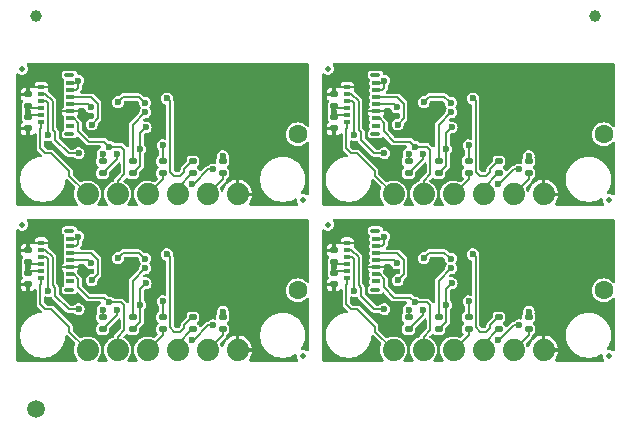
<source format=gtl>
%TF.GenerationSoftware,KiCad,Pcbnew,8.0.4*%
%TF.CreationDate,2024-08-23T09:14:10-06:00*%
%TF.ProjectId,SparkFun_BMV080_panelized_v01b,53706172-6b46-4756-9e5f-424d56303830,v01*%
%TF.SameCoordinates,Original*%
%TF.FileFunction,Copper,L1,Top*%
%TF.FilePolarity,Positive*%
%FSLAX46Y46*%
G04 Gerber Fmt 4.6, Leading zero omitted, Abs format (unit mm)*
G04 Created by KiCad (PCBNEW 8.0.4) date 2024-08-23 09:14:10*
%MOMM*%
%LPD*%
G01*
G04 APERTURE LIST*
G04 Aperture macros list*
%AMRoundRect*
0 Rectangle with rounded corners*
0 $1 Rounding radius*
0 $2 $3 $4 $5 $6 $7 $8 $9 X,Y pos of 4 corners*
0 Add a 4 corners polygon primitive as box body*
4,1,4,$2,$3,$4,$5,$6,$7,$8,$9,$2,$3,0*
0 Add four circle primitives for the rounded corners*
1,1,$1+$1,$2,$3*
1,1,$1+$1,$4,$5*
1,1,$1+$1,$6,$7*
1,1,$1+$1,$8,$9*
0 Add four rect primitives between the rounded corners*
20,1,$1+$1,$2,$3,$4,$5,0*
20,1,$1+$1,$4,$5,$6,$7,0*
20,1,$1+$1,$6,$7,$8,$9,0*
20,1,$1+$1,$8,$9,$2,$3,0*%
G04 Aperture macros list end*
%TA.AperFunction,SMDPad,CuDef*%
%ADD10RoundRect,0.135000X0.185000X-0.135000X0.185000X0.135000X-0.185000X0.135000X-0.185000X-0.135000X0*%
%TD*%
%TA.AperFunction,SMDPad,CuDef*%
%ADD11C,0.500000*%
%TD*%
%TA.AperFunction,SMDPad,CuDef*%
%ADD12RoundRect,0.037500X0.322500X-0.087500X0.322500X0.087500X-0.322500X0.087500X-0.322500X-0.087500X0*%
%TD*%
%TA.AperFunction,SMDPad,CuDef*%
%ADD13RoundRect,0.037500X0.222500X-0.087500X0.222500X0.087500X-0.222500X0.087500X-0.222500X-0.087500X0*%
%TD*%
%TA.AperFunction,SMDPad,CuDef*%
%ADD14RoundRect,0.045000X0.380000X-0.105000X0.380000X0.105000X-0.380000X0.105000X-0.380000X-0.105000X0*%
%TD*%
%TA.AperFunction,SMDPad,CuDef*%
%ADD15C,1.000000*%
%TD*%
%TA.AperFunction,SMDPad,CuDef*%
%ADD16RoundRect,0.140000X-0.170000X0.140000X-0.170000X-0.140000X0.170000X-0.140000X0.170000X0.140000X0*%
%TD*%
%TA.AperFunction,ComponentPad*%
%ADD17C,1.600000*%
%TD*%
%TA.AperFunction,SMDPad,CuDef*%
%ADD18RoundRect,0.140000X0.170000X-0.140000X0.170000X0.140000X-0.170000X0.140000X-0.170000X-0.140000X0*%
%TD*%
%TA.AperFunction,SMDPad,CuDef*%
%ADD19C,1.500000*%
%TD*%
%TA.AperFunction,ComponentPad*%
%ADD20C,1.879600*%
%TD*%
%TA.AperFunction,ViaPad*%
%ADD21C,0.600000*%
%TD*%
%TA.AperFunction,Conductor*%
%ADD22C,0.203200*%
%TD*%
%TA.AperFunction,Conductor*%
%ADD23C,0.200000*%
%TD*%
G04 APERTURE END LIST*
D10*
%TO.P,R3,1*%
%TO.N,SCL*%
X45450000Y23100000D03*
%TO.P,R3,2*%
%TO.N,Net-(JP4-B)*%
X45450000Y24120000D03*
%TD*%
%TO.P,R4,1*%
%TO.N,3.3V*%
X24630000Y23100000D03*
%TO.P,R4,2*%
%TO.N,Net-(JP3-A)*%
X24630000Y24120000D03*
%TD*%
D11*
%TO.P,FID2,*%
%TO.N,*%
X31430000Y20860000D03*
%TD*%
D10*
%TO.P,R5,1*%
%TO.N,SDA*%
X48020000Y23100000D03*
%TO.P,R5,2*%
%TO.N,Net-(JP4-A)*%
X48020000Y24120000D03*
%TD*%
D12*
%TO.P,U1,1,VDDL*%
%TO.N,3.3V*%
X11725000Y30740000D03*
D13*
%TO.P,U1,2,VSSA*%
%TO.N,GND*%
X9295000Y30440000D03*
D12*
%TO.P,U1,3,VDDA*%
%TO.N,3.3V*%
X11725000Y30140000D03*
D13*
%TO.P,U1,4,~{CSB}/AB1*%
%TO.N,AB1*%
X9295000Y29840000D03*
D12*
%TO.P,U1,5,PICO/SDA*%
%TO.N,SDA*%
X11725000Y29540000D03*
D13*
%TO.P,U1,6,SCK/SCL*%
%TO.N,SCL*%
X9295000Y29240000D03*
D12*
%TO.P,U1,7,PS*%
%TO.N,Net-(JP1-C)*%
X11725000Y28940000D03*
D13*
%TO.P,U1,8,VDDIO*%
%TO.N,3.3V*%
X9295000Y28640000D03*
D12*
%TO.P,U1,9,VSSD*%
%TO.N,GND*%
X11725000Y28340000D03*
D13*
%TO.P,U1,10,VDDD*%
%TO.N,3.3V*%
X9295000Y28040000D03*
D12*
%TO.P,U1,11,POCI/AB0*%
%TO.N,AB0*%
X11725000Y27740000D03*
D13*
%TO.P,U1,12,IRQ*%
%TO.N,IRQ*%
X9295000Y27440000D03*
D12*
%TO.P,U1,13,NC*%
%TO.N,unconnected-(U1-NC-Pad13)*%
X11725000Y27140000D03*
D14*
%TO.P,U1,M1*%
%TO.N,N/C*%
X11660000Y26430000D03*
X11660000Y31450000D03*
%TD*%
D15*
%TO.P,,*%
%TO.N,*%
X56175000Y36450000D03*
%TD*%
D10*
%TO.P,R4,1*%
%TO.N,3.3V*%
X50530000Y23100000D03*
%TO.P,R4,2*%
%TO.N,Net-(JP3-A)*%
X50530000Y24120000D03*
%TD*%
%TO.P,R2,1*%
%TO.N,3.3V*%
X40370000Y23100000D03*
%TO.P,R2,2*%
%TO.N,Net-(JP2-A)*%
X40370000Y24120000D03*
%TD*%
D16*
%TO.P,C2,1*%
%TO.N,3.3V*%
X34050000Y14660000D03*
%TO.P,C2,2*%
%TO.N,GND*%
X34050000Y13700000D03*
%TD*%
D11*
%TO.P,FID2,*%
%TO.N,*%
X57330000Y20860000D03*
%TD*%
D10*
%TO.P,R2,1*%
%TO.N,3.3V*%
X14470000Y23100000D03*
%TO.P,R2,2*%
%TO.N,Net-(JP2-A)*%
X14470000Y24120000D03*
%TD*%
D16*
%TO.P,C2,1*%
%TO.N,3.3V*%
X34050000Y27860000D03*
%TO.P,C2,2*%
%TO.N,GND*%
X34050000Y26900000D03*
%TD*%
D10*
%TO.P,R1,1*%
%TO.N,3.3V*%
X17010000Y9900000D03*
%TO.P,R1,2*%
%TO.N,Net-(JP1-A)*%
X17010000Y10920000D03*
%TD*%
%TO.P,R2,1*%
%TO.N,3.3V*%
X14470000Y9900000D03*
%TO.P,R2,2*%
%TO.N,Net-(JP2-A)*%
X14470000Y10920000D03*
%TD*%
D17*
%TO.P,J4,1,Pin_1*%
%TO.N,AB1*%
X30980000Y13200000D03*
%TD*%
D18*
%TO.P,C1,1*%
%TO.N,3.3V*%
X8150000Y28820000D03*
%TO.P,C1,2*%
%TO.N,GND*%
X8150000Y29780000D03*
%TD*%
D10*
%TO.P,R4,1*%
%TO.N,3.3V*%
X24630000Y9900000D03*
%TO.P,R4,2*%
%TO.N,Net-(JP3-A)*%
X24630000Y10920000D03*
%TD*%
D17*
%TO.P,J4,1,Pin_1*%
%TO.N,AB1*%
X30980000Y26400000D03*
%TD*%
D12*
%TO.P,U1,1,VDDL*%
%TO.N,3.3V*%
X37625000Y17540000D03*
D13*
%TO.P,U1,2,VSSA*%
%TO.N,GND*%
X35195000Y17240000D03*
D12*
%TO.P,U1,3,VDDA*%
%TO.N,3.3V*%
X37625000Y16940000D03*
D13*
%TO.P,U1,4,~{CSB}/AB1*%
%TO.N,AB1*%
X35195000Y16640000D03*
D12*
%TO.P,U1,5,PICO/SDA*%
%TO.N,SDA*%
X37625000Y16340000D03*
D13*
%TO.P,U1,6,SCK/SCL*%
%TO.N,SCL*%
X35195000Y16040000D03*
D12*
%TO.P,U1,7,PS*%
%TO.N,Net-(JP1-C)*%
X37625000Y15740000D03*
D13*
%TO.P,U1,8,VDDIO*%
%TO.N,3.3V*%
X35195000Y15440000D03*
D12*
%TO.P,U1,9,VSSD*%
%TO.N,GND*%
X37625000Y15140000D03*
D13*
%TO.P,U1,10,VDDD*%
%TO.N,3.3V*%
X35195000Y14840000D03*
D12*
%TO.P,U1,11,POCI/AB0*%
%TO.N,AB0*%
X37625000Y14540000D03*
D13*
%TO.P,U1,12,IRQ*%
%TO.N,IRQ*%
X35195000Y14240000D03*
D12*
%TO.P,U1,13,NC*%
%TO.N,unconnected-(U1-NC-Pad13)*%
X37625000Y13940000D03*
D14*
%TO.P,U1,M1*%
%TO.N,N/C*%
X37560000Y13230000D03*
X37560000Y18250000D03*
%TD*%
D12*
%TO.P,U1,1,VDDL*%
%TO.N,3.3V*%
X37625000Y30740000D03*
D13*
%TO.P,U1,2,VSSA*%
%TO.N,GND*%
X35195000Y30440000D03*
D12*
%TO.P,U1,3,VDDA*%
%TO.N,3.3V*%
X37625000Y30140000D03*
D13*
%TO.P,U1,4,~{CSB}/AB1*%
%TO.N,AB1*%
X35195000Y29840000D03*
D12*
%TO.P,U1,5,PICO/SDA*%
%TO.N,SDA*%
X37625000Y29540000D03*
D13*
%TO.P,U1,6,SCK/SCL*%
%TO.N,SCL*%
X35195000Y29240000D03*
D12*
%TO.P,U1,7,PS*%
%TO.N,Net-(JP1-C)*%
X37625000Y28940000D03*
D13*
%TO.P,U1,8,VDDIO*%
%TO.N,3.3V*%
X35195000Y28640000D03*
D12*
%TO.P,U1,9,VSSD*%
%TO.N,GND*%
X37625000Y28340000D03*
D13*
%TO.P,U1,10,VDDD*%
%TO.N,3.3V*%
X35195000Y28040000D03*
D12*
%TO.P,U1,11,POCI/AB0*%
%TO.N,AB0*%
X37625000Y27740000D03*
D13*
%TO.P,U1,12,IRQ*%
%TO.N,IRQ*%
X35195000Y27440000D03*
D12*
%TO.P,U1,13,NC*%
%TO.N,unconnected-(U1-NC-Pad13)*%
X37625000Y27140000D03*
D14*
%TO.P,U1,M1*%
%TO.N,N/C*%
X37560000Y26430000D03*
X37560000Y31450000D03*
%TD*%
D10*
%TO.P,R1,1*%
%TO.N,3.3V*%
X42910000Y23100000D03*
%TO.P,R1,2*%
%TO.N,Net-(JP1-A)*%
X42910000Y24120000D03*
%TD*%
D11*
%TO.P,FID4,*%
%TO.N,*%
X7650000Y31950000D03*
%TD*%
D10*
%TO.P,R1,1*%
%TO.N,3.3V*%
X17010000Y23100000D03*
%TO.P,R1,2*%
%TO.N,Net-(JP1-A)*%
X17010000Y24120000D03*
%TD*%
%TO.P,R2,1*%
%TO.N,3.3V*%
X40370000Y9900000D03*
%TO.P,R2,2*%
%TO.N,Net-(JP2-A)*%
X40370000Y10920000D03*
%TD*%
%TO.P,R1,1*%
%TO.N,3.3V*%
X42910000Y9900000D03*
%TO.P,R1,2*%
%TO.N,Net-(JP1-A)*%
X42910000Y10920000D03*
%TD*%
D11*
%TO.P,FID2,*%
%TO.N,*%
X57330000Y7660000D03*
%TD*%
D18*
%TO.P,C1,1*%
%TO.N,3.3V*%
X8150000Y15620000D03*
%TO.P,C1,2*%
%TO.N,GND*%
X8150000Y16580000D03*
%TD*%
D10*
%TO.P,R5,1*%
%TO.N,SDA*%
X22120000Y9900000D03*
%TO.P,R5,2*%
%TO.N,Net-(JP4-A)*%
X22120000Y10920000D03*
%TD*%
D11*
%TO.P,FID2,*%
%TO.N,*%
X31430000Y7660000D03*
%TD*%
D19*
%TO.P,,*%
%TO.N,*%
X8825000Y3150000D03*
%TD*%
D10*
%TO.P,R5,1*%
%TO.N,SDA*%
X48020000Y9900000D03*
%TO.P,R5,2*%
%TO.N,Net-(JP4-A)*%
X48020000Y10920000D03*
%TD*%
D11*
%TO.P,FID4,*%
%TO.N,*%
X33550000Y18750000D03*
%TD*%
D10*
%TO.P,R3,1*%
%TO.N,SCL*%
X45450000Y9900000D03*
%TO.P,R3,2*%
%TO.N,Net-(JP4-B)*%
X45450000Y10920000D03*
%TD*%
D15*
%TO.P,,*%
%TO.N,*%
X8825000Y36450000D03*
%TD*%
D10*
%TO.P,R3,1*%
%TO.N,SCL*%
X19550000Y23100000D03*
%TO.P,R3,2*%
%TO.N,Net-(JP4-B)*%
X19550000Y24120000D03*
%TD*%
D12*
%TO.P,U1,1,VDDL*%
%TO.N,3.3V*%
X11725000Y17540000D03*
D13*
%TO.P,U1,2,VSSA*%
%TO.N,GND*%
X9295000Y17240000D03*
D12*
%TO.P,U1,3,VDDA*%
%TO.N,3.3V*%
X11725000Y16940000D03*
D13*
%TO.P,U1,4,~{CSB}/AB1*%
%TO.N,AB1*%
X9295000Y16640000D03*
D12*
%TO.P,U1,5,PICO/SDA*%
%TO.N,SDA*%
X11725000Y16340000D03*
D13*
%TO.P,U1,6,SCK/SCL*%
%TO.N,SCL*%
X9295000Y16040000D03*
D12*
%TO.P,U1,7,PS*%
%TO.N,Net-(JP1-C)*%
X11725000Y15740000D03*
D13*
%TO.P,U1,8,VDDIO*%
%TO.N,3.3V*%
X9295000Y15440000D03*
D12*
%TO.P,U1,9,VSSD*%
%TO.N,GND*%
X11725000Y15140000D03*
D13*
%TO.P,U1,10,VDDD*%
%TO.N,3.3V*%
X9295000Y14840000D03*
D12*
%TO.P,U1,11,POCI/AB0*%
%TO.N,AB0*%
X11725000Y14540000D03*
D13*
%TO.P,U1,12,IRQ*%
%TO.N,IRQ*%
X9295000Y14240000D03*
D12*
%TO.P,U1,13,NC*%
%TO.N,unconnected-(U1-NC-Pad13)*%
X11725000Y13940000D03*
D14*
%TO.P,U1,M1*%
%TO.N,N/C*%
X11660000Y13230000D03*
X11660000Y18250000D03*
%TD*%
D11*
%TO.P,FID4,*%
%TO.N,*%
X7650000Y18750000D03*
%TD*%
D10*
%TO.P,R3,1*%
%TO.N,SCL*%
X19550000Y9900000D03*
%TO.P,R3,2*%
%TO.N,Net-(JP4-B)*%
X19550000Y10920000D03*
%TD*%
%TO.P,R4,1*%
%TO.N,3.3V*%
X50530000Y9900000D03*
%TO.P,R4,2*%
%TO.N,Net-(JP3-A)*%
X50530000Y10920000D03*
%TD*%
D18*
%TO.P,C1,1*%
%TO.N,3.3V*%
X34050000Y15620000D03*
%TO.P,C1,2*%
%TO.N,GND*%
X34050000Y16580000D03*
%TD*%
D11*
%TO.P,FID4,*%
%TO.N,*%
X33550000Y31950000D03*
%TD*%
D18*
%TO.P,C1,1*%
%TO.N,3.3V*%
X34050000Y28820000D03*
%TO.P,C1,2*%
%TO.N,GND*%
X34050000Y29780000D03*
%TD*%
D10*
%TO.P,R5,1*%
%TO.N,SDA*%
X22120000Y23100000D03*
%TO.P,R5,2*%
%TO.N,Net-(JP4-A)*%
X22120000Y24120000D03*
%TD*%
D17*
%TO.P,J4,1,Pin_1*%
%TO.N,AB1*%
X56880000Y13200000D03*
%TD*%
%TO.P,J4,1,Pin_1*%
%TO.N,AB1*%
X56880000Y26400000D03*
%TD*%
D16*
%TO.P,C2,1*%
%TO.N,3.3V*%
X8150000Y14660000D03*
%TO.P,C2,2*%
%TO.N,GND*%
X8150000Y13700000D03*
%TD*%
%TO.P,C2,1*%
%TO.N,3.3V*%
X8150000Y27860000D03*
%TO.P,C2,2*%
%TO.N,GND*%
X8150000Y26900000D03*
%TD*%
D20*
%TO.P,J3,1,Pin_1*%
%TO.N,IRQ*%
X39100000Y8120000D03*
%TO.P,J3,2,Pin_2*%
%TO.N,AB0*%
X41640000Y8120000D03*
%TO.P,J3,3,Pin_3*%
%TO.N,SCL*%
X44180000Y8120000D03*
%TO.P,J3,4,Pin_4*%
%TO.N,SDA*%
X46720000Y8120000D03*
%TO.P,J3,5,Pin_5*%
%TO.N,3.3V*%
X49260000Y8120000D03*
%TO.P,J3,6,Pin_6*%
%TO.N,GND*%
X51800000Y8120000D03*
%TD*%
%TO.P,J3,1,Pin_1*%
%TO.N,IRQ*%
X39100000Y21320000D03*
%TO.P,J3,2,Pin_2*%
%TO.N,AB0*%
X41640000Y21320000D03*
%TO.P,J3,3,Pin_3*%
%TO.N,SCL*%
X44180000Y21320000D03*
%TO.P,J3,4,Pin_4*%
%TO.N,SDA*%
X46720000Y21320000D03*
%TO.P,J3,5,Pin_5*%
%TO.N,3.3V*%
X49260000Y21320000D03*
%TO.P,J3,6,Pin_6*%
%TO.N,GND*%
X51800000Y21320000D03*
%TD*%
%TO.P,J3,1,Pin_1*%
%TO.N,IRQ*%
X13200000Y21320000D03*
%TO.P,J3,2,Pin_2*%
%TO.N,AB0*%
X15740000Y21320000D03*
%TO.P,J3,3,Pin_3*%
%TO.N,SCL*%
X18280000Y21320000D03*
%TO.P,J3,4,Pin_4*%
%TO.N,SDA*%
X20820000Y21320000D03*
%TO.P,J3,5,Pin_5*%
%TO.N,3.3V*%
X23360000Y21320000D03*
%TO.P,J3,6,Pin_6*%
%TO.N,GND*%
X25900000Y21320000D03*
%TD*%
%TO.P,J3,1,Pin_1*%
%TO.N,IRQ*%
X13200000Y8120000D03*
%TO.P,J3,2,Pin_2*%
%TO.N,AB0*%
X15740000Y8120000D03*
%TO.P,J3,3,Pin_3*%
%TO.N,SCL*%
X18280000Y8120000D03*
%TO.P,J3,4,Pin_4*%
%TO.N,SDA*%
X20820000Y8120000D03*
%TO.P,J3,5,Pin_5*%
%TO.N,3.3V*%
X23360000Y8120000D03*
%TO.P,J3,6,Pin_6*%
%TO.N,GND*%
X25900000Y8120000D03*
%TD*%
D21*
%TO.N,AB0*%
X15029680Y25361300D03*
X15029680Y12161300D03*
X40929680Y25361300D03*
X40929680Y12161300D03*
%TO.N,GND*%
X33400000Y17340000D03*
X24630000Y12946000D03*
X8790000Y11520000D03*
X10440000Y18200000D03*
X37470000Y8820000D03*
X23360000Y17010000D03*
X54340000Y17010000D03*
X18540000Y26110000D03*
X24630000Y15740000D03*
X38390000Y25690000D03*
X7500000Y17340000D03*
X46673200Y10350484D03*
X12490000Y25690000D03*
X27170000Y15740000D03*
X47990000Y14470000D03*
X11570000Y8820000D03*
X47990000Y27670000D03*
X23360000Y31734000D03*
X51800000Y18534000D03*
X49260000Y31734000D03*
X47990000Y26146000D03*
X39419596Y13181196D03*
X51800000Y27670000D03*
X43160000Y28950000D03*
X23360000Y15740000D03*
X39419596Y26381196D03*
X47990000Y31734000D03*
X22090000Y15740000D03*
X47990000Y30210000D03*
X53070000Y18534000D03*
X53070000Y14470000D03*
X43160000Y15750000D03*
X9840000Y12340000D03*
X50530000Y12946000D03*
X12783065Y14890690D03*
X49260000Y12946000D03*
X47990000Y15740000D03*
X20773200Y23550484D03*
X28440000Y28940000D03*
X51800000Y15740000D03*
X27170000Y18534000D03*
X44440000Y12910000D03*
X54340000Y31734000D03*
X47990000Y18534000D03*
X23360000Y12946000D03*
X35740000Y12340000D03*
X8790000Y24720000D03*
X50530000Y27670000D03*
X41670149Y15113429D03*
X21860000Y11880000D03*
X28440000Y30210000D03*
X35740000Y25540000D03*
X22090000Y30210000D03*
X28440000Y12946000D03*
X25900000Y15740000D03*
X22090000Y17010000D03*
X53070000Y26146000D03*
X28440000Y17010000D03*
X50530000Y30210000D03*
X12190000Y18890000D03*
X22090000Y27670000D03*
X51800000Y28940000D03*
X51800000Y12946000D03*
X28440000Y18534000D03*
X23360000Y18534000D03*
X34690000Y11520000D03*
X22090000Y14470000D03*
X24630000Y14470000D03*
X27170000Y17010000D03*
X17260000Y28950000D03*
X22090000Y28940000D03*
X25900000Y18534000D03*
X50530000Y26146000D03*
X38683065Y14890690D03*
X24630000Y31734000D03*
X44440000Y26110000D03*
X12490000Y12490000D03*
X51800000Y17010000D03*
X50530000Y18534000D03*
X9840000Y25540000D03*
X11570000Y22020000D03*
X28440000Y26146000D03*
X47760000Y11880000D03*
X49260000Y15740000D03*
X12190000Y32090000D03*
X27170000Y30210000D03*
X16310000Y18850000D03*
X12783065Y28090690D03*
X23360000Y14470000D03*
X51800000Y26146000D03*
X25900000Y26146000D03*
X24630000Y28940000D03*
X38390000Y12490000D03*
X20773200Y10350484D03*
X34690000Y24720000D03*
X38090000Y32090000D03*
X42210000Y32050000D03*
X24630000Y27670000D03*
X41670149Y28313429D03*
X25900000Y31734000D03*
X54340000Y14470000D03*
X25900000Y30210000D03*
X36340000Y18200000D03*
X27170000Y27670000D03*
X38683065Y28090690D03*
X49260000Y14470000D03*
X53070000Y12946000D03*
X49260000Y30210000D03*
X54340000Y30210000D03*
X24630000Y18534000D03*
X51800000Y31734000D03*
X47990000Y17010000D03*
X50530000Y17010000D03*
X27170000Y26146000D03*
X22090000Y26146000D03*
X23360000Y27670000D03*
X25900000Y28940000D03*
X27170000Y31734000D03*
X27170000Y28940000D03*
X49260000Y18534000D03*
X22090000Y31734000D03*
X10440000Y31400000D03*
X49260000Y26146000D03*
X54340000Y18534000D03*
X33400000Y30540000D03*
X28440000Y14470000D03*
X47990000Y28940000D03*
X51800000Y14470000D03*
X28440000Y15740000D03*
X24630000Y26146000D03*
X54340000Y15740000D03*
X13519596Y26381196D03*
X25900000Y27670000D03*
X53070000Y31734000D03*
X23360000Y28940000D03*
X50530000Y28940000D03*
X53070000Y30210000D03*
X47760000Y25080000D03*
X24630000Y30210000D03*
X28440000Y27670000D03*
X53070000Y28940000D03*
X22090000Y18534000D03*
X49260000Y17010000D03*
X46673200Y23550484D03*
X53070000Y17010000D03*
X49260000Y28940000D03*
X54340000Y26146000D03*
X15770149Y15113429D03*
X50530000Y15740000D03*
X50530000Y14470000D03*
X53070000Y27670000D03*
X42210000Y18850000D03*
X50530000Y31734000D03*
X18540000Y12910000D03*
X49260000Y27670000D03*
X16310000Y32050000D03*
X22090000Y12946000D03*
X51800000Y30210000D03*
X15770149Y28313429D03*
X27170000Y14470000D03*
X28440000Y31734000D03*
X27170000Y12946000D03*
X53070000Y15740000D03*
X54340000Y28940000D03*
X54340000Y12946000D03*
X25900000Y14470000D03*
X21860000Y25080000D03*
X36340000Y31400000D03*
X17260000Y15750000D03*
X47990000Y12946000D03*
X54340000Y27670000D03*
X38090000Y18890000D03*
X23360000Y26146000D03*
X23360000Y30210000D03*
X24630000Y17010000D03*
X25900000Y17010000D03*
X25900000Y12946000D03*
X7500000Y30540000D03*
X37470000Y22020000D03*
X13519596Y13181196D03*
%TO.N,Net-(JP1-C)*%
X15752000Y15913225D03*
X41652000Y29113225D03*
X15752000Y29113225D03*
X41652000Y15913225D03*
X43952462Y29069121D03*
X18052462Y15869121D03*
X18052462Y29069121D03*
X39368400Y28686000D03*
X13468400Y15486000D03*
X13468400Y28686000D03*
X39368400Y15486000D03*
X43952462Y15869121D03*
%TO.N,AB1*%
X22020000Y22210000D03*
X23832851Y10225699D03*
X47920000Y22210000D03*
X38330000Y11600000D03*
X12430000Y24800000D03*
X49732851Y10225699D03*
X47920000Y9010000D03*
X12430000Y11600000D03*
X38330000Y24800000D03*
X49732851Y23425699D03*
X23832851Y23425699D03*
X22020000Y9010000D03*
%TO.N,Net-(JP1-A)*%
X43990000Y15070000D03*
X43990000Y28270000D03*
X18090000Y28270000D03*
X18090000Y15070000D03*
%TO.N,Net-(JP2-A)*%
X40392592Y24768392D03*
X40392592Y11568392D03*
X14492592Y11568392D03*
X14492592Y24768392D03*
%TO.N,SDA*%
X39448398Y14030000D03*
X39448398Y27230000D03*
X13548398Y27230000D03*
X13548398Y14030000D03*
%TO.N,SCL*%
X9870000Y13140000D03*
X35770000Y26340000D03*
X9870000Y26340000D03*
X35770000Y13140000D03*
%TO.N,3.3V*%
X12409266Y30943029D03*
X41610000Y11540000D03*
X44010000Y13780000D03*
X18110000Y26980000D03*
X34050000Y28330000D03*
X17660000Y25150000D03*
X18110000Y13780000D03*
X38309266Y17743029D03*
X41610000Y24740000D03*
X15710000Y11540000D03*
X8150000Y15130000D03*
X34050000Y15130000D03*
X43560000Y11950000D03*
X44010000Y26980000D03*
X17660000Y11950000D03*
X15710000Y24740000D03*
X38309266Y30943029D03*
X8150000Y28330000D03*
X12409266Y17743029D03*
X43560000Y25150000D03*
%TO.N,Net-(JP3-A)*%
X24640000Y11360000D03*
X24640000Y24560000D03*
X50540000Y11360000D03*
X50540000Y24560000D03*
%TO.N,Net-(JP4-A)*%
X19916666Y16234998D03*
X19916666Y29434998D03*
X45816666Y16234998D03*
X45816666Y29434998D03*
%TO.N,Net-(JP4-B)*%
X45460000Y12260000D03*
X19560000Y25460000D03*
X45460000Y25460000D03*
X19560000Y12260000D03*
%TD*%
D22*
%TO.N,AB0*%
X15740000Y22450000D02*
X15740000Y21320000D01*
X11725000Y14540000D02*
X12015600Y14540000D01*
X14620980Y25770000D02*
X15029680Y25361300D01*
X16311600Y23021600D02*
X15740000Y22450000D01*
X38286600Y27369000D02*
X38286600Y26663400D01*
X12015600Y14540000D02*
X12386600Y14169000D01*
X16058700Y12161300D02*
X16311600Y11908400D01*
X11725000Y27740000D02*
X12015600Y27740000D01*
X40929680Y12161300D02*
X41958700Y12161300D01*
X12386600Y14169000D02*
X12386600Y13463400D01*
X39180000Y12570000D02*
X40520980Y12570000D01*
X16311600Y9821600D02*
X15740000Y9250000D01*
X40929680Y25361300D02*
X41958700Y25361300D01*
X12015600Y27740000D02*
X12386600Y27369000D01*
X14620980Y12570000D02*
X15029680Y12161300D01*
X12386600Y26663400D02*
X13280000Y25770000D01*
X16311600Y11908400D02*
X16311600Y9821600D01*
X41640000Y22450000D02*
X41640000Y21320000D01*
X12386600Y13463400D02*
X13280000Y12570000D01*
X37915600Y14540000D02*
X38286600Y14169000D01*
X40520980Y12570000D02*
X40929680Y12161300D01*
X12386600Y27369000D02*
X12386600Y26663400D01*
X39180000Y25770000D02*
X40520980Y25770000D01*
X42211600Y11908400D02*
X42211600Y9821600D01*
X13280000Y12570000D02*
X14620980Y12570000D01*
X15029680Y12161300D02*
X16058700Y12161300D01*
X41958700Y25361300D02*
X42211600Y25108400D01*
X15740000Y9250000D02*
X15740000Y8120000D01*
X37625000Y14540000D02*
X37915600Y14540000D01*
X16311600Y25108400D02*
X16311600Y23021600D01*
X38286600Y26663400D02*
X39180000Y25770000D01*
X38286600Y14169000D02*
X38286600Y13463400D01*
X37915600Y27740000D02*
X38286600Y27369000D01*
X15029680Y25361300D02*
X16058700Y25361300D01*
X41958700Y12161300D02*
X42211600Y11908400D01*
X42211600Y25108400D02*
X42211600Y23021600D01*
X37625000Y27740000D02*
X37915600Y27740000D01*
X13280000Y25770000D02*
X14620980Y25770000D01*
X40520980Y25770000D02*
X40929680Y25361300D01*
X42211600Y23021600D02*
X41640000Y22450000D01*
X16058700Y25361300D02*
X16311600Y25108400D01*
X38286600Y13463400D02*
X39180000Y12570000D01*
X42211600Y9821600D02*
X41640000Y9250000D01*
X41640000Y9250000D02*
X41640000Y8120000D01*
%TO.N,GND*%
X38433755Y15140000D02*
X37625000Y15140000D01*
X12783065Y14890690D02*
X12533755Y15140000D01*
X35195000Y30440000D02*
X33500000Y30440000D01*
X7600000Y30440000D02*
X7500000Y30540000D01*
X9295000Y30440000D02*
X7600000Y30440000D01*
X11725000Y15140000D02*
X10900000Y15140000D01*
X9295000Y17240000D02*
X7600000Y17240000D01*
X38433755Y28340000D02*
X37625000Y28340000D01*
X35195000Y17240000D02*
X33500000Y17240000D01*
X35195000Y17240000D02*
X35907955Y17240000D01*
X12533755Y15140000D02*
X11725000Y15140000D01*
X37625000Y15140000D02*
X36800000Y15140000D01*
X11725000Y28340000D02*
X10900000Y28340000D01*
X35195000Y30440000D02*
X35907955Y30440000D01*
X33500000Y17240000D02*
X33400000Y17340000D01*
X9295000Y17240000D02*
X10007955Y17240000D01*
X37625000Y28340000D02*
X36800000Y28340000D01*
X7600000Y17240000D02*
X7500000Y17340000D01*
X12783065Y28090690D02*
X12533755Y28340000D01*
X12533755Y28340000D02*
X11725000Y28340000D01*
X33500000Y30440000D02*
X33400000Y30540000D01*
X9295000Y30440000D02*
X10007955Y30440000D01*
X38683065Y14890690D02*
X38433755Y15140000D01*
X38683065Y28090690D02*
X38433755Y28340000D01*
%TO.N,Net-(JP1-C)*%
X43761600Y29069121D02*
X43952462Y29069121D01*
X17861600Y15999191D02*
X17861600Y15869121D01*
X42090375Y29551600D02*
X43409191Y29551600D01*
X43761600Y29199191D02*
X43761600Y29069121D01*
X16190375Y16351600D02*
X17509191Y16351600D01*
X17861600Y15869121D02*
X18052462Y15869121D01*
X17861600Y29199191D02*
X17861600Y29069121D01*
X13214400Y28940000D02*
X11725000Y28940000D01*
X42090375Y16351600D02*
X43409191Y16351600D01*
X17509191Y16351600D02*
X17861600Y15999191D01*
X43409191Y16351600D02*
X43761600Y15999191D01*
X16190375Y29551600D02*
X17509191Y29551600D01*
X13214400Y15740000D02*
X11725000Y15740000D01*
X41652000Y29113225D02*
X42090375Y29551600D01*
X17861600Y29069121D02*
X18052462Y29069121D01*
X39368400Y15486000D02*
X39114400Y15740000D01*
X39114400Y15740000D02*
X37625000Y15740000D01*
X39114400Y28940000D02*
X37625000Y28940000D01*
X43761600Y15869121D02*
X43952462Y15869121D01*
X39368400Y28686000D02*
X39114400Y28940000D01*
X43761600Y15999191D02*
X43761600Y15869121D01*
X15752000Y29113225D02*
X16190375Y29551600D01*
X13468400Y28686000D02*
X13214400Y28940000D01*
X43409191Y29551600D02*
X43761600Y29199191D01*
X13468400Y15486000D02*
X13214400Y15740000D01*
X15752000Y15913225D02*
X16190375Y16351600D01*
X17509191Y29551600D02*
X17861600Y29199191D01*
X41652000Y15913225D02*
X42090375Y16351600D01*
%TO.N,AB1*%
X9630210Y29840000D02*
X10259800Y29210410D01*
X48071188Y9010000D02*
X47920000Y9010000D01*
X23386887Y23425699D02*
X22171188Y22210000D01*
X9295000Y16640000D02*
X9630210Y16640000D01*
X11590000Y11600000D02*
X12430000Y11600000D01*
X48071188Y22210000D02*
X47920000Y22210000D01*
X10259800Y13600991D02*
X10471600Y13389191D01*
X36159800Y13600991D02*
X36371600Y13389191D01*
X36159800Y16010410D02*
X36159800Y13600991D01*
X22171188Y22210000D02*
X22020000Y22210000D01*
X10471600Y26589191D02*
X10471600Y25918400D01*
X35530210Y29840000D02*
X36159800Y29210410D01*
X36371600Y13389191D02*
X36371600Y12718400D01*
X35530210Y16640000D02*
X36159800Y16010410D01*
X49286887Y10225699D02*
X48071188Y9010000D01*
X35195000Y29840000D02*
X35530210Y29840000D01*
X10471600Y13389191D02*
X10471600Y12718400D01*
X49732851Y23425699D02*
X49286887Y23425699D01*
X49732851Y10225699D02*
X49286887Y10225699D01*
X37490000Y11600000D02*
X38330000Y11600000D01*
X9630210Y16640000D02*
X10259800Y16010410D01*
X37490000Y24800000D02*
X38330000Y24800000D01*
X9295000Y29840000D02*
X9630210Y29840000D01*
X11590000Y24800000D02*
X12430000Y24800000D01*
X23832851Y23425699D02*
X23386887Y23425699D01*
X36159800Y29210410D02*
X36159800Y26800991D01*
X10259800Y16010410D02*
X10259800Y13600991D01*
X10259800Y29210410D02*
X10259800Y26800991D01*
X36159800Y26800991D02*
X36371600Y26589191D01*
X36371600Y26589191D02*
X36371600Y25918400D01*
X10471600Y25918400D02*
X11590000Y24800000D01*
X36371600Y12718400D02*
X37490000Y11600000D01*
X36371600Y25918400D02*
X37490000Y24800000D01*
X10259800Y26800991D02*
X10471600Y26589191D01*
X49286887Y23425699D02*
X48071188Y22210000D01*
X23832851Y10225699D02*
X23386887Y10225699D01*
X22171188Y9010000D02*
X22020000Y9010000D01*
X35195000Y16640000D02*
X35530210Y16640000D01*
X23386887Y10225699D02*
X22171188Y9010000D01*
X10471600Y12718400D02*
X11590000Y11600000D01*
%TO.N,Net-(JP1-A)*%
X43970000Y15070000D02*
X42910000Y14010000D01*
X18090000Y28270000D02*
X18070000Y28270000D01*
X42910000Y14010000D02*
X42910000Y10920000D01*
X18070000Y28270000D02*
X17010000Y27210000D01*
X42910000Y27210000D02*
X42910000Y24120000D01*
X18070000Y15070000D02*
X17010000Y14010000D01*
X17010000Y27210000D02*
X17010000Y24120000D01*
X17010000Y14010000D02*
X17010000Y10920000D01*
X43990000Y28270000D02*
X43970000Y28270000D01*
X43990000Y15070000D02*
X43970000Y15070000D01*
X43970000Y28270000D02*
X42910000Y27210000D01*
X18090000Y15070000D02*
X18070000Y15070000D01*
D23*
%TO.N,Net-(JP2-A)*%
X14470000Y10920000D02*
X14470000Y11545800D01*
X40370000Y24120000D02*
X40370000Y24745800D01*
X40370000Y11545800D02*
X40392592Y11568392D01*
X14470000Y24745800D02*
X14492592Y24768392D01*
X40370000Y10920000D02*
X40370000Y11545800D01*
X40370000Y24745800D02*
X40392592Y24768392D01*
X14470000Y11545800D02*
X14492592Y11568392D01*
X14470000Y24120000D02*
X14470000Y24745800D01*
D22*
%TO.N,SDA*%
X14070000Y28994103D02*
X13524103Y29540000D01*
X39424103Y29540000D02*
X37625000Y29540000D01*
X22050000Y9900000D02*
X22120000Y9900000D01*
X39424103Y16340000D02*
X37625000Y16340000D01*
X22050000Y23100000D02*
X22120000Y23100000D01*
X20820000Y8670000D02*
X22050000Y9900000D01*
X39448398Y14030000D02*
X39970000Y14551602D01*
X13548398Y27230000D02*
X14070000Y27751602D01*
X47950000Y23100000D02*
X48020000Y23100000D01*
X14070000Y15794103D02*
X13524103Y16340000D01*
X46720000Y8670000D02*
X47950000Y9900000D01*
X14070000Y14551602D02*
X14070000Y15794103D01*
X14070000Y27751602D02*
X14070000Y28994103D01*
X39970000Y28994103D02*
X39424103Y29540000D01*
X13524103Y16340000D02*
X11725000Y16340000D01*
X13524103Y29540000D02*
X11725000Y29540000D01*
X46720000Y8120000D02*
X46720000Y8670000D01*
X46720000Y21320000D02*
X46720000Y21870000D01*
X20820000Y21320000D02*
X20820000Y21870000D01*
X20820000Y8120000D02*
X20820000Y8670000D01*
X13548398Y14030000D02*
X14070000Y14551602D01*
X39970000Y27751602D02*
X39970000Y28994103D01*
X39970000Y15794103D02*
X39424103Y16340000D01*
X20820000Y21870000D02*
X22050000Y23100000D01*
X39970000Y14551602D02*
X39970000Y15794103D01*
X47950000Y9900000D02*
X48020000Y9900000D01*
X46720000Y21870000D02*
X47950000Y23100000D01*
X39448398Y27230000D02*
X39970000Y27751602D01*
%TO.N,SCL*%
X9660000Y16040000D02*
X9820000Y15880000D01*
X9856600Y13153400D02*
X9870000Y13140000D01*
X9820000Y29080000D02*
X9856600Y29043400D01*
X35560000Y29240000D02*
X35720000Y29080000D01*
X9856600Y26353400D02*
X9870000Y26340000D01*
X35195000Y16040000D02*
X35560000Y16040000D01*
X44180000Y8120000D02*
X45450000Y9390000D01*
X35756600Y29043400D02*
X35756600Y26353400D01*
X35756600Y26353400D02*
X35770000Y26340000D01*
X9295000Y29240000D02*
X9660000Y29240000D01*
X35756600Y15843400D02*
X35756600Y13153400D01*
X45450000Y22590000D02*
X45450000Y23100000D01*
X18280000Y21320000D02*
X19550000Y22590000D01*
X35560000Y16040000D02*
X35720000Y15880000D01*
X35720000Y29080000D02*
X35756600Y29043400D01*
X18280000Y8120000D02*
X19550000Y9390000D01*
X35720000Y15880000D02*
X35756600Y15843400D01*
X9820000Y15880000D02*
X9856600Y15843400D01*
X9295000Y16040000D02*
X9660000Y16040000D01*
X19550000Y9390000D02*
X19550000Y9900000D01*
X9856600Y15843400D02*
X9856600Y13153400D01*
X19550000Y22590000D02*
X19550000Y23100000D01*
X9660000Y29240000D02*
X9820000Y29080000D01*
X35756600Y13153400D02*
X35770000Y13140000D01*
X35195000Y29240000D02*
X35560000Y29240000D01*
X9856600Y29043400D02*
X9856600Y26353400D01*
X45450000Y9390000D02*
X45450000Y9900000D01*
X44180000Y21320000D02*
X45450000Y22590000D01*
%TO.N,3.3V*%
X43560000Y13330000D02*
X44010000Y13780000D01*
D23*
X17010000Y9900000D02*
X17660000Y10550000D01*
X42910000Y23100000D02*
X43560000Y23750000D01*
D22*
X12409266Y30319266D02*
X12230000Y30140000D01*
D23*
X35195000Y28640000D02*
X34230000Y28640000D01*
X9295000Y28640000D02*
X8330000Y28640000D01*
D22*
X43560000Y25150000D02*
X43560000Y26530000D01*
X43560000Y26530000D02*
X44010000Y26980000D01*
D23*
X35195000Y14840000D02*
X34230000Y14840000D01*
D22*
X38309266Y17743029D02*
X38309266Y17119266D01*
D23*
X8150000Y15130000D02*
X8150000Y15620000D01*
X34230000Y28640000D02*
X34050000Y28820000D01*
X8150000Y28330000D02*
X8150000Y28820000D01*
X17660000Y23750000D02*
X17660000Y25150000D01*
D22*
X38309266Y17743029D02*
X38309266Y17637542D01*
D23*
X41610000Y24340000D02*
X41610000Y24740000D01*
D22*
X38309266Y17119266D02*
X38130000Y16940000D01*
X12409266Y17743029D02*
X12409266Y17637542D01*
D23*
X40370000Y9900000D02*
X41610000Y11140000D01*
D22*
X12409266Y17743029D02*
X12409266Y17119266D01*
D23*
X8330000Y15440000D02*
X8150000Y15620000D01*
D22*
X12230000Y16940000D02*
X11725000Y16940000D01*
X43560000Y11950000D02*
X43560000Y13330000D01*
X38130000Y16940000D02*
X37625000Y16940000D01*
X12409266Y30837542D02*
X12311724Y30740000D01*
D23*
X8330000Y28040000D02*
X8150000Y27860000D01*
D22*
X17660000Y25150000D02*
X17660000Y26530000D01*
D23*
X35195000Y28040000D02*
X34230000Y28040000D01*
D22*
X12409266Y17637542D02*
X12311724Y17540000D01*
X24630000Y9390000D02*
X24630000Y9900000D01*
D23*
X15710000Y11140000D02*
X15710000Y11540000D01*
X40370000Y23100000D02*
X41610000Y24340000D01*
D22*
X12311724Y17540000D02*
X11725000Y17540000D01*
X17660000Y26530000D02*
X18110000Y26980000D01*
D23*
X9295000Y14840000D02*
X8330000Y14840000D01*
X35195000Y15440000D02*
X34230000Y15440000D01*
X8150000Y28820000D02*
X8150000Y27860000D01*
X34050000Y15620000D02*
X34050000Y14660000D01*
D22*
X38309266Y30943029D02*
X38309266Y30837542D01*
X38309266Y30943029D02*
X38309266Y30319266D01*
D23*
X8330000Y28640000D02*
X8150000Y28820000D01*
X43560000Y23750000D02*
X43560000Y25150000D01*
D22*
X50530000Y22590000D02*
X50530000Y23100000D01*
D23*
X34050000Y28820000D02*
X34050000Y27860000D01*
X34230000Y15440000D02*
X34050000Y15620000D01*
D22*
X38211724Y30740000D02*
X37625000Y30740000D01*
D23*
X17010000Y23100000D02*
X17660000Y23750000D01*
D22*
X23360000Y21320000D02*
X24630000Y22590000D01*
D23*
X34230000Y14840000D02*
X34050000Y14660000D01*
D22*
X12230000Y30140000D02*
X11725000Y30140000D01*
X49260000Y8120000D02*
X50530000Y9390000D01*
X38130000Y30140000D02*
X37625000Y30140000D01*
D23*
X42910000Y9900000D02*
X43560000Y10550000D01*
X9295000Y28040000D02*
X8330000Y28040000D01*
D22*
X12311724Y30740000D02*
X11725000Y30740000D01*
X12409266Y17119266D02*
X12230000Y16940000D01*
D23*
X43560000Y10550000D02*
X43560000Y11950000D01*
D22*
X17660000Y13330000D02*
X18110000Y13780000D01*
X49260000Y21320000D02*
X50530000Y22590000D01*
X24630000Y22590000D02*
X24630000Y23100000D01*
D23*
X9295000Y15440000D02*
X8330000Y15440000D01*
D22*
X12409266Y30943029D02*
X12409266Y30319266D01*
D23*
X8330000Y14840000D02*
X8150000Y14660000D01*
X34230000Y28040000D02*
X34050000Y27860000D01*
X17660000Y10550000D02*
X17660000Y11950000D01*
D22*
X12409266Y30943029D02*
X12409266Y30837542D01*
D23*
X14470000Y9900000D02*
X15710000Y11140000D01*
X15710000Y24340000D02*
X15710000Y24740000D01*
X34050000Y28330000D02*
X34050000Y28820000D01*
D22*
X38309266Y30319266D02*
X38130000Y30140000D01*
D23*
X41610000Y11140000D02*
X41610000Y11540000D01*
D22*
X17660000Y11950000D02*
X17660000Y13330000D01*
D23*
X34050000Y15130000D02*
X34050000Y15620000D01*
D22*
X50530000Y9390000D02*
X50530000Y9900000D01*
X38309266Y17637542D02*
X38211724Y17540000D01*
D23*
X8150000Y15620000D02*
X8150000Y14660000D01*
X14470000Y23100000D02*
X15710000Y24340000D01*
D22*
X23360000Y8120000D02*
X24630000Y9390000D01*
X38309266Y30837542D02*
X38211724Y30740000D01*
X38211724Y17540000D02*
X37625000Y17540000D01*
%TO.N,IRQ*%
X9295000Y27440000D02*
X9295000Y26945000D01*
X9295000Y14240000D02*
X9295000Y13745000D01*
X37520000Y10100000D02*
X37520000Y9700000D01*
X10140000Y24780000D02*
X11620000Y23300000D01*
X11620000Y9700000D02*
X13200000Y8120000D01*
X36040000Y24780000D02*
X37520000Y23300000D01*
X35195000Y14240000D02*
X35195000Y13745000D01*
X35195000Y13745000D02*
X35090000Y13640000D01*
X37520000Y23300000D02*
X37520000Y22900000D01*
X9190000Y26840000D02*
X9190000Y25220000D01*
X11620000Y23300000D02*
X11620000Y22900000D01*
X9190000Y13640000D02*
X9190000Y12020000D01*
X35530000Y24780000D02*
X36040000Y24780000D01*
X11620000Y10100000D02*
X11620000Y9700000D01*
X35090000Y26840000D02*
X35090000Y25220000D01*
X9630000Y11580000D02*
X10140000Y11580000D01*
X37520000Y9700000D02*
X39100000Y8120000D01*
X9190000Y25220000D02*
X9630000Y24780000D01*
X11620000Y22900000D02*
X13200000Y21320000D01*
X10140000Y11580000D02*
X11620000Y10100000D01*
X35195000Y26945000D02*
X35090000Y26840000D01*
X37520000Y22900000D02*
X39100000Y21320000D01*
X9630000Y24780000D02*
X10140000Y24780000D01*
X9190000Y12020000D02*
X9630000Y11580000D01*
X35090000Y25220000D02*
X35530000Y24780000D01*
X36040000Y11580000D02*
X37520000Y10100000D01*
X35530000Y11580000D02*
X36040000Y11580000D01*
X35090000Y13640000D02*
X35090000Y12020000D01*
X35195000Y27440000D02*
X35195000Y26945000D01*
X9295000Y26945000D02*
X9190000Y26840000D01*
X35090000Y12020000D02*
X35530000Y11580000D01*
X9295000Y13745000D02*
X9190000Y13640000D01*
D23*
%TO.N,Net-(JP3-A)*%
X50530000Y24550000D02*
X50540000Y24560000D01*
X50530000Y24120000D02*
X50530000Y24550000D01*
X24630000Y10920000D02*
X24630000Y11350000D01*
X24630000Y24550000D02*
X24640000Y24560000D01*
X24630000Y24120000D02*
X24630000Y24550000D01*
X50530000Y10920000D02*
X50530000Y11350000D01*
X50530000Y11350000D02*
X50540000Y11360000D01*
X24630000Y11350000D02*
X24640000Y11360000D01*
D22*
%TO.N,Net-(JP4-A)*%
X21374800Y23444800D02*
X22050000Y24120000D01*
X46910000Y9670000D02*
X47274800Y10034800D01*
X45816666Y29434998D02*
X46071600Y29180064D01*
X20171600Y10048400D02*
X20550000Y9670000D01*
X20550000Y22870000D02*
X21010000Y22870000D01*
X21010000Y22870000D02*
X21374800Y23234800D01*
X22050000Y24120000D02*
X22120000Y24120000D01*
X47274800Y10244800D02*
X47950000Y10920000D01*
X46071600Y15980064D02*
X46071600Y10048400D01*
X47274800Y10034800D02*
X47274800Y10244800D01*
X20171600Y15980064D02*
X20171600Y10048400D01*
X47950000Y10920000D02*
X48020000Y10920000D01*
X21374800Y10244800D02*
X22050000Y10920000D01*
X19916666Y16234998D02*
X20171600Y15980064D01*
X46071600Y10048400D02*
X46450000Y9670000D01*
X47950000Y24120000D02*
X48020000Y24120000D01*
X46910000Y22870000D02*
X47274800Y23234800D01*
X21374800Y23234800D02*
X21374800Y23444800D01*
X22050000Y10920000D02*
X22120000Y10920000D01*
X45816666Y16234998D02*
X46071600Y15980064D01*
X46071600Y29180064D02*
X46071600Y23248400D01*
X19916666Y29434998D02*
X20171600Y29180064D01*
X46450000Y9670000D02*
X46910000Y9670000D01*
X47274800Y23444800D02*
X47950000Y24120000D01*
X46450000Y22870000D02*
X46910000Y22870000D01*
X47274800Y23234800D02*
X47274800Y23444800D01*
X21374800Y10034800D02*
X21374800Y10244800D01*
X21010000Y9670000D02*
X21374800Y10034800D01*
X20550000Y9670000D02*
X21010000Y9670000D01*
X20171600Y29180064D02*
X20171600Y23248400D01*
X20171600Y23248400D02*
X20550000Y22870000D01*
X46071600Y23248400D02*
X46450000Y22870000D01*
D23*
%TO.N,Net-(JP4-B)*%
X19550000Y12250000D02*
X19560000Y12260000D01*
X45450000Y10920000D02*
X45450000Y12250000D01*
X19550000Y10920000D02*
X19550000Y12250000D01*
X45450000Y25450000D02*
X45460000Y25460000D01*
X19550000Y24120000D02*
X19550000Y25450000D01*
X45450000Y12250000D02*
X45460000Y12260000D01*
X19550000Y25450000D02*
X19560000Y25460000D01*
X45450000Y24120000D02*
X45450000Y25450000D01*
%TD*%
%TA.AperFunction,Conductor*%
%TO.N,GND*%
G36*
X31886821Y32424698D02*
G01*
X31933314Y32371042D01*
X31944700Y32318700D01*
X31944700Y27158798D01*
X31924698Y27090677D01*
X31871042Y27044184D01*
X31800768Y27034080D01*
X31736188Y27063574D01*
X31721301Y27078864D01*
X31693157Y27113157D01*
X31540324Y27238584D01*
X31365957Y27331785D01*
X31365953Y27331787D01*
X31176763Y27389177D01*
X31176752Y27389179D01*
X30980003Y27408556D01*
X30979997Y27408556D01*
X30783247Y27389179D01*
X30783236Y27389177D01*
X30594046Y27331787D01*
X30594042Y27331785D01*
X30419675Y27238584D01*
X30266843Y27113157D01*
X30141416Y26960325D01*
X30048215Y26785958D01*
X30048213Y26785954D01*
X29990823Y26596764D01*
X29990821Y26596753D01*
X29971444Y26400004D01*
X29971444Y26399997D01*
X29990821Y26203248D01*
X29990823Y26203237D01*
X30048213Y26014047D01*
X30048215Y26014043D01*
X30121409Y25877106D01*
X30141416Y25839676D01*
X30266843Y25686843D01*
X30419676Y25561416D01*
X30572121Y25479933D01*
X30594042Y25468216D01*
X30594046Y25468214D01*
X30783236Y25410824D01*
X30783237Y25410824D01*
X30783240Y25410823D01*
X30783243Y25410823D01*
X30783247Y25410822D01*
X30979997Y25391444D01*
X30980000Y25391444D01*
X30980003Y25391444D01*
X31176752Y25410822D01*
X31176754Y25410823D01*
X31176760Y25410823D01*
X31235781Y25428727D01*
X31365953Y25468214D01*
X31365955Y25468216D01*
X31365958Y25468216D01*
X31540324Y25561416D01*
X31693157Y25686843D01*
X31721301Y25721137D01*
X31779977Y25761105D01*
X31850948Y25763006D01*
X31911681Y25726236D01*
X31942893Y25662468D01*
X31944700Y25641203D01*
X31944700Y21354921D01*
X31924698Y21286800D01*
X31871042Y21240307D01*
X31800768Y21230203D01*
X31750580Y21248922D01*
X31685268Y21290895D01*
X31640053Y21319953D01*
X31638527Y21320401D01*
X31501961Y21360500D01*
X31414050Y21360500D01*
X31345929Y21380502D01*
X31299436Y21434158D01*
X31289332Y21504432D01*
X31304931Y21549500D01*
X31419056Y21747172D01*
X31419055Y21747172D01*
X31419063Y21747184D01*
X31514451Y21977471D01*
X31578965Y22218240D01*
X31611500Y22465369D01*
X31611500Y22714631D01*
X31587350Y22898063D01*
X31578966Y22961754D01*
X31578965Y22961756D01*
X31578965Y22961760D01*
X31514451Y23202529D01*
X31419063Y23432816D01*
X31419057Y23432825D01*
X31419056Y23432829D01*
X31294434Y23648681D01*
X31294429Y23648688D01*
X31142698Y23846428D01*
X31142679Y23846449D01*
X30966448Y24022680D01*
X30966427Y24022699D01*
X30768687Y24174430D01*
X30768680Y24174435D01*
X30552828Y24299057D01*
X30552820Y24299061D01*
X30552816Y24299063D01*
X30322529Y24394451D01*
X30110691Y24451213D01*
X30081753Y24458967D01*
X29834633Y24491500D01*
X29834631Y24491500D01*
X29585369Y24491500D01*
X29585366Y24491500D01*
X29338246Y24458967D01*
X29223942Y24428339D01*
X29097471Y24394451D01*
X28941680Y24329920D01*
X28867182Y24299062D01*
X28867171Y24299057D01*
X28651319Y24174435D01*
X28651312Y24174430D01*
X28453572Y24022699D01*
X28453551Y24022680D01*
X28277320Y23846449D01*
X28277301Y23846428D01*
X28125570Y23648688D01*
X28125565Y23648681D01*
X28000943Y23432829D01*
X28000938Y23432818D01*
X28000937Y23432816D01*
X27971297Y23361259D01*
X27905549Y23202529D01*
X27905548Y23202525D01*
X27841033Y22961754D01*
X27808500Y22714634D01*
X27808500Y22465367D01*
X27841033Y22218247D01*
X27841035Y22218240D01*
X27905549Y21977471D01*
X28000937Y21747184D01*
X28000938Y21747183D01*
X28000943Y21747172D01*
X28125565Y21531320D01*
X28125570Y21531313D01*
X28277301Y21333573D01*
X28277320Y21333552D01*
X28453551Y21157321D01*
X28453572Y21157302D01*
X28651312Y21005571D01*
X28651319Y21005566D01*
X28867171Y20880944D01*
X28867175Y20880943D01*
X28867184Y20880937D01*
X29097471Y20785549D01*
X29338240Y20721035D01*
X29338244Y20721035D01*
X29338246Y20721034D01*
X29401937Y20712650D01*
X29585369Y20688500D01*
X29585376Y20688500D01*
X29834624Y20688500D01*
X29834631Y20688500D01*
X30057973Y20717904D01*
X30081753Y20721034D01*
X30081753Y20721035D01*
X30081760Y20721035D01*
X30322529Y20785549D01*
X30552816Y20880937D01*
X30736637Y20987067D01*
X30805632Y21003804D01*
X30872724Y20980584D01*
X30916611Y20924777D01*
X30923281Y20869012D01*
X30924353Y20869012D01*
X30924353Y20860050D01*
X30924356Y20860024D01*
X30924353Y20860004D01*
X30924353Y20860003D01*
X30924353Y20860000D01*
X30944835Y20717543D01*
X30958099Y20688500D01*
X31004623Y20586627D01*
X31024392Y20563812D01*
X31053885Y20499231D01*
X31043780Y20428957D01*
X30997287Y20375302D01*
X30929167Y20355300D01*
X26985930Y20355300D01*
X26917809Y20375302D01*
X26871316Y20428958D01*
X26861212Y20499232D01*
X26882717Y20553570D01*
X26981970Y20695320D01*
X27074007Y20892694D01*
X27074009Y20892698D01*
X27130373Y21103055D01*
X27136020Y21167600D01*
X26385085Y21167600D01*
X26408000Y21253120D01*
X26408000Y21386880D01*
X26385085Y21472400D01*
X27136020Y21472400D01*
X27130373Y21536946D01*
X27074009Y21747303D01*
X27074007Y21747307D01*
X26981970Y21944681D01*
X26857067Y22123061D01*
X26857058Y22123072D01*
X26703071Y22277059D01*
X26703060Y22277068D01*
X26524680Y22401971D01*
X26524681Y22401971D01*
X26327306Y22494008D01*
X26327301Y22494010D01*
X26116944Y22550375D01*
X26116939Y22550376D01*
X26052400Y22556023D01*
X26052400Y21805086D01*
X25966880Y21828000D01*
X25833120Y21828000D01*
X25747600Y21805086D01*
X25747600Y22556023D01*
X25683060Y22550376D01*
X25683055Y22550375D01*
X25472698Y22494010D01*
X25472693Y22494008D01*
X25275319Y22401971D01*
X25096939Y22277068D01*
X25096933Y22277064D01*
X25075517Y22255647D01*
X25013204Y22221623D01*
X24942388Y22226689D01*
X24935116Y22232133D01*
X24952409Y22185771D01*
X24937318Y22116397D01*
X24929944Y22104512D01*
X24818027Y21944677D01*
X24725992Y21747307D01*
X24725990Y21747302D01*
X24699192Y21647289D01*
X24662240Y21586666D01*
X24598379Y21555645D01*
X24527885Y21564073D01*
X24473138Y21609276D01*
X24456295Y21645419D01*
X24430850Y21734850D01*
X24430849Y21734852D01*
X24396718Y21803396D01*
X24384258Y21873291D01*
X24411565Y21938827D01*
X24420413Y21948655D01*
X24595254Y22123496D01*
X24737636Y22265878D01*
X24799947Y22299903D01*
X24870762Y22294838D01*
X24878035Y22289393D01*
X24860744Y22335758D01*
X24875837Y22405132D01*
X24877283Y22407709D01*
X24914494Y22472158D01*
X24919327Y22490193D01*
X24920480Y22494496D01*
X24927832Y22521937D01*
X24935300Y22549807D01*
X24935300Y22567113D01*
X24955302Y22635234D01*
X25008054Y22681309D01*
X25012267Y22683273D01*
X25096727Y22767733D01*
X25147206Y22875986D01*
X25153700Y22925312D01*
X25153700Y23274688D01*
X25147206Y23324014D01*
X25096727Y23432267D01*
X25096725Y23432269D01*
X25096725Y23432270D01*
X25008090Y23520905D01*
X24974064Y23583217D01*
X24979129Y23654032D01*
X25008090Y23699095D01*
X25096725Y23787731D01*
X25096727Y23787733D01*
X25147206Y23895986D01*
X25153700Y23945312D01*
X25153700Y24294688D01*
X25147206Y24344014D01*
X25140614Y24358149D01*
X25129954Y24428339D01*
X25130071Y24429181D01*
X25148880Y24560000D01*
X25128267Y24703368D01*
X25068097Y24835121D01*
X24973246Y24944586D01*
X24973245Y24944587D01*
X24973244Y24944588D01*
X24851400Y25022892D01*
X24851397Y25022894D01*
X24851396Y25022894D01*
X24846597Y25024303D01*
X24712421Y25063700D01*
X24567579Y25063700D01*
X24428606Y25022895D01*
X24428599Y25022892D01*
X24306755Y24944588D01*
X24211903Y24835122D01*
X24151733Y24703369D01*
X24136387Y24596632D01*
X24131120Y24560000D01*
X24140968Y24491500D01*
X24145194Y24462111D01*
X24135089Y24391837D01*
X24134671Y24390932D01*
X24112795Y24344019D01*
X24112792Y24344010D01*
X24106300Y24294693D01*
X24106300Y24038689D01*
X24086298Y23970568D01*
X24032642Y23924075D01*
X23962368Y23913971D01*
X23944804Y23917792D01*
X23921279Y23924699D01*
X23905272Y23929399D01*
X23760430Y23929399D01*
X23621457Y23888594D01*
X23621450Y23888591D01*
X23499606Y23810287D01*
X23468585Y23774486D01*
X23408859Y23736103D01*
X23373361Y23730999D01*
X23346694Y23730999D01*
X23294928Y23717129D01*
X23269045Y23710193D01*
X23199431Y23670002D01*
X23199425Y23669997D01*
X22833213Y23303785D01*
X22770901Y23269760D01*
X22700085Y23274825D01*
X22643250Y23317372D01*
X22629923Y23339632D01*
X22629661Y23340193D01*
X22593454Y23417841D01*
X22586727Y23432268D01*
X22498090Y23520905D01*
X22464064Y23583217D01*
X22469129Y23654032D01*
X22498090Y23699095D01*
X22586725Y23787731D01*
X22586727Y23787733D01*
X22637206Y23895986D01*
X22643700Y23945312D01*
X22643700Y24294688D01*
X22637206Y24344014D01*
X22586727Y24452267D01*
X22586725Y24452269D01*
X22586725Y24452270D01*
X22502269Y24536726D01*
X22502267Y24536727D01*
X22394012Y24587207D01*
X22344692Y24593700D01*
X22344688Y24593700D01*
X21895312Y24593700D01*
X21895307Y24593700D01*
X21845987Y24587207D01*
X21737733Y24536727D01*
X21737730Y24536726D01*
X21653274Y24452270D01*
X21653274Y24452269D01*
X21602793Y24344013D01*
X21596300Y24294693D01*
X21596300Y24150250D01*
X21576298Y24082129D01*
X21559395Y24061155D01*
X21130505Y23632266D01*
X21130497Y23632256D01*
X21102923Y23584495D01*
X21090308Y23562647D01*
X21090305Y23562640D01*
X21079123Y23520905D01*
X21070162Y23487461D01*
X21069500Y23484992D01*
X21069500Y23413449D01*
X21049498Y23345328D01*
X21032595Y23324354D01*
X20920446Y23212205D01*
X20858134Y23178179D01*
X20831351Y23175300D01*
X20728649Y23175300D01*
X20660528Y23195302D01*
X20639554Y23212205D01*
X20513805Y23337954D01*
X20479779Y23400266D01*
X20476900Y23427049D01*
X20476900Y29220257D01*
X20476899Y29220259D01*
X20475764Y29224494D01*
X20460490Y29281497D01*
X20456094Y29297906D01*
X20452749Y29303700D01*
X20437660Y29329835D01*
X20420922Y29398830D01*
X20422062Y29410769D01*
X20423621Y29421611D01*
X20425546Y29434998D01*
X20404933Y29578366D01*
X20344763Y29710119D01*
X20249912Y29819584D01*
X20249911Y29819585D01*
X20249910Y29819586D01*
X20128066Y29897890D01*
X20128063Y29897892D01*
X20128062Y29897892D01*
X20056316Y29918958D01*
X19989087Y29938698D01*
X19844245Y29938698D01*
X19705272Y29897893D01*
X19705265Y29897890D01*
X19583421Y29819586D01*
X19488569Y29710120D01*
X19428399Y29578367D01*
X19417332Y29501395D01*
X19407786Y29434998D01*
X19428399Y29291630D01*
X19488569Y29159877D01*
X19582690Y29051254D01*
X19583421Y29050411D01*
X19695154Y28978605D01*
X19705270Y28972104D01*
X19775797Y28951396D01*
X19835524Y28913013D01*
X19865017Y28848433D01*
X19866300Y28830500D01*
X19866300Y26063344D01*
X19846298Y25995223D01*
X19792642Y25948730D01*
X19722368Y25938626D01*
X19704803Y25942447D01*
X19632421Y25963700D01*
X19487579Y25963700D01*
X19348606Y25922895D01*
X19348599Y25922892D01*
X19226755Y25844588D01*
X19131903Y25735122D01*
X19071733Y25603369D01*
X19051120Y25460000D01*
X19071733Y25316632D01*
X19131903Y25184879D01*
X19131906Y25184875D01*
X19215524Y25088374D01*
X19245017Y25023794D01*
X19246300Y25005862D01*
X19246300Y24653635D01*
X19226298Y24585514D01*
X19173554Y24539442D01*
X19167733Y24536728D01*
X19167730Y24536726D01*
X19083274Y24452270D01*
X19083274Y24452269D01*
X19032793Y24344013D01*
X19026300Y24294693D01*
X19026300Y23945308D01*
X19032793Y23895988D01*
X19032794Y23895986D01*
X19083273Y23787733D01*
X19083274Y23787732D01*
X19083274Y23787731D01*
X19171910Y23699095D01*
X19205936Y23636783D01*
X19200871Y23565968D01*
X19171910Y23520905D01*
X19083274Y23432270D01*
X19083274Y23432269D01*
X19032793Y23324013D01*
X19026300Y23274693D01*
X19026300Y22925308D01*
X19032793Y22875988D01*
X19032794Y22875986D01*
X19083273Y22767733D01*
X19083274Y22767732D01*
X19083274Y22767731D01*
X19100527Y22750478D01*
X19134553Y22688166D01*
X19129488Y22617351D01*
X19100527Y22572288D01*
X18910743Y22382504D01*
X18848431Y22348478D01*
X18777616Y22353543D01*
X18776131Y22354108D01*
X18716823Y22377084D01*
X18651112Y22402541D01*
X18594277Y22424559D01*
X18594278Y22424559D01*
X18594275Y22424560D01*
X18594274Y22424560D01*
X18385961Y22463500D01*
X18174039Y22463500D01*
X17974703Y22426238D01*
X17965721Y22424559D01*
X17768119Y22348007D01*
X17768108Y22348002D01*
X17587933Y22236442D01*
X17431324Y22093674D01*
X17303612Y21924556D01*
X17209150Y21734850D01*
X17209147Y21734842D01*
X17151154Y21531017D01*
X17135462Y21361672D01*
X17118755Y21319601D01*
X17133656Y21290895D01*
X17135462Y21278329D01*
X17151154Y21108984D01*
X17209147Y20905159D01*
X17209148Y20905155D01*
X17209150Y20905150D01*
X17303611Y20715446D01*
X17423091Y20557230D01*
X17448180Y20490817D01*
X17433381Y20421380D01*
X17383390Y20370967D01*
X17322540Y20355300D01*
X16697460Y20355300D01*
X16629339Y20375302D01*
X16582846Y20428958D01*
X16572742Y20499232D01*
X16596908Y20557229D01*
X16716389Y20715446D01*
X16810850Y20905150D01*
X16868845Y21108982D01*
X16880078Y21230203D01*
X16884538Y21278329D01*
X16901244Y21320401D01*
X16886344Y21349106D01*
X16884538Y21361672D01*
X16868845Y21531017D01*
X16846578Y21609276D01*
X16810850Y21734850D01*
X16716389Y21924554D01*
X16588677Y22093671D01*
X16588675Y22093674D01*
X16432066Y22236442D01*
X16274652Y22333909D01*
X16227265Y22386776D01*
X16215982Y22456870D01*
X16244386Y22521937D01*
X16251877Y22530120D01*
X16427288Y22705531D01*
X16489598Y22739555D01*
X16560413Y22734490D01*
X16605476Y22705529D01*
X16627730Y22683275D01*
X16627731Y22683275D01*
X16627733Y22683273D01*
X16735986Y22632794D01*
X16785312Y22626300D01*
X16785319Y22626300D01*
X17234681Y22626300D01*
X17234688Y22626300D01*
X17284014Y22632794D01*
X17392267Y22683273D01*
X17476727Y22767733D01*
X17527206Y22875986D01*
X17533700Y22925312D01*
X17533700Y23142013D01*
X17553702Y23210134D01*
X17570600Y23231104D01*
X17903021Y23563524D01*
X17943004Y23632776D01*
X17963700Y23710017D01*
X17963700Y23789983D01*
X17963700Y24684321D01*
X17983702Y24752442D01*
X17994471Y24766829D01*
X18088097Y24874879D01*
X18148267Y25006632D01*
X18168880Y25150000D01*
X18148267Y25293368D01*
X18088097Y25425121D01*
X17996074Y25531322D01*
X17966582Y25595902D01*
X17965300Y25613833D01*
X17965300Y26350300D01*
X17985302Y26418421D01*
X18038958Y26464914D01*
X18091300Y26476300D01*
X18182421Y26476300D01*
X18321396Y26517106D01*
X18443246Y26595414D01*
X18538097Y26704879D01*
X18598267Y26836632D01*
X18618880Y26980000D01*
X18598267Y27123368D01*
X18538097Y27255121D01*
X18443246Y27364586D01*
X18443245Y27364587D01*
X18443244Y27364588D01*
X18321400Y27442892D01*
X18321397Y27442894D01*
X18321396Y27442894D01*
X18199766Y27478607D01*
X18182421Y27483700D01*
X18037579Y27483700D01*
X18036076Y27483484D01*
X18034574Y27483700D01*
X18028567Y27483700D01*
X18028567Y27484565D01*
X17965802Y27493592D01*
X17912149Y27540088D01*
X17892151Y27608210D01*
X17912157Y27676330D01*
X17929052Y27697295D01*
X17961155Y27729398D01*
X18023468Y27763421D01*
X18050249Y27766300D01*
X18162421Y27766300D01*
X18301396Y27807106D01*
X18423246Y27885414D01*
X18518097Y27994879D01*
X18578267Y28126632D01*
X18598880Y28270000D01*
X18578267Y28413368D01*
X18518097Y28545121D01*
X18500534Y28565390D01*
X18462998Y28608710D01*
X18433505Y28673291D01*
X18443610Y28743565D01*
X18462999Y28773735D01*
X18480559Y28794000D01*
X18540729Y28925753D01*
X18561342Y29069121D01*
X18540729Y29212489D01*
X18480559Y29344242D01*
X18385708Y29453707D01*
X18385707Y29453708D01*
X18385706Y29453709D01*
X18263862Y29532013D01*
X18263859Y29532015D01*
X18263858Y29532015D01*
X18180914Y29556369D01*
X18124883Y29572821D01*
X17980041Y29572821D01*
X17971919Y29572821D01*
X17903798Y29592823D01*
X17882828Y29609722D01*
X17696650Y29795900D01*
X17696647Y29795902D01*
X17696646Y29795903D01*
X17627032Y29836094D01*
X17549384Y29856900D01*
X16150182Y29856900D01*
X16072534Y29836094D01*
X16072533Y29836094D01*
X16072531Y29836093D01*
X16002917Y29795902D01*
X16002915Y29795901D01*
X15960615Y29753600D01*
X15860843Y29653829D01*
X15798534Y29619805D01*
X15771750Y29616925D01*
X15679579Y29616925D01*
X15540606Y29576120D01*
X15540599Y29576117D01*
X15418755Y29497813D01*
X15323903Y29388347D01*
X15263733Y29256594D01*
X15251283Y29170000D01*
X15243120Y29113225D01*
X15263733Y28969857D01*
X15323903Y28838104D01*
X15379678Y28773735D01*
X15418755Y28728638D01*
X15504877Y28673291D01*
X15540604Y28650331D01*
X15679579Y28609525D01*
X15824421Y28609525D01*
X15963396Y28650331D01*
X16085246Y28728639D01*
X16180097Y28838104D01*
X16240267Y28969857D01*
X16260880Y29113225D01*
X16260879Y29113227D01*
X16260880Y29113229D01*
X16260880Y29120300D01*
X16280882Y29188421D01*
X16334538Y29234914D01*
X16386880Y29246300D01*
X17330541Y29246300D01*
X17398662Y29226298D01*
X17419637Y29209395D01*
X17511186Y29117845D01*
X17545211Y29055533D01*
X17546807Y29046682D01*
X17564193Y28925760D01*
X17564194Y28925755D01*
X17564195Y28925753D01*
X17599506Y28848433D01*
X17624365Y28794000D01*
X17679463Y28730412D01*
X17708956Y28665830D01*
X17698851Y28595557D01*
X17679465Y28565390D01*
X17661903Y28545122D01*
X17626507Y28467615D01*
X17601733Y28413368D01*
X17585637Y28301413D01*
X17581120Y28269997D01*
X17581120Y28265071D01*
X17561118Y28196950D01*
X17544216Y28175976D01*
X16765702Y27397462D01*
X16765697Y27397456D01*
X16726077Y27328831D01*
X16726064Y27328809D01*
X16725508Y27327849D01*
X16725505Y27327841D01*
X16704700Y27250197D01*
X16704700Y25451251D01*
X16684698Y25383130D01*
X16631042Y25336637D01*
X16560768Y25326533D01*
X16496188Y25356027D01*
X16489605Y25362155D01*
X16246161Y25605598D01*
X16246155Y25605603D01*
X16176543Y25645793D01*
X16176542Y25645794D01*
X16176541Y25645794D01*
X16174929Y25646226D01*
X16173997Y25646476D01*
X16173996Y25646476D01*
X16098893Y25666600D01*
X16098890Y25666600D01*
X15489170Y25666600D01*
X15421049Y25686602D01*
X15393946Y25710087D01*
X15362924Y25745888D01*
X15241080Y25824192D01*
X15241077Y25824194D01*
X15241076Y25824194D01*
X15234070Y25826251D01*
X15102101Y25865000D01*
X15009929Y25865000D01*
X14941808Y25885002D01*
X14920838Y25901901D01*
X14808439Y26014300D01*
X14808438Y26014301D01*
X14808435Y26014303D01*
X14738824Y26054493D01*
X14738815Y26054496D01*
X14735042Y26055508D01*
X14735036Y26055508D01*
X14661173Y26075300D01*
X14661171Y26075300D01*
X13458649Y26075300D01*
X13390528Y26095302D01*
X13369554Y26112205D01*
X12728805Y26752954D01*
X12694779Y26815266D01*
X12691900Y26842049D01*
X12691900Y27409192D01*
X12682869Y27442895D01*
X12673301Y27478605D01*
X12673301Y27478607D01*
X12671096Y27486837D01*
X12671093Y27486843D01*
X12630901Y27556459D01*
X12322318Y27865042D01*
X12288292Y27927354D01*
X12293357Y27998169D01*
X12322320Y28043235D01*
X12332221Y28053136D01*
X12383237Y28162541D01*
X12389799Y28212386D01*
X12389800Y28212395D01*
X12389800Y28467605D01*
X12389799Y28467620D01*
X12386556Y28492256D01*
X12397496Y28562404D01*
X12444625Y28615502D01*
X12511478Y28634700D01*
X12858777Y28634700D01*
X12926898Y28614698D01*
X12973391Y28561042D01*
X12979672Y28544200D01*
X12980130Y28542639D01*
X13040303Y28410879D01*
X13135155Y28301413D01*
X13191705Y28265071D01*
X13257004Y28223106D01*
X13395979Y28182300D01*
X13540820Y28182300D01*
X13540821Y28182300D01*
X13603204Y28200617D01*
X13674198Y28200617D01*
X13733924Y28162234D01*
X13763417Y28097653D01*
X13764700Y28079721D01*
X13764700Y27930252D01*
X13744698Y27862131D01*
X13727795Y27841157D01*
X13657243Y27770605D01*
X13594931Y27736579D01*
X13568148Y27733700D01*
X13475977Y27733700D01*
X13337004Y27692895D01*
X13336997Y27692892D01*
X13215153Y27614588D01*
X13120301Y27505122D01*
X13060131Y27373369D01*
X13039518Y27230000D01*
X13060131Y27086632D01*
X13120301Y26954879D01*
X13215153Y26845413D01*
X13336997Y26767109D01*
X13337002Y26767106D01*
X13475977Y26726300D01*
X13620819Y26726300D01*
X13759794Y26767106D01*
X13881644Y26845414D01*
X13976495Y26954879D01*
X14036665Y27086632D01*
X14057278Y27230000D01*
X14056560Y27234992D01*
X14066659Y27305265D01*
X14092177Y27342022D01*
X14314301Y27564143D01*
X14354494Y27633761D01*
X14354958Y27635492D01*
X14375300Y27711409D01*
X14375300Y29034296D01*
X14354494Y29111944D01*
X14327328Y29158997D01*
X14321310Y29169421D01*
X14314302Y29181559D01*
X14314294Y29181569D01*
X13711568Y29784295D01*
X13711558Y29784303D01*
X13641946Y29824493D01*
X13641945Y29824494D01*
X13641944Y29824494D01*
X13638955Y29825295D01*
X13638953Y29825296D01*
X13604304Y29834580D01*
X13564296Y29845300D01*
X13564294Y29845300D01*
X12671250Y29845300D01*
X12603129Y29865302D01*
X12556636Y29918958D01*
X12546532Y29989232D01*
X12576026Y30053812D01*
X12582155Y30060395D01*
X12653565Y30131806D01*
X12653567Y30131809D01*
X12666786Y30154705D01*
X12693760Y30201424D01*
X12699333Y30222228D01*
X12699335Y30222228D01*
X12699335Y30222237D01*
X12714566Y30279073D01*
X12714566Y30479197D01*
X12734568Y30547318D01*
X12745336Y30561703D01*
X12837363Y30667908D01*
X12897533Y30799661D01*
X12918146Y30943029D01*
X12897533Y31086397D01*
X12837363Y31218150D01*
X12742512Y31327615D01*
X12742511Y31327616D01*
X12742510Y31327617D01*
X12620666Y31405921D01*
X12620663Y31405923D01*
X12620662Y31405923D01*
X12481687Y31446729D01*
X12414699Y31446729D01*
X12346578Y31466731D01*
X12300085Y31520387D01*
X12288699Y31572729D01*
X12288699Y31579490D01*
X12288698Y31579499D01*
X12274270Y31652036D01*
X12274270Y31652038D01*
X12274269Y31652040D01*
X12274269Y31652041D01*
X12219302Y31734302D01*
X12137038Y31789270D01*
X12137035Y31789271D01*
X12064494Y31803700D01*
X11255510Y31803700D01*
X11255500Y31803699D01*
X11182960Y31789270D01*
X11182959Y31789270D01*
X11100698Y31734303D01*
X11045730Y31652039D01*
X11045729Y31652036D01*
X11031300Y31579496D01*
X11031300Y31320511D01*
X11031301Y31320501D01*
X11045730Y31247961D01*
X11045730Y31247960D01*
X11100697Y31165699D01*
X11100698Y31165698D01*
X11160258Y31125901D01*
X11205786Y31071424D01*
X11214634Y31000981D01*
X11195022Y30951135D01*
X11175294Y30921611D01*
X11161300Y30851257D01*
X11161300Y30628744D01*
X11175294Y30558390D01*
X11175295Y30558387D01*
X11207626Y30510000D01*
X11228840Y30442247D01*
X11210056Y30373781D01*
X11207626Y30370000D01*
X11175295Y30321614D01*
X11175294Y30321611D01*
X11161300Y30251257D01*
X11161300Y30028744D01*
X11175294Y29958390D01*
X11175295Y29958387D01*
X11207626Y29910000D01*
X11228840Y29842247D01*
X11210056Y29773781D01*
X11207626Y29770000D01*
X11175295Y29721614D01*
X11175294Y29721611D01*
X11161300Y29651257D01*
X11161300Y29428744D01*
X11175294Y29358390D01*
X11175295Y29358387D01*
X11207626Y29310000D01*
X11228840Y29242247D01*
X11210056Y29173781D01*
X11207626Y29170000D01*
X11175295Y29121614D01*
X11175294Y29121611D01*
X11161300Y29051257D01*
X11161300Y28828741D01*
X11174434Y28762714D01*
X11168106Y28692000D01*
X11139952Y28649039D01*
X11117779Y28626866D01*
X11066762Y28517460D01*
X11060200Y28467615D01*
X11060200Y28212386D01*
X11066762Y28162541D01*
X11117779Y28053134D01*
X11139950Y28030963D01*
X11173976Y27968651D01*
X11174434Y27917287D01*
X11161300Y27851260D01*
X11161300Y27628744D01*
X11175294Y27558390D01*
X11175295Y27558387D01*
X11207626Y27510000D01*
X11228840Y27442247D01*
X11210056Y27373781D01*
X11207626Y27370000D01*
X11175295Y27321614D01*
X11175294Y27321611D01*
X11161300Y27251257D01*
X11161300Y27028744D01*
X11175294Y26958390D01*
X11175296Y26958387D01*
X11195021Y26928865D01*
X11216235Y26861112D01*
X11197451Y26792645D01*
X11160259Y26754101D01*
X11100697Y26714302D01*
X11045730Y26632039D01*
X11045729Y26632036D01*
X11031300Y26559496D01*
X11031300Y26300511D01*
X11031301Y26300501D01*
X11045730Y26227961D01*
X11045730Y26227960D01*
X11100697Y26145699D01*
X11100698Y26145698D01*
X11182962Y26090730D01*
X11255507Y26076300D01*
X12064492Y26076301D01*
X12064495Y26076302D01*
X12064499Y26076302D01*
X12088343Y26081045D01*
X12137038Y26090730D01*
X12137039Y26090731D01*
X12137040Y26090731D01*
X12169177Y26112205D01*
X12219302Y26145698D01*
X12235440Y26169850D01*
X12289916Y26215377D01*
X12360359Y26224225D01*
X12424403Y26193584D01*
X12429280Y26188961D01*
X12773653Y25844588D01*
X13092542Y25525699D01*
X13100044Y25521368D01*
X13162158Y25485506D01*
X13182964Y25479932D01*
X13239807Y25464700D01*
X14215279Y25464700D01*
X14283400Y25444698D01*
X14329893Y25391042D01*
X14339997Y25320768D01*
X14310503Y25256188D01*
X14283399Y25232702D01*
X14159347Y25152980D01*
X14064495Y25043514D01*
X14004325Y24911761D01*
X13983712Y24768392D01*
X14004325Y24625024D01*
X14004326Y24625021D01*
X14021814Y24586727D01*
X14031917Y24516453D01*
X14007423Y24462821D01*
X14009597Y24461299D01*
X14003274Y24452269D01*
X13952793Y24344013D01*
X13946300Y24294693D01*
X13946300Y23945308D01*
X13952793Y23895988D01*
X13952794Y23895986D01*
X14003273Y23787733D01*
X14003274Y23787732D01*
X14003274Y23787731D01*
X14091910Y23699095D01*
X14125936Y23636783D01*
X14120871Y23565968D01*
X14091910Y23520905D01*
X14003274Y23432270D01*
X14003274Y23432269D01*
X13952793Y23324013D01*
X13946300Y23274693D01*
X13946300Y22925308D01*
X13952793Y22875988D01*
X13952794Y22875986D01*
X14003273Y22767733D01*
X14003274Y22767732D01*
X14003274Y22767731D01*
X14087730Y22683275D01*
X14087731Y22683275D01*
X14087733Y22683273D01*
X14195986Y22632794D01*
X14245312Y22626300D01*
X14245319Y22626300D01*
X14694681Y22626300D01*
X14694688Y22626300D01*
X14744014Y22632794D01*
X14852267Y22683273D01*
X14936727Y22767733D01*
X14987206Y22875986D01*
X14993700Y22925312D01*
X14993700Y23142013D01*
X15013702Y23210134D01*
X15030605Y23231108D01*
X15791205Y23991708D01*
X15853517Y24025734D01*
X15924332Y24020669D01*
X15981168Y23978122D01*
X16005979Y23911602D01*
X16006300Y23902613D01*
X16006300Y23200250D01*
X15986298Y23132129D01*
X15969395Y23111155D01*
X15495705Y22637466D01*
X15495697Y22637456D01*
X15471559Y22595646D01*
X15471558Y22595645D01*
X15455507Y22567845D01*
X15455506Y22567843D01*
X15432668Y22482613D01*
X15395716Y22421990D01*
X15356479Y22397734D01*
X15228119Y22348007D01*
X15228108Y22348002D01*
X15047933Y22236442D01*
X14891324Y22093674D01*
X14763612Y21924556D01*
X14669150Y21734850D01*
X14669147Y21734842D01*
X14611154Y21531017D01*
X14595462Y21361672D01*
X14578755Y21319601D01*
X14593656Y21290895D01*
X14595462Y21278329D01*
X14611154Y21108984D01*
X14669147Y20905159D01*
X14669148Y20905155D01*
X14669150Y20905150D01*
X14763611Y20715446D01*
X14883091Y20557230D01*
X14908180Y20490817D01*
X14893381Y20421380D01*
X14843390Y20370967D01*
X14782540Y20355300D01*
X14157460Y20355300D01*
X14089339Y20375302D01*
X14042846Y20428958D01*
X14032742Y20499232D01*
X14056908Y20557229D01*
X14176389Y20715446D01*
X14270850Y20905150D01*
X14328845Y21108982D01*
X14340078Y21230203D01*
X14344538Y21278329D01*
X14361244Y21320401D01*
X14346344Y21349106D01*
X14344538Y21361672D01*
X14328845Y21531017D01*
X14306578Y21609276D01*
X14270850Y21734850D01*
X14176389Y21924554D01*
X14048677Y22093671D01*
X14048675Y22093674D01*
X13892066Y22236442D01*
X13711891Y22348002D01*
X13711886Y22348004D01*
X13711885Y22348005D01*
X13696134Y22354107D01*
X13514277Y22424559D01*
X13514278Y22424559D01*
X13514275Y22424560D01*
X13514274Y22424560D01*
X13305961Y22463500D01*
X13094039Y22463500D01*
X12989882Y22444030D01*
X12885724Y22424560D01*
X12703866Y22354107D01*
X12633120Y22348151D01*
X12570384Y22381388D01*
X12569255Y22382504D01*
X11962205Y22989554D01*
X11928179Y23051866D01*
X11925300Y23078649D01*
X11925300Y23340192D01*
X11904494Y23417842D01*
X11904494Y23417843D01*
X11864301Y23487458D01*
X11864299Y23487461D01*
X10327465Y25024295D01*
X10327455Y25024303D01*
X10257841Y25064494D01*
X10180193Y25085300D01*
X10180191Y25085300D01*
X9808649Y25085300D01*
X9740528Y25105302D01*
X9719554Y25122205D01*
X9532205Y25309554D01*
X9498179Y25371866D01*
X9495300Y25398649D01*
X9495300Y25756741D01*
X9515302Y25824862D01*
X9568958Y25871355D01*
X9639232Y25881459D01*
X9656798Y25877637D01*
X9658601Y25877108D01*
X9658604Y25877106D01*
X9797579Y25836300D01*
X9942421Y25836300D01*
X10038923Y25864635D01*
X10109917Y25864635D01*
X10169643Y25826251D01*
X10183538Y25806739D01*
X10227297Y25730945D01*
X10227305Y25730935D01*
X11402536Y24555704D01*
X11402539Y24555702D01*
X11402541Y24555700D01*
X11435401Y24536729D01*
X11435403Y24536727D01*
X11435404Y24536727D01*
X11472159Y24515506D01*
X11549807Y24494700D01*
X11970510Y24494700D01*
X12038631Y24474698D01*
X12065734Y24451213D01*
X12096755Y24415413D01*
X12185862Y24358148D01*
X12218604Y24337106D01*
X12357579Y24296300D01*
X12502421Y24296300D01*
X12641396Y24337106D01*
X12763246Y24415414D01*
X12858097Y24524879D01*
X12918267Y24656632D01*
X12938880Y24800000D01*
X12918267Y24943368D01*
X12858097Y25075121D01*
X12763246Y25184586D01*
X12763245Y25184587D01*
X12763244Y25184588D01*
X12641400Y25262892D01*
X12641397Y25262894D01*
X12641396Y25262894D01*
X12529125Y25295859D01*
X12502421Y25303700D01*
X12357579Y25303700D01*
X12218606Y25262895D01*
X12218599Y25262892D01*
X12096755Y25184588D01*
X12065734Y25148787D01*
X12006008Y25110404D01*
X11970510Y25105300D01*
X11768649Y25105300D01*
X11700528Y25125302D01*
X11679554Y25142205D01*
X10813805Y26007954D01*
X10779779Y26070266D01*
X10776900Y26097049D01*
X10776900Y26629382D01*
X10776900Y26629384D01*
X10757791Y26700700D01*
X10756094Y26707033D01*
X10751897Y26714302D01*
X10715901Y26776649D01*
X10715899Y26776652D01*
X10602005Y26890546D01*
X10567979Y26952858D01*
X10565100Y26979641D01*
X10565100Y29250601D01*
X10565100Y29250603D01*
X10544294Y29328251D01*
X10504101Y29397869D01*
X9847628Y30054341D01*
X9813604Y30116653D01*
X9818668Y30187468D01*
X9822529Y30196686D01*
X9853237Y30262541D01*
X9859799Y30312386D01*
X9859800Y30312395D01*
X9859800Y30567605D01*
X9859799Y30567615D01*
X9853237Y30617460D01*
X9802220Y30726867D01*
X9716866Y30812221D01*
X9607459Y30863238D01*
X9557614Y30869800D01*
X9032385Y30869800D01*
X8982540Y30863238D01*
X8873133Y30812221D01*
X8787779Y30726867D01*
X8736762Y30617460D01*
X8730200Y30567615D01*
X8730200Y30419674D01*
X8710198Y30351553D01*
X8656542Y30305060D01*
X8586268Y30294956D01*
X8539082Y30314314D01*
X8538538Y30313284D01*
X8530189Y30317697D01*
X8403630Y30361982D01*
X8373579Y30364800D01*
X8302400Y30364800D01*
X8302400Y29753600D01*
X8282398Y29685479D01*
X8228742Y29638986D01*
X8176400Y29627600D01*
X7535201Y29627600D01*
X7535201Y29586417D01*
X7538018Y29556369D01*
X7538018Y29556368D01*
X7582302Y29429813D01*
X7582303Y29429812D01*
X7661929Y29321923D01*
X7668603Y29315249D01*
X7666971Y29313618D01*
X7701984Y29267496D01*
X7707526Y29196716D01*
X7698423Y29169421D01*
X7642889Y29050329D01*
X7642889Y29050328D01*
X7636300Y29000277D01*
X7636300Y28639724D01*
X7642889Y28589674D01*
X7642890Y28589670D01*
X7655305Y28563046D01*
X7665966Y28492855D01*
X7662008Y28474307D01*
X7661734Y28473377D01*
X7641120Y28330000D01*
X7662533Y28181068D01*
X7652428Y28110794D01*
X7652011Y28109891D01*
X7642890Y28090332D01*
X7642889Y28090327D01*
X7636300Y28040277D01*
X7636300Y27679724D01*
X7642889Y27629674D01*
X7642890Y27629672D01*
X7684663Y27540088D01*
X7698423Y27510581D01*
X7709084Y27440389D01*
X7680104Y27375576D01*
X7668549Y27364805D01*
X7668603Y27364751D01*
X7661929Y27358078D01*
X7582303Y27250189D01*
X7538018Y27123631D01*
X7535200Y27093580D01*
X7535200Y27052400D01*
X8176400Y27052400D01*
X8244521Y27032398D01*
X8291014Y26978742D01*
X8302400Y26926400D01*
X8302400Y26315201D01*
X8373569Y26315201D01*
X8373583Y26315202D01*
X8403631Y26318019D01*
X8403632Y26318019D01*
X8530187Y26362303D01*
X8530188Y26362304D01*
X8638075Y26441928D01*
X8657321Y26468005D01*
X8713866Y26510938D01*
X8784645Y26516484D01*
X8847188Y26482883D01*
X8881636Y26420804D01*
X8884700Y26393184D01*
X8884700Y25179804D01*
X8903455Y25109813D01*
X8903455Y25109811D01*
X8903456Y25109811D01*
X8903457Y25109807D01*
X8905506Y25102159D01*
X8905507Y25102157D01*
X8945697Y25032545D01*
X8945705Y25032535D01*
X9280319Y24697921D01*
X9314345Y24635609D01*
X9309280Y24564794D01*
X9266733Y24507958D01*
X9207670Y24483904D01*
X9018247Y24458967D01*
X8989309Y24451213D01*
X8777471Y24394451D01*
X8621680Y24329920D01*
X8547182Y24299062D01*
X8547171Y24299057D01*
X8331319Y24174435D01*
X8331312Y24174430D01*
X8133572Y24022699D01*
X8133551Y24022680D01*
X7957320Y23846449D01*
X7957301Y23846428D01*
X7805570Y23648688D01*
X7805565Y23648681D01*
X7680943Y23432829D01*
X7680938Y23432818D01*
X7680937Y23432816D01*
X7651297Y23361259D01*
X7585549Y23202529D01*
X7585548Y23202525D01*
X7521033Y22961754D01*
X7488500Y22714634D01*
X7488500Y22465367D01*
X7521033Y22218247D01*
X7521035Y22218240D01*
X7585549Y21977471D01*
X7680937Y21747184D01*
X7680938Y21747183D01*
X7680943Y21747172D01*
X7805565Y21531320D01*
X7805570Y21531313D01*
X7957301Y21333573D01*
X7957320Y21333552D01*
X8133551Y21157321D01*
X8133572Y21157302D01*
X8331312Y21005571D01*
X8331319Y21005566D01*
X8547171Y20880944D01*
X8547175Y20880943D01*
X8547184Y20880937D01*
X8777471Y20785549D01*
X9018240Y20721035D01*
X9018244Y20721035D01*
X9018246Y20721034D01*
X9081937Y20712650D01*
X9265369Y20688500D01*
X9265376Y20688500D01*
X9514624Y20688500D01*
X9514631Y20688500D01*
X9737973Y20717904D01*
X9761753Y20721034D01*
X9761753Y20721035D01*
X9761760Y20721035D01*
X10002529Y20785549D01*
X10232816Y20880937D01*
X10448684Y21005568D01*
X10646436Y21157309D01*
X10822691Y21333564D01*
X10974432Y21531316D01*
X11099063Y21747184D01*
X11194451Y21977471D01*
X11258965Y22218240D01*
X11291500Y22465369D01*
X11291500Y22492551D01*
X11311502Y22560672D01*
X11365158Y22607165D01*
X11435432Y22617269D01*
X11500012Y22587775D01*
X11506595Y22581646D01*
X12139586Y21948655D01*
X12173612Y21886343D01*
X12168547Y21815528D01*
X12163282Y21803398D01*
X12129152Y21734855D01*
X12129147Y21734842D01*
X12071154Y21531017D01*
X12051601Y21320005D01*
X12051601Y21319996D01*
X12071154Y21108984D01*
X12129147Y20905159D01*
X12129148Y20905155D01*
X12129150Y20905150D01*
X12223611Y20715446D01*
X12343091Y20557230D01*
X12368180Y20490817D01*
X12353381Y20421380D01*
X12303390Y20370967D01*
X12242540Y20355300D01*
X7281300Y20355300D01*
X7213179Y20375302D01*
X7166686Y20428958D01*
X7155300Y20481300D01*
X7155300Y26706417D01*
X7535201Y26706417D01*
X7538018Y26676369D01*
X7538018Y26676368D01*
X7582302Y26549813D01*
X7582303Y26549812D01*
X7661926Y26441927D01*
X7769811Y26362304D01*
X7769810Y26362304D01*
X7896369Y26318019D01*
X7926422Y26315201D01*
X7997599Y26315202D01*
X7997600Y26315202D01*
X7997600Y26747600D01*
X7535201Y26747600D01*
X7535201Y26706417D01*
X7155300Y26706417D01*
X7155300Y29973580D01*
X7535200Y29973580D01*
X7535200Y29932400D01*
X7997600Y29932400D01*
X7997600Y30364801D01*
X7926432Y30364800D01*
X7926415Y30364799D01*
X7896368Y30361982D01*
X7896367Y30361982D01*
X7769812Y30317698D01*
X7769811Y30317697D01*
X7661926Y30238074D01*
X7582303Y30130189D01*
X7538018Y30003631D01*
X7535200Y29973580D01*
X7155300Y29973580D01*
X7155300Y31442227D01*
X7175302Y31510348D01*
X7228958Y31556841D01*
X7299232Y31566945D01*
X7349418Y31548226D01*
X7439947Y31490047D01*
X7578039Y31449500D01*
X7721961Y31449500D01*
X7860053Y31490047D01*
X7981128Y31567857D01*
X8075377Y31676627D01*
X8135165Y31807543D01*
X8155647Y31950000D01*
X8135165Y32092457D01*
X8075377Y32223373D01*
X8064273Y32236188D01*
X8034780Y32300769D01*
X8044885Y32371043D01*
X8091378Y32424698D01*
X8159498Y32444700D01*
X31818700Y32444700D01*
X31886821Y32424698D01*
G37*
%TD.AperFunction*%
%TD*%
%TA.AperFunction,Conductor*%
%TO.N,GND*%
G36*
X57786821Y19224698D02*
G01*
X57833314Y19171042D01*
X57844700Y19118700D01*
X57844700Y13958798D01*
X57824698Y13890677D01*
X57771042Y13844184D01*
X57700768Y13834080D01*
X57636188Y13863574D01*
X57621301Y13878864D01*
X57593157Y13913157D01*
X57440324Y14038584D01*
X57265957Y14131785D01*
X57265953Y14131787D01*
X57076763Y14189177D01*
X57076752Y14189179D01*
X56880003Y14208556D01*
X56879997Y14208556D01*
X56683247Y14189179D01*
X56683236Y14189177D01*
X56494046Y14131787D01*
X56494042Y14131785D01*
X56319675Y14038584D01*
X56166843Y13913157D01*
X56041416Y13760325D01*
X55948215Y13585958D01*
X55948213Y13585954D01*
X55890823Y13396764D01*
X55890821Y13396753D01*
X55871444Y13200004D01*
X55871444Y13199997D01*
X55890821Y13003248D01*
X55890823Y13003237D01*
X55948213Y12814047D01*
X55948215Y12814043D01*
X56021409Y12677106D01*
X56041416Y12639676D01*
X56166843Y12486843D01*
X56319676Y12361416D01*
X56472121Y12279933D01*
X56494042Y12268216D01*
X56494046Y12268214D01*
X56683236Y12210824D01*
X56683237Y12210824D01*
X56683240Y12210823D01*
X56683243Y12210823D01*
X56683247Y12210822D01*
X56879997Y12191444D01*
X56880000Y12191444D01*
X56880003Y12191444D01*
X57076752Y12210822D01*
X57076754Y12210823D01*
X57076760Y12210823D01*
X57135781Y12228727D01*
X57265953Y12268214D01*
X57265955Y12268216D01*
X57265958Y12268216D01*
X57440324Y12361416D01*
X57593157Y12486843D01*
X57621301Y12521137D01*
X57679977Y12561105D01*
X57750948Y12563006D01*
X57811681Y12526236D01*
X57842893Y12462468D01*
X57844700Y12441203D01*
X57844700Y8154921D01*
X57824698Y8086800D01*
X57771042Y8040307D01*
X57700768Y8030203D01*
X57650580Y8048922D01*
X57585268Y8090895D01*
X57540053Y8119953D01*
X57538527Y8120401D01*
X57401961Y8160500D01*
X57314050Y8160500D01*
X57245929Y8180502D01*
X57199436Y8234158D01*
X57189332Y8304432D01*
X57204931Y8349500D01*
X57319056Y8547172D01*
X57319055Y8547172D01*
X57319063Y8547184D01*
X57414451Y8777471D01*
X57478965Y9018240D01*
X57511500Y9265369D01*
X57511500Y9514631D01*
X57487350Y9698063D01*
X57478966Y9761754D01*
X57478965Y9761756D01*
X57478965Y9761760D01*
X57414451Y10002529D01*
X57319063Y10232816D01*
X57319057Y10232825D01*
X57319056Y10232829D01*
X57194434Y10448681D01*
X57194429Y10448688D01*
X57042698Y10646428D01*
X57042679Y10646449D01*
X56866448Y10822680D01*
X56866427Y10822699D01*
X56668687Y10974430D01*
X56668680Y10974435D01*
X56452828Y11099057D01*
X56452820Y11099061D01*
X56452816Y11099063D01*
X56222529Y11194451D01*
X56010691Y11251213D01*
X55981753Y11258967D01*
X55734633Y11291500D01*
X55734631Y11291500D01*
X55485369Y11291500D01*
X55485366Y11291500D01*
X55238246Y11258967D01*
X55123942Y11228339D01*
X54997471Y11194451D01*
X54841680Y11129920D01*
X54767182Y11099062D01*
X54767171Y11099057D01*
X54551319Y10974435D01*
X54551312Y10974430D01*
X54353572Y10822699D01*
X54353551Y10822680D01*
X54177320Y10646449D01*
X54177301Y10646428D01*
X54025570Y10448688D01*
X54025565Y10448681D01*
X53900943Y10232829D01*
X53900938Y10232818D01*
X53900937Y10232816D01*
X53871297Y10161259D01*
X53805549Y10002529D01*
X53805548Y10002525D01*
X53741033Y9761754D01*
X53708500Y9514634D01*
X53708500Y9265367D01*
X53741033Y9018247D01*
X53741035Y9018240D01*
X53805549Y8777471D01*
X53900937Y8547184D01*
X53900938Y8547183D01*
X53900943Y8547172D01*
X54025565Y8331320D01*
X54025570Y8331313D01*
X54177301Y8133573D01*
X54177320Y8133552D01*
X54353551Y7957321D01*
X54353572Y7957302D01*
X54551312Y7805571D01*
X54551319Y7805566D01*
X54767171Y7680944D01*
X54767175Y7680943D01*
X54767184Y7680937D01*
X54997471Y7585549D01*
X55238240Y7521035D01*
X55238244Y7521035D01*
X55238246Y7521034D01*
X55301937Y7512650D01*
X55485369Y7488500D01*
X55485376Y7488500D01*
X55734624Y7488500D01*
X55734631Y7488500D01*
X55957973Y7517904D01*
X55981753Y7521034D01*
X55981753Y7521035D01*
X55981760Y7521035D01*
X56222529Y7585549D01*
X56452816Y7680937D01*
X56636637Y7787067D01*
X56705632Y7803804D01*
X56772724Y7780584D01*
X56816611Y7724777D01*
X56823281Y7669012D01*
X56824353Y7669012D01*
X56824353Y7660050D01*
X56824356Y7660024D01*
X56824353Y7660004D01*
X56824353Y7660003D01*
X56824353Y7660000D01*
X56844835Y7517543D01*
X56858099Y7488500D01*
X56904623Y7386627D01*
X56924392Y7363812D01*
X56953885Y7299231D01*
X56943780Y7228957D01*
X56897287Y7175302D01*
X56829167Y7155300D01*
X52885930Y7155300D01*
X52817809Y7175302D01*
X52771316Y7228958D01*
X52761212Y7299232D01*
X52782717Y7353570D01*
X52881970Y7495320D01*
X52974007Y7692694D01*
X52974009Y7692698D01*
X53030373Y7903055D01*
X53036020Y7967600D01*
X52285085Y7967600D01*
X52308000Y8053120D01*
X52308000Y8186880D01*
X52285085Y8272400D01*
X53036020Y8272400D01*
X53030373Y8336946D01*
X52974009Y8547303D01*
X52974007Y8547307D01*
X52881970Y8744681D01*
X52757067Y8923061D01*
X52757058Y8923072D01*
X52603071Y9077059D01*
X52603060Y9077068D01*
X52424680Y9201971D01*
X52424681Y9201971D01*
X52227306Y9294008D01*
X52227301Y9294010D01*
X52016944Y9350375D01*
X52016939Y9350376D01*
X51952400Y9356023D01*
X51952400Y8605086D01*
X51866880Y8628000D01*
X51733120Y8628000D01*
X51647600Y8605086D01*
X51647600Y9356023D01*
X51583060Y9350376D01*
X51583055Y9350375D01*
X51372698Y9294010D01*
X51372693Y9294008D01*
X51175319Y9201971D01*
X50996939Y9077068D01*
X50996933Y9077064D01*
X50975517Y9055647D01*
X50913204Y9021623D01*
X50842388Y9026689D01*
X50835116Y9032133D01*
X50852409Y8985771D01*
X50837318Y8916397D01*
X50829944Y8904512D01*
X50718027Y8744677D01*
X50625992Y8547307D01*
X50625990Y8547302D01*
X50599192Y8447289D01*
X50562240Y8386666D01*
X50498379Y8355645D01*
X50427885Y8364073D01*
X50373138Y8409276D01*
X50356295Y8445419D01*
X50330850Y8534850D01*
X50330849Y8534852D01*
X50296718Y8603396D01*
X50284258Y8673291D01*
X50311565Y8738827D01*
X50320413Y8748655D01*
X50495254Y8923496D01*
X50637636Y9065878D01*
X50699947Y9099903D01*
X50770762Y9094838D01*
X50778035Y9089393D01*
X50760744Y9135758D01*
X50775837Y9205132D01*
X50777283Y9207709D01*
X50814494Y9272158D01*
X50819327Y9290193D01*
X50820480Y9294496D01*
X50827832Y9321937D01*
X50835300Y9349807D01*
X50835300Y9367113D01*
X50855302Y9435234D01*
X50908054Y9481309D01*
X50912267Y9483273D01*
X50996727Y9567733D01*
X51047206Y9675986D01*
X51053700Y9725312D01*
X51053700Y10074688D01*
X51047206Y10124014D01*
X50996727Y10232267D01*
X50996725Y10232269D01*
X50996725Y10232270D01*
X50908090Y10320905D01*
X50874064Y10383217D01*
X50879129Y10454032D01*
X50908090Y10499095D01*
X50996725Y10587731D01*
X50996727Y10587733D01*
X51047206Y10695986D01*
X51053700Y10745312D01*
X51053700Y11094688D01*
X51047206Y11144014D01*
X51040614Y11158149D01*
X51029954Y11228339D01*
X51030071Y11229181D01*
X51048880Y11360000D01*
X51028267Y11503368D01*
X50968097Y11635121D01*
X50873246Y11744586D01*
X50873245Y11744587D01*
X50873244Y11744588D01*
X50751400Y11822892D01*
X50751397Y11822894D01*
X50751396Y11822894D01*
X50746597Y11824303D01*
X50612421Y11863700D01*
X50467579Y11863700D01*
X50328606Y11822895D01*
X50328599Y11822892D01*
X50206755Y11744588D01*
X50111903Y11635122D01*
X50051733Y11503369D01*
X50036387Y11396632D01*
X50031120Y11360000D01*
X50040968Y11291500D01*
X50045194Y11262111D01*
X50035089Y11191837D01*
X50034671Y11190932D01*
X50012795Y11144019D01*
X50012792Y11144010D01*
X50006300Y11094693D01*
X50006300Y10838689D01*
X49986298Y10770568D01*
X49932642Y10724075D01*
X49862368Y10713971D01*
X49844804Y10717792D01*
X49821279Y10724699D01*
X49805272Y10729399D01*
X49660430Y10729399D01*
X49521457Y10688594D01*
X49521450Y10688591D01*
X49399606Y10610287D01*
X49368585Y10574486D01*
X49308859Y10536103D01*
X49273361Y10530999D01*
X49246694Y10530999D01*
X49194928Y10517129D01*
X49169045Y10510193D01*
X49099431Y10470002D01*
X49099425Y10469997D01*
X48733213Y10103785D01*
X48670901Y10069760D01*
X48600085Y10074825D01*
X48543250Y10117372D01*
X48529923Y10139632D01*
X48529661Y10140193D01*
X48493454Y10217841D01*
X48486727Y10232268D01*
X48398090Y10320905D01*
X48364064Y10383217D01*
X48369129Y10454032D01*
X48398090Y10499095D01*
X48486725Y10587731D01*
X48486727Y10587733D01*
X48537206Y10695986D01*
X48543700Y10745312D01*
X48543700Y11094688D01*
X48537206Y11144014D01*
X48486727Y11252267D01*
X48486725Y11252269D01*
X48486725Y11252270D01*
X48402269Y11336726D01*
X48402267Y11336727D01*
X48294012Y11387207D01*
X48244692Y11393700D01*
X48244688Y11393700D01*
X47795312Y11393700D01*
X47795307Y11393700D01*
X47745987Y11387207D01*
X47637733Y11336727D01*
X47637730Y11336726D01*
X47553274Y11252270D01*
X47553274Y11252269D01*
X47502793Y11144013D01*
X47496300Y11094693D01*
X47496300Y10950250D01*
X47476298Y10882129D01*
X47459395Y10861155D01*
X47030505Y10432266D01*
X47030497Y10432256D01*
X47002923Y10384495D01*
X46990308Y10362647D01*
X46990305Y10362640D01*
X46979123Y10320905D01*
X46970162Y10287461D01*
X46969500Y10284992D01*
X46969500Y10213449D01*
X46949498Y10145328D01*
X46932595Y10124354D01*
X46820446Y10012205D01*
X46758134Y9978179D01*
X46731351Y9975300D01*
X46628649Y9975300D01*
X46560528Y9995302D01*
X46539554Y10012205D01*
X46413805Y10137954D01*
X46379779Y10200266D01*
X46376900Y10227049D01*
X46376900Y16020257D01*
X46376899Y16020259D01*
X46375764Y16024494D01*
X46360490Y16081497D01*
X46356094Y16097906D01*
X46352749Y16103700D01*
X46337660Y16129835D01*
X46320922Y16198830D01*
X46322062Y16210769D01*
X46323621Y16221611D01*
X46325546Y16234998D01*
X46304933Y16378366D01*
X46244763Y16510119D01*
X46149912Y16619584D01*
X46149911Y16619585D01*
X46149910Y16619586D01*
X46028066Y16697890D01*
X46028063Y16697892D01*
X46028062Y16697892D01*
X45956316Y16718958D01*
X45889087Y16738698D01*
X45744245Y16738698D01*
X45605272Y16697893D01*
X45605265Y16697890D01*
X45483421Y16619586D01*
X45388569Y16510120D01*
X45328399Y16378367D01*
X45317332Y16301395D01*
X45307786Y16234998D01*
X45328399Y16091630D01*
X45388569Y15959877D01*
X45482690Y15851254D01*
X45483421Y15850411D01*
X45595154Y15778605D01*
X45605270Y15772104D01*
X45675797Y15751396D01*
X45735524Y15713013D01*
X45765017Y15648433D01*
X45766300Y15630500D01*
X45766300Y12863344D01*
X45746298Y12795223D01*
X45692642Y12748730D01*
X45622368Y12738626D01*
X45604803Y12742447D01*
X45532421Y12763700D01*
X45387579Y12763700D01*
X45248606Y12722895D01*
X45248599Y12722892D01*
X45126755Y12644588D01*
X45031903Y12535122D01*
X44971733Y12403369D01*
X44951120Y12260000D01*
X44971733Y12116632D01*
X45031903Y11984879D01*
X45031906Y11984875D01*
X45115524Y11888374D01*
X45145017Y11823794D01*
X45146300Y11805862D01*
X45146300Y11453635D01*
X45126298Y11385514D01*
X45073554Y11339442D01*
X45067733Y11336728D01*
X45067730Y11336726D01*
X44983274Y11252270D01*
X44983274Y11252269D01*
X44932793Y11144013D01*
X44926300Y11094693D01*
X44926300Y10745308D01*
X44932793Y10695988D01*
X44932794Y10695986D01*
X44983273Y10587733D01*
X44983274Y10587732D01*
X44983274Y10587731D01*
X45071910Y10499095D01*
X45105936Y10436783D01*
X45100871Y10365968D01*
X45071910Y10320905D01*
X44983274Y10232270D01*
X44983274Y10232269D01*
X44932793Y10124013D01*
X44926300Y10074693D01*
X44926300Y9725308D01*
X44932793Y9675988D01*
X44932794Y9675986D01*
X44983273Y9567733D01*
X44983274Y9567732D01*
X44983274Y9567731D01*
X45000527Y9550478D01*
X45034553Y9488166D01*
X45029488Y9417351D01*
X45000527Y9372288D01*
X44810743Y9182504D01*
X44748431Y9148478D01*
X44677616Y9153543D01*
X44676131Y9154108D01*
X44616823Y9177084D01*
X44551112Y9202541D01*
X44494277Y9224559D01*
X44494278Y9224559D01*
X44494275Y9224560D01*
X44494274Y9224560D01*
X44285961Y9263500D01*
X44074039Y9263500D01*
X43874703Y9226238D01*
X43865721Y9224559D01*
X43668119Y9148007D01*
X43668108Y9148002D01*
X43487933Y9036442D01*
X43331324Y8893674D01*
X43203612Y8724556D01*
X43109150Y8534850D01*
X43109147Y8534842D01*
X43051154Y8331017D01*
X43035462Y8161672D01*
X43018755Y8119601D01*
X43033656Y8090895D01*
X43035462Y8078329D01*
X43051154Y7908984D01*
X43109147Y7705159D01*
X43109148Y7705155D01*
X43109150Y7705150D01*
X43203611Y7515446D01*
X43323091Y7357230D01*
X43348180Y7290817D01*
X43333381Y7221380D01*
X43283390Y7170967D01*
X43222540Y7155300D01*
X42597460Y7155300D01*
X42529339Y7175302D01*
X42482846Y7228958D01*
X42472742Y7299232D01*
X42496908Y7357229D01*
X42616389Y7515446D01*
X42710850Y7705150D01*
X42768845Y7908982D01*
X42780078Y8030203D01*
X42784538Y8078329D01*
X42801244Y8120401D01*
X42786344Y8149106D01*
X42784538Y8161672D01*
X42768845Y8331017D01*
X42746578Y8409276D01*
X42710850Y8534850D01*
X42616389Y8724554D01*
X42488677Y8893671D01*
X42488675Y8893674D01*
X42332066Y9036442D01*
X42174652Y9133909D01*
X42127265Y9186776D01*
X42115982Y9256870D01*
X42144386Y9321937D01*
X42151877Y9330120D01*
X42327288Y9505531D01*
X42389598Y9539555D01*
X42460413Y9534490D01*
X42505476Y9505529D01*
X42527730Y9483275D01*
X42527731Y9483275D01*
X42527733Y9483273D01*
X42635986Y9432794D01*
X42685312Y9426300D01*
X42685319Y9426300D01*
X43134681Y9426300D01*
X43134688Y9426300D01*
X43184014Y9432794D01*
X43292267Y9483273D01*
X43376727Y9567733D01*
X43427206Y9675986D01*
X43433700Y9725312D01*
X43433700Y9942013D01*
X43453702Y10010134D01*
X43470600Y10031104D01*
X43803021Y10363524D01*
X43843004Y10432776D01*
X43863700Y10510017D01*
X43863700Y10589983D01*
X43863700Y11484321D01*
X43883702Y11552442D01*
X43894471Y11566829D01*
X43988097Y11674879D01*
X44048267Y11806632D01*
X44068880Y11950000D01*
X44048267Y12093368D01*
X43988097Y12225121D01*
X43896074Y12331322D01*
X43866582Y12395902D01*
X43865300Y12413833D01*
X43865300Y13150300D01*
X43885302Y13218421D01*
X43938958Y13264914D01*
X43991300Y13276300D01*
X44082421Y13276300D01*
X44221396Y13317106D01*
X44343246Y13395414D01*
X44438097Y13504879D01*
X44498267Y13636632D01*
X44518880Y13780000D01*
X44498267Y13923368D01*
X44438097Y14055121D01*
X44343246Y14164586D01*
X44343245Y14164587D01*
X44343244Y14164588D01*
X44221400Y14242892D01*
X44221397Y14242894D01*
X44221396Y14242894D01*
X44099766Y14278607D01*
X44082421Y14283700D01*
X43937579Y14283700D01*
X43936076Y14283484D01*
X43934574Y14283700D01*
X43928567Y14283700D01*
X43928567Y14284565D01*
X43865802Y14293592D01*
X43812149Y14340088D01*
X43792151Y14408210D01*
X43812157Y14476330D01*
X43829052Y14497295D01*
X43861155Y14529398D01*
X43923468Y14563421D01*
X43950249Y14566300D01*
X44062421Y14566300D01*
X44201396Y14607106D01*
X44323246Y14685414D01*
X44418097Y14794879D01*
X44478267Y14926632D01*
X44498880Y15070000D01*
X44478267Y15213368D01*
X44418097Y15345121D01*
X44400534Y15365390D01*
X44362998Y15408710D01*
X44333505Y15473291D01*
X44343610Y15543565D01*
X44362999Y15573735D01*
X44380559Y15594000D01*
X44440729Y15725753D01*
X44461342Y15869121D01*
X44440729Y16012489D01*
X44380559Y16144242D01*
X44285708Y16253707D01*
X44285707Y16253708D01*
X44285706Y16253709D01*
X44163862Y16332013D01*
X44163859Y16332015D01*
X44163858Y16332015D01*
X44080914Y16356369D01*
X44024883Y16372821D01*
X43880041Y16372821D01*
X43871919Y16372821D01*
X43803798Y16392823D01*
X43782828Y16409722D01*
X43596650Y16595900D01*
X43596647Y16595902D01*
X43596646Y16595903D01*
X43527032Y16636094D01*
X43449384Y16656900D01*
X42050182Y16656900D01*
X41972534Y16636094D01*
X41972533Y16636094D01*
X41972531Y16636093D01*
X41902917Y16595902D01*
X41902915Y16595901D01*
X41860615Y16553600D01*
X41760843Y16453829D01*
X41698534Y16419805D01*
X41671750Y16416925D01*
X41579579Y16416925D01*
X41440606Y16376120D01*
X41440599Y16376117D01*
X41318755Y16297813D01*
X41223903Y16188347D01*
X41163733Y16056594D01*
X41151283Y15970000D01*
X41143120Y15913225D01*
X41163733Y15769857D01*
X41223903Y15638104D01*
X41279678Y15573735D01*
X41318755Y15528638D01*
X41404877Y15473291D01*
X41440604Y15450331D01*
X41579579Y15409525D01*
X41724421Y15409525D01*
X41863396Y15450331D01*
X41985246Y15528639D01*
X42080097Y15638104D01*
X42140267Y15769857D01*
X42160880Y15913225D01*
X42160879Y15913227D01*
X42160880Y15913229D01*
X42160880Y15920300D01*
X42180882Y15988421D01*
X42234538Y16034914D01*
X42286880Y16046300D01*
X43230541Y16046300D01*
X43298662Y16026298D01*
X43319637Y16009395D01*
X43411186Y15917845D01*
X43445211Y15855533D01*
X43446807Y15846682D01*
X43464193Y15725760D01*
X43464194Y15725755D01*
X43464195Y15725753D01*
X43499506Y15648433D01*
X43524365Y15594000D01*
X43579463Y15530412D01*
X43608956Y15465830D01*
X43598851Y15395557D01*
X43579465Y15365390D01*
X43561903Y15345122D01*
X43526507Y15267615D01*
X43501733Y15213368D01*
X43485637Y15101413D01*
X43481120Y15069997D01*
X43481120Y15065071D01*
X43461118Y14996950D01*
X43444216Y14975976D01*
X42665702Y14197462D01*
X42665697Y14197456D01*
X42626077Y14128831D01*
X42626064Y14128809D01*
X42625508Y14127849D01*
X42625505Y14127841D01*
X42604700Y14050197D01*
X42604700Y12251251D01*
X42584698Y12183130D01*
X42531042Y12136637D01*
X42460768Y12126533D01*
X42396188Y12156027D01*
X42389605Y12162155D01*
X42146161Y12405598D01*
X42146155Y12405603D01*
X42076543Y12445793D01*
X42076542Y12445794D01*
X42076541Y12445794D01*
X42074929Y12446226D01*
X42073997Y12446476D01*
X42073996Y12446476D01*
X41998893Y12466600D01*
X41998890Y12466600D01*
X41389170Y12466600D01*
X41321049Y12486602D01*
X41293946Y12510087D01*
X41262924Y12545888D01*
X41141080Y12624192D01*
X41141077Y12624194D01*
X41141076Y12624194D01*
X41134070Y12626251D01*
X41002101Y12665000D01*
X40909929Y12665000D01*
X40841808Y12685002D01*
X40820838Y12701901D01*
X40708439Y12814300D01*
X40708438Y12814301D01*
X40708435Y12814303D01*
X40638824Y12854493D01*
X40638815Y12854496D01*
X40635042Y12855508D01*
X40635036Y12855508D01*
X40561173Y12875300D01*
X40561171Y12875300D01*
X39358649Y12875300D01*
X39290528Y12895302D01*
X39269554Y12912205D01*
X38628805Y13552954D01*
X38594779Y13615266D01*
X38591900Y13642049D01*
X38591900Y14209192D01*
X38582869Y14242895D01*
X38573301Y14278605D01*
X38573301Y14278607D01*
X38571096Y14286837D01*
X38571093Y14286843D01*
X38530901Y14356459D01*
X38222318Y14665042D01*
X38188292Y14727354D01*
X38193357Y14798169D01*
X38222320Y14843235D01*
X38232221Y14853136D01*
X38283237Y14962541D01*
X38289799Y15012386D01*
X38289800Y15012395D01*
X38289800Y15267605D01*
X38289799Y15267620D01*
X38286556Y15292256D01*
X38297496Y15362404D01*
X38344625Y15415502D01*
X38411478Y15434700D01*
X38758777Y15434700D01*
X38826898Y15414698D01*
X38873391Y15361042D01*
X38879672Y15344200D01*
X38880130Y15342639D01*
X38940303Y15210879D01*
X39035155Y15101413D01*
X39091705Y15065071D01*
X39157004Y15023106D01*
X39295979Y14982300D01*
X39440820Y14982300D01*
X39440821Y14982300D01*
X39503204Y15000617D01*
X39574198Y15000617D01*
X39633924Y14962234D01*
X39663417Y14897653D01*
X39664700Y14879721D01*
X39664700Y14730252D01*
X39644698Y14662131D01*
X39627795Y14641157D01*
X39557243Y14570605D01*
X39494931Y14536579D01*
X39468148Y14533700D01*
X39375977Y14533700D01*
X39237004Y14492895D01*
X39236997Y14492892D01*
X39115153Y14414588D01*
X39020301Y14305122D01*
X38960131Y14173369D01*
X38939518Y14030000D01*
X38960131Y13886632D01*
X39020301Y13754879D01*
X39115153Y13645413D01*
X39236997Y13567109D01*
X39237002Y13567106D01*
X39375977Y13526300D01*
X39520819Y13526300D01*
X39659794Y13567106D01*
X39781644Y13645414D01*
X39876495Y13754879D01*
X39936665Y13886632D01*
X39957278Y14030000D01*
X39956560Y14034992D01*
X39966659Y14105265D01*
X39992177Y14142022D01*
X40214301Y14364143D01*
X40254494Y14433761D01*
X40254958Y14435492D01*
X40275300Y14511409D01*
X40275300Y15834296D01*
X40254494Y15911944D01*
X40227328Y15958997D01*
X40221310Y15969421D01*
X40214302Y15981559D01*
X40214294Y15981569D01*
X39611568Y16584295D01*
X39611558Y16584303D01*
X39541946Y16624493D01*
X39541945Y16624494D01*
X39541944Y16624494D01*
X39538955Y16625295D01*
X39538953Y16625296D01*
X39504304Y16634580D01*
X39464296Y16645300D01*
X39464294Y16645300D01*
X38571250Y16645300D01*
X38503129Y16665302D01*
X38456636Y16718958D01*
X38446532Y16789232D01*
X38476026Y16853812D01*
X38482155Y16860395D01*
X38553565Y16931806D01*
X38553567Y16931809D01*
X38566786Y16954705D01*
X38593760Y17001424D01*
X38599333Y17022228D01*
X38599335Y17022228D01*
X38599335Y17022237D01*
X38614566Y17079073D01*
X38614566Y17279197D01*
X38634568Y17347318D01*
X38645336Y17361703D01*
X38737363Y17467908D01*
X38797533Y17599661D01*
X38818146Y17743029D01*
X38797533Y17886397D01*
X38737363Y18018150D01*
X38642512Y18127615D01*
X38642511Y18127616D01*
X38642510Y18127617D01*
X38520666Y18205921D01*
X38520663Y18205923D01*
X38520662Y18205923D01*
X38381687Y18246729D01*
X38314699Y18246729D01*
X38246578Y18266731D01*
X38200085Y18320387D01*
X38188699Y18372729D01*
X38188699Y18379490D01*
X38188698Y18379499D01*
X38174270Y18452036D01*
X38174270Y18452038D01*
X38174269Y18452040D01*
X38174269Y18452041D01*
X38119302Y18534302D01*
X38037038Y18589270D01*
X38037035Y18589271D01*
X37964494Y18603700D01*
X37155510Y18603700D01*
X37155500Y18603699D01*
X37082960Y18589270D01*
X37082959Y18589270D01*
X37000698Y18534303D01*
X36945730Y18452039D01*
X36945729Y18452036D01*
X36931300Y18379496D01*
X36931300Y18120511D01*
X36931301Y18120501D01*
X36945730Y18047961D01*
X36945730Y18047960D01*
X37000697Y17965699D01*
X37000698Y17965698D01*
X37060258Y17925901D01*
X37105786Y17871424D01*
X37114634Y17800981D01*
X37095022Y17751135D01*
X37075294Y17721611D01*
X37061300Y17651257D01*
X37061300Y17428744D01*
X37075294Y17358390D01*
X37075295Y17358387D01*
X37107626Y17310000D01*
X37128840Y17242247D01*
X37110056Y17173781D01*
X37107626Y17170000D01*
X37075295Y17121614D01*
X37075294Y17121611D01*
X37061300Y17051257D01*
X37061300Y16828744D01*
X37075294Y16758390D01*
X37075295Y16758387D01*
X37107626Y16710000D01*
X37128840Y16642247D01*
X37110056Y16573781D01*
X37107626Y16570000D01*
X37075295Y16521614D01*
X37075294Y16521611D01*
X37061300Y16451257D01*
X37061300Y16228744D01*
X37075294Y16158390D01*
X37075295Y16158387D01*
X37107626Y16110000D01*
X37128840Y16042247D01*
X37110056Y15973781D01*
X37107626Y15970000D01*
X37075295Y15921614D01*
X37075294Y15921611D01*
X37061300Y15851257D01*
X37061300Y15628741D01*
X37074434Y15562714D01*
X37068106Y15492000D01*
X37039952Y15449039D01*
X37017779Y15426866D01*
X36966762Y15317460D01*
X36960200Y15267615D01*
X36960200Y15012386D01*
X36966762Y14962541D01*
X37017779Y14853134D01*
X37039950Y14830963D01*
X37073976Y14768651D01*
X37074434Y14717287D01*
X37061300Y14651260D01*
X37061300Y14428744D01*
X37075294Y14358390D01*
X37075295Y14358387D01*
X37107626Y14310000D01*
X37128840Y14242247D01*
X37110056Y14173781D01*
X37107626Y14170000D01*
X37075295Y14121614D01*
X37075294Y14121611D01*
X37061300Y14051257D01*
X37061300Y13828744D01*
X37075294Y13758390D01*
X37075296Y13758387D01*
X37095021Y13728865D01*
X37116235Y13661112D01*
X37097451Y13592645D01*
X37060259Y13554101D01*
X37000697Y13514302D01*
X36945730Y13432039D01*
X36945729Y13432036D01*
X36931300Y13359496D01*
X36931300Y13100511D01*
X36931301Y13100501D01*
X36945730Y13027961D01*
X36945730Y13027960D01*
X37000697Y12945699D01*
X37000698Y12945698D01*
X37082962Y12890730D01*
X37155507Y12876300D01*
X37964492Y12876301D01*
X37964495Y12876302D01*
X37964499Y12876302D01*
X37988343Y12881045D01*
X38037038Y12890730D01*
X38037039Y12890731D01*
X38037040Y12890731D01*
X38069177Y12912205D01*
X38119302Y12945698D01*
X38135440Y12969850D01*
X38189916Y13015377D01*
X38260359Y13024225D01*
X38324403Y12993584D01*
X38329280Y12988961D01*
X38673653Y12644588D01*
X38992542Y12325699D01*
X39000044Y12321368D01*
X39062158Y12285506D01*
X39082964Y12279932D01*
X39139807Y12264700D01*
X40115279Y12264700D01*
X40183400Y12244698D01*
X40229893Y12191042D01*
X40239997Y12120768D01*
X40210503Y12056188D01*
X40183399Y12032702D01*
X40059347Y11952980D01*
X39964495Y11843514D01*
X39904325Y11711761D01*
X39883712Y11568392D01*
X39904325Y11425024D01*
X39904326Y11425021D01*
X39921814Y11386727D01*
X39931917Y11316453D01*
X39907423Y11262821D01*
X39909597Y11261299D01*
X39903274Y11252269D01*
X39852793Y11144013D01*
X39846300Y11094693D01*
X39846300Y10745308D01*
X39852793Y10695988D01*
X39852794Y10695986D01*
X39903273Y10587733D01*
X39903274Y10587732D01*
X39903274Y10587731D01*
X39991910Y10499095D01*
X40025936Y10436783D01*
X40020871Y10365968D01*
X39991910Y10320905D01*
X39903274Y10232270D01*
X39903274Y10232269D01*
X39852793Y10124013D01*
X39846300Y10074693D01*
X39846300Y9725308D01*
X39852793Y9675988D01*
X39852794Y9675986D01*
X39903273Y9567733D01*
X39903274Y9567732D01*
X39903274Y9567731D01*
X39987730Y9483275D01*
X39987731Y9483275D01*
X39987733Y9483273D01*
X40095986Y9432794D01*
X40145312Y9426300D01*
X40145319Y9426300D01*
X40594681Y9426300D01*
X40594688Y9426300D01*
X40644014Y9432794D01*
X40752267Y9483273D01*
X40836727Y9567733D01*
X40887206Y9675986D01*
X40893700Y9725312D01*
X40893700Y9942013D01*
X40913702Y10010134D01*
X40930605Y10031108D01*
X41691205Y10791708D01*
X41753517Y10825734D01*
X41824332Y10820669D01*
X41881168Y10778122D01*
X41905979Y10711602D01*
X41906300Y10702613D01*
X41906300Y10000250D01*
X41886298Y9932129D01*
X41869395Y9911155D01*
X41395705Y9437466D01*
X41395697Y9437456D01*
X41371559Y9395646D01*
X41371558Y9395645D01*
X41355507Y9367845D01*
X41355506Y9367843D01*
X41332668Y9282613D01*
X41295716Y9221990D01*
X41256479Y9197734D01*
X41128119Y9148007D01*
X41128108Y9148002D01*
X40947933Y9036442D01*
X40791324Y8893674D01*
X40663612Y8724556D01*
X40569150Y8534850D01*
X40569147Y8534842D01*
X40511154Y8331017D01*
X40495462Y8161672D01*
X40478755Y8119601D01*
X40493656Y8090895D01*
X40495462Y8078329D01*
X40511154Y7908984D01*
X40569147Y7705159D01*
X40569148Y7705155D01*
X40569150Y7705150D01*
X40663611Y7515446D01*
X40783091Y7357230D01*
X40808180Y7290817D01*
X40793381Y7221380D01*
X40743390Y7170967D01*
X40682540Y7155300D01*
X40057460Y7155300D01*
X39989339Y7175302D01*
X39942846Y7228958D01*
X39932742Y7299232D01*
X39956908Y7357229D01*
X40076389Y7515446D01*
X40170850Y7705150D01*
X40228845Y7908982D01*
X40240078Y8030203D01*
X40244538Y8078329D01*
X40261244Y8120401D01*
X40246344Y8149106D01*
X40244538Y8161672D01*
X40228845Y8331017D01*
X40206578Y8409276D01*
X40170850Y8534850D01*
X40076389Y8724554D01*
X39948677Y8893671D01*
X39948675Y8893674D01*
X39792066Y9036442D01*
X39611891Y9148002D01*
X39611886Y9148004D01*
X39611885Y9148005D01*
X39596134Y9154107D01*
X39414277Y9224559D01*
X39414278Y9224559D01*
X39414275Y9224560D01*
X39414274Y9224560D01*
X39205961Y9263500D01*
X38994039Y9263500D01*
X38889882Y9244030D01*
X38785724Y9224560D01*
X38603866Y9154107D01*
X38533120Y9148151D01*
X38470384Y9181388D01*
X38469255Y9182504D01*
X37862205Y9789554D01*
X37828179Y9851866D01*
X37825300Y9878649D01*
X37825300Y10140192D01*
X37804494Y10217842D01*
X37804494Y10217843D01*
X37764301Y10287458D01*
X37764299Y10287461D01*
X36227465Y11824295D01*
X36227455Y11824303D01*
X36157841Y11864494D01*
X36080193Y11885300D01*
X36080191Y11885300D01*
X35708649Y11885300D01*
X35640528Y11905302D01*
X35619554Y11922205D01*
X35432205Y12109554D01*
X35398179Y12171866D01*
X35395300Y12198649D01*
X35395300Y12556741D01*
X35415302Y12624862D01*
X35468958Y12671355D01*
X35539232Y12681459D01*
X35556798Y12677637D01*
X35558601Y12677108D01*
X35558604Y12677106D01*
X35697579Y12636300D01*
X35842421Y12636300D01*
X35938923Y12664635D01*
X36009917Y12664635D01*
X36069643Y12626251D01*
X36083538Y12606739D01*
X36127297Y12530945D01*
X36127305Y12530935D01*
X37302536Y11355704D01*
X37302539Y11355702D01*
X37302541Y11355700D01*
X37335401Y11336729D01*
X37335403Y11336727D01*
X37335404Y11336727D01*
X37372159Y11315506D01*
X37449807Y11294700D01*
X37870510Y11294700D01*
X37938631Y11274698D01*
X37965734Y11251213D01*
X37996755Y11215413D01*
X38085862Y11158148D01*
X38118604Y11137106D01*
X38257579Y11096300D01*
X38402421Y11096300D01*
X38541396Y11137106D01*
X38663246Y11215414D01*
X38758097Y11324879D01*
X38818267Y11456632D01*
X38838880Y11600000D01*
X38818267Y11743368D01*
X38758097Y11875121D01*
X38663246Y11984586D01*
X38663245Y11984587D01*
X38663244Y11984588D01*
X38541400Y12062892D01*
X38541397Y12062894D01*
X38541396Y12062894D01*
X38429125Y12095859D01*
X38402421Y12103700D01*
X38257579Y12103700D01*
X38118606Y12062895D01*
X38118599Y12062892D01*
X37996755Y11984588D01*
X37965734Y11948787D01*
X37906008Y11910404D01*
X37870510Y11905300D01*
X37668649Y11905300D01*
X37600528Y11925302D01*
X37579554Y11942205D01*
X36713805Y12807954D01*
X36679779Y12870266D01*
X36676900Y12897049D01*
X36676900Y13429382D01*
X36676900Y13429384D01*
X36657791Y13500700D01*
X36656094Y13507033D01*
X36651897Y13514302D01*
X36615901Y13576649D01*
X36615899Y13576652D01*
X36502005Y13690546D01*
X36467979Y13752858D01*
X36465100Y13779641D01*
X36465100Y16050601D01*
X36465100Y16050603D01*
X36444294Y16128251D01*
X36404101Y16197869D01*
X35747628Y16854341D01*
X35713604Y16916653D01*
X35718668Y16987468D01*
X35722529Y16996686D01*
X35753237Y17062541D01*
X35759799Y17112386D01*
X35759800Y17112395D01*
X35759800Y17367605D01*
X35759799Y17367615D01*
X35753237Y17417460D01*
X35702220Y17526867D01*
X35616866Y17612221D01*
X35507459Y17663238D01*
X35457614Y17669800D01*
X34932385Y17669800D01*
X34882540Y17663238D01*
X34773133Y17612221D01*
X34687779Y17526867D01*
X34636762Y17417460D01*
X34630200Y17367615D01*
X34630200Y17219674D01*
X34610198Y17151553D01*
X34556542Y17105060D01*
X34486268Y17094956D01*
X34439082Y17114314D01*
X34438538Y17113284D01*
X34430189Y17117697D01*
X34303630Y17161982D01*
X34273579Y17164800D01*
X34202400Y17164800D01*
X34202400Y16553600D01*
X34182398Y16485479D01*
X34128742Y16438986D01*
X34076400Y16427600D01*
X33435201Y16427600D01*
X33435201Y16386417D01*
X33438018Y16356369D01*
X33438018Y16356368D01*
X33482302Y16229813D01*
X33482303Y16229812D01*
X33561929Y16121923D01*
X33568603Y16115249D01*
X33566971Y16113618D01*
X33601984Y16067496D01*
X33607526Y15996716D01*
X33598423Y15969421D01*
X33542889Y15850329D01*
X33542889Y15850328D01*
X33536300Y15800277D01*
X33536300Y15439724D01*
X33542889Y15389674D01*
X33542890Y15389670D01*
X33555305Y15363046D01*
X33565966Y15292855D01*
X33562008Y15274307D01*
X33561734Y15273377D01*
X33541120Y15130000D01*
X33562533Y14981068D01*
X33552428Y14910794D01*
X33552011Y14909891D01*
X33542890Y14890332D01*
X33542889Y14890327D01*
X33536300Y14840277D01*
X33536300Y14479724D01*
X33542889Y14429674D01*
X33542890Y14429672D01*
X33584663Y14340088D01*
X33598423Y14310581D01*
X33609084Y14240389D01*
X33580104Y14175576D01*
X33568549Y14164805D01*
X33568603Y14164751D01*
X33561929Y14158078D01*
X33482303Y14050189D01*
X33438018Y13923631D01*
X33435200Y13893580D01*
X33435200Y13852400D01*
X34076400Y13852400D01*
X34144521Y13832398D01*
X34191014Y13778742D01*
X34202400Y13726400D01*
X34202400Y13115201D01*
X34273569Y13115201D01*
X34273583Y13115202D01*
X34303631Y13118019D01*
X34303632Y13118019D01*
X34430187Y13162303D01*
X34430188Y13162304D01*
X34538075Y13241928D01*
X34557321Y13268005D01*
X34613866Y13310938D01*
X34684645Y13316484D01*
X34747188Y13282883D01*
X34781636Y13220804D01*
X34784700Y13193184D01*
X34784700Y11979804D01*
X34803455Y11909813D01*
X34803455Y11909811D01*
X34803456Y11909811D01*
X34803457Y11909807D01*
X34805506Y11902159D01*
X34805507Y11902157D01*
X34845697Y11832545D01*
X34845705Y11832535D01*
X35180319Y11497921D01*
X35214345Y11435609D01*
X35209280Y11364794D01*
X35166733Y11307958D01*
X35107670Y11283904D01*
X34918247Y11258967D01*
X34889309Y11251213D01*
X34677471Y11194451D01*
X34521680Y11129920D01*
X34447182Y11099062D01*
X34447171Y11099057D01*
X34231319Y10974435D01*
X34231312Y10974430D01*
X34033572Y10822699D01*
X34033551Y10822680D01*
X33857320Y10646449D01*
X33857301Y10646428D01*
X33705570Y10448688D01*
X33705565Y10448681D01*
X33580943Y10232829D01*
X33580938Y10232818D01*
X33580937Y10232816D01*
X33551297Y10161259D01*
X33485549Y10002529D01*
X33485548Y10002525D01*
X33421033Y9761754D01*
X33388500Y9514634D01*
X33388500Y9265367D01*
X33421033Y9018247D01*
X33421035Y9018240D01*
X33485549Y8777471D01*
X33580937Y8547184D01*
X33580938Y8547183D01*
X33580943Y8547172D01*
X33705565Y8331320D01*
X33705570Y8331313D01*
X33857301Y8133573D01*
X33857320Y8133552D01*
X34033551Y7957321D01*
X34033572Y7957302D01*
X34231312Y7805571D01*
X34231319Y7805566D01*
X34447171Y7680944D01*
X34447175Y7680943D01*
X34447184Y7680937D01*
X34677471Y7585549D01*
X34918240Y7521035D01*
X34918244Y7521035D01*
X34918246Y7521034D01*
X34981937Y7512650D01*
X35165369Y7488500D01*
X35165376Y7488500D01*
X35414624Y7488500D01*
X35414631Y7488500D01*
X35637973Y7517904D01*
X35661753Y7521034D01*
X35661753Y7521035D01*
X35661760Y7521035D01*
X35902529Y7585549D01*
X36132816Y7680937D01*
X36348684Y7805568D01*
X36546436Y7957309D01*
X36722691Y8133564D01*
X36874432Y8331316D01*
X36999063Y8547184D01*
X37094451Y8777471D01*
X37158965Y9018240D01*
X37191500Y9265369D01*
X37191500Y9292551D01*
X37211502Y9360672D01*
X37265158Y9407165D01*
X37335432Y9417269D01*
X37400012Y9387775D01*
X37406595Y9381646D01*
X38039586Y8748655D01*
X38073612Y8686343D01*
X38068547Y8615528D01*
X38063282Y8603398D01*
X38029152Y8534855D01*
X38029147Y8534842D01*
X37971154Y8331017D01*
X37951601Y8120005D01*
X37951601Y8119996D01*
X37971154Y7908984D01*
X38029147Y7705159D01*
X38029148Y7705155D01*
X38029150Y7705150D01*
X38123611Y7515446D01*
X38243091Y7357230D01*
X38268180Y7290817D01*
X38253381Y7221380D01*
X38203390Y7170967D01*
X38142540Y7155300D01*
X33181300Y7155300D01*
X33113179Y7175302D01*
X33066686Y7228958D01*
X33055300Y7281300D01*
X33055300Y13506417D01*
X33435201Y13506417D01*
X33438018Y13476369D01*
X33438018Y13476368D01*
X33482302Y13349813D01*
X33482303Y13349812D01*
X33561926Y13241927D01*
X33669811Y13162304D01*
X33669810Y13162304D01*
X33796369Y13118019D01*
X33826422Y13115201D01*
X33897599Y13115202D01*
X33897600Y13115202D01*
X33897600Y13547600D01*
X33435201Y13547600D01*
X33435201Y13506417D01*
X33055300Y13506417D01*
X33055300Y16773580D01*
X33435200Y16773580D01*
X33435200Y16732400D01*
X33897600Y16732400D01*
X33897600Y17164801D01*
X33826432Y17164800D01*
X33826415Y17164799D01*
X33796368Y17161982D01*
X33796367Y17161982D01*
X33669812Y17117698D01*
X33669811Y17117697D01*
X33561926Y17038074D01*
X33482303Y16930189D01*
X33438018Y16803631D01*
X33435200Y16773580D01*
X33055300Y16773580D01*
X33055300Y18242227D01*
X33075302Y18310348D01*
X33128958Y18356841D01*
X33199232Y18366945D01*
X33249418Y18348226D01*
X33339947Y18290047D01*
X33478039Y18249500D01*
X33621961Y18249500D01*
X33760053Y18290047D01*
X33881128Y18367857D01*
X33975377Y18476627D01*
X34035165Y18607543D01*
X34055647Y18750000D01*
X34035165Y18892457D01*
X33975377Y19023373D01*
X33964273Y19036188D01*
X33934780Y19100769D01*
X33944885Y19171043D01*
X33991378Y19224698D01*
X34059498Y19244700D01*
X57718700Y19244700D01*
X57786821Y19224698D01*
G37*
%TD.AperFunction*%
%TD*%
%TA.AperFunction,Conductor*%
%TO.N,GND*%
G36*
X31886821Y19224698D02*
G01*
X31933314Y19171042D01*
X31944700Y19118700D01*
X31944700Y13958798D01*
X31924698Y13890677D01*
X31871042Y13844184D01*
X31800768Y13834080D01*
X31736188Y13863574D01*
X31721301Y13878864D01*
X31693157Y13913157D01*
X31540324Y14038584D01*
X31365957Y14131785D01*
X31365953Y14131787D01*
X31176763Y14189177D01*
X31176752Y14189179D01*
X30980003Y14208556D01*
X30979997Y14208556D01*
X30783247Y14189179D01*
X30783236Y14189177D01*
X30594046Y14131787D01*
X30594042Y14131785D01*
X30419675Y14038584D01*
X30266843Y13913157D01*
X30141416Y13760325D01*
X30048215Y13585958D01*
X30048213Y13585954D01*
X29990823Y13396764D01*
X29990821Y13396753D01*
X29971444Y13200004D01*
X29971444Y13199997D01*
X29990821Y13003248D01*
X29990823Y13003237D01*
X30048213Y12814047D01*
X30048215Y12814043D01*
X30121409Y12677106D01*
X30141416Y12639676D01*
X30266843Y12486843D01*
X30419676Y12361416D01*
X30572121Y12279933D01*
X30594042Y12268216D01*
X30594046Y12268214D01*
X30783236Y12210824D01*
X30783237Y12210824D01*
X30783240Y12210823D01*
X30783243Y12210823D01*
X30783247Y12210822D01*
X30979997Y12191444D01*
X30980000Y12191444D01*
X30980003Y12191444D01*
X31176752Y12210822D01*
X31176754Y12210823D01*
X31176760Y12210823D01*
X31235781Y12228727D01*
X31365953Y12268214D01*
X31365955Y12268216D01*
X31365958Y12268216D01*
X31540324Y12361416D01*
X31693157Y12486843D01*
X31721301Y12521137D01*
X31779977Y12561105D01*
X31850948Y12563006D01*
X31911681Y12526236D01*
X31942893Y12462468D01*
X31944700Y12441203D01*
X31944700Y8154921D01*
X31924698Y8086800D01*
X31871042Y8040307D01*
X31800768Y8030203D01*
X31750580Y8048922D01*
X31685268Y8090895D01*
X31640053Y8119953D01*
X31638527Y8120401D01*
X31501961Y8160500D01*
X31414050Y8160500D01*
X31345929Y8180502D01*
X31299436Y8234158D01*
X31289332Y8304432D01*
X31304931Y8349500D01*
X31419056Y8547172D01*
X31419055Y8547172D01*
X31419063Y8547184D01*
X31514451Y8777471D01*
X31578965Y9018240D01*
X31611500Y9265369D01*
X31611500Y9514631D01*
X31587350Y9698063D01*
X31578966Y9761754D01*
X31578965Y9761756D01*
X31578965Y9761760D01*
X31514451Y10002529D01*
X31419063Y10232816D01*
X31419057Y10232825D01*
X31419056Y10232829D01*
X31294434Y10448681D01*
X31294429Y10448688D01*
X31142698Y10646428D01*
X31142679Y10646449D01*
X30966448Y10822680D01*
X30966427Y10822699D01*
X30768687Y10974430D01*
X30768680Y10974435D01*
X30552828Y11099057D01*
X30552820Y11099061D01*
X30552816Y11099063D01*
X30322529Y11194451D01*
X30110691Y11251213D01*
X30081753Y11258967D01*
X29834633Y11291500D01*
X29834631Y11291500D01*
X29585369Y11291500D01*
X29585366Y11291500D01*
X29338246Y11258967D01*
X29223942Y11228339D01*
X29097471Y11194451D01*
X28941680Y11129920D01*
X28867182Y11099062D01*
X28867171Y11099057D01*
X28651319Y10974435D01*
X28651312Y10974430D01*
X28453572Y10822699D01*
X28453551Y10822680D01*
X28277320Y10646449D01*
X28277301Y10646428D01*
X28125570Y10448688D01*
X28125565Y10448681D01*
X28000943Y10232829D01*
X28000938Y10232818D01*
X28000937Y10232816D01*
X27971297Y10161259D01*
X27905549Y10002529D01*
X27905548Y10002525D01*
X27841033Y9761754D01*
X27808500Y9514634D01*
X27808500Y9265367D01*
X27841033Y9018247D01*
X27841035Y9018240D01*
X27905549Y8777471D01*
X28000937Y8547184D01*
X28000938Y8547183D01*
X28000943Y8547172D01*
X28125565Y8331320D01*
X28125570Y8331313D01*
X28277301Y8133573D01*
X28277320Y8133552D01*
X28453551Y7957321D01*
X28453572Y7957302D01*
X28651312Y7805571D01*
X28651319Y7805566D01*
X28867171Y7680944D01*
X28867175Y7680943D01*
X28867184Y7680937D01*
X29097471Y7585549D01*
X29338240Y7521035D01*
X29338244Y7521035D01*
X29338246Y7521034D01*
X29401937Y7512650D01*
X29585369Y7488500D01*
X29585376Y7488500D01*
X29834624Y7488500D01*
X29834631Y7488500D01*
X30057973Y7517904D01*
X30081753Y7521034D01*
X30081753Y7521035D01*
X30081760Y7521035D01*
X30322529Y7585549D01*
X30552816Y7680937D01*
X30736637Y7787067D01*
X30805632Y7803804D01*
X30872724Y7780584D01*
X30916611Y7724777D01*
X30923281Y7669012D01*
X30924353Y7669012D01*
X30924353Y7660050D01*
X30924356Y7660024D01*
X30924353Y7660004D01*
X30924353Y7660003D01*
X30924353Y7660000D01*
X30944835Y7517543D01*
X30958099Y7488500D01*
X31004623Y7386627D01*
X31024392Y7363812D01*
X31053885Y7299231D01*
X31043780Y7228957D01*
X30997287Y7175302D01*
X30929167Y7155300D01*
X26985930Y7155300D01*
X26917809Y7175302D01*
X26871316Y7228958D01*
X26861212Y7299232D01*
X26882717Y7353570D01*
X26981970Y7495320D01*
X27074007Y7692694D01*
X27074009Y7692698D01*
X27130373Y7903055D01*
X27136020Y7967600D01*
X26385085Y7967600D01*
X26408000Y8053120D01*
X26408000Y8186880D01*
X26385085Y8272400D01*
X27136020Y8272400D01*
X27130373Y8336946D01*
X27074009Y8547303D01*
X27074007Y8547307D01*
X26981970Y8744681D01*
X26857067Y8923061D01*
X26857058Y8923072D01*
X26703071Y9077059D01*
X26703060Y9077068D01*
X26524680Y9201971D01*
X26524681Y9201971D01*
X26327306Y9294008D01*
X26327301Y9294010D01*
X26116944Y9350375D01*
X26116939Y9350376D01*
X26052400Y9356023D01*
X26052400Y8605086D01*
X25966880Y8628000D01*
X25833120Y8628000D01*
X25747600Y8605086D01*
X25747600Y9356023D01*
X25683060Y9350376D01*
X25683055Y9350375D01*
X25472698Y9294010D01*
X25472693Y9294008D01*
X25275319Y9201971D01*
X25096939Y9077068D01*
X25096933Y9077064D01*
X25075517Y9055647D01*
X25013204Y9021623D01*
X24942388Y9026689D01*
X24935116Y9032133D01*
X24952409Y8985771D01*
X24937318Y8916397D01*
X24929944Y8904512D01*
X24818027Y8744677D01*
X24725992Y8547307D01*
X24725990Y8547302D01*
X24699192Y8447289D01*
X24662240Y8386666D01*
X24598379Y8355645D01*
X24527885Y8364073D01*
X24473138Y8409276D01*
X24456295Y8445419D01*
X24430850Y8534850D01*
X24430849Y8534852D01*
X24396718Y8603396D01*
X24384258Y8673291D01*
X24411565Y8738827D01*
X24420413Y8748655D01*
X24595254Y8923496D01*
X24737636Y9065878D01*
X24799947Y9099903D01*
X24870762Y9094838D01*
X24878035Y9089393D01*
X24860744Y9135758D01*
X24875837Y9205132D01*
X24877283Y9207709D01*
X24914494Y9272158D01*
X24919327Y9290193D01*
X24920480Y9294496D01*
X24927832Y9321937D01*
X24935300Y9349807D01*
X24935300Y9367113D01*
X24955302Y9435234D01*
X25008054Y9481309D01*
X25012267Y9483273D01*
X25096727Y9567733D01*
X25147206Y9675986D01*
X25153700Y9725312D01*
X25153700Y10074688D01*
X25147206Y10124014D01*
X25096727Y10232267D01*
X25096725Y10232269D01*
X25096725Y10232270D01*
X25008090Y10320905D01*
X24974064Y10383217D01*
X24979129Y10454032D01*
X25008090Y10499095D01*
X25096725Y10587731D01*
X25096727Y10587733D01*
X25147206Y10695986D01*
X25153700Y10745312D01*
X25153700Y11094688D01*
X25147206Y11144014D01*
X25140614Y11158149D01*
X25129954Y11228339D01*
X25130071Y11229181D01*
X25148880Y11360000D01*
X25128267Y11503368D01*
X25068097Y11635121D01*
X24973246Y11744586D01*
X24973245Y11744587D01*
X24973244Y11744588D01*
X24851400Y11822892D01*
X24851397Y11822894D01*
X24851396Y11822894D01*
X24846597Y11824303D01*
X24712421Y11863700D01*
X24567579Y11863700D01*
X24428606Y11822895D01*
X24428599Y11822892D01*
X24306755Y11744588D01*
X24211903Y11635122D01*
X24151733Y11503369D01*
X24136387Y11396632D01*
X24131120Y11360000D01*
X24140968Y11291500D01*
X24145194Y11262111D01*
X24135089Y11191837D01*
X24134671Y11190932D01*
X24112795Y11144019D01*
X24112792Y11144010D01*
X24106300Y11094693D01*
X24106300Y10838689D01*
X24086298Y10770568D01*
X24032642Y10724075D01*
X23962368Y10713971D01*
X23944804Y10717792D01*
X23921279Y10724699D01*
X23905272Y10729399D01*
X23760430Y10729399D01*
X23621457Y10688594D01*
X23621450Y10688591D01*
X23499606Y10610287D01*
X23468585Y10574486D01*
X23408859Y10536103D01*
X23373361Y10530999D01*
X23346694Y10530999D01*
X23294928Y10517129D01*
X23269045Y10510193D01*
X23199431Y10470002D01*
X23199425Y10469997D01*
X22833213Y10103785D01*
X22770901Y10069760D01*
X22700085Y10074825D01*
X22643250Y10117372D01*
X22629923Y10139632D01*
X22629661Y10140193D01*
X22593454Y10217841D01*
X22586727Y10232268D01*
X22498090Y10320905D01*
X22464064Y10383217D01*
X22469129Y10454032D01*
X22498090Y10499095D01*
X22586725Y10587731D01*
X22586727Y10587733D01*
X22637206Y10695986D01*
X22643700Y10745312D01*
X22643700Y11094688D01*
X22637206Y11144014D01*
X22586727Y11252267D01*
X22586725Y11252269D01*
X22586725Y11252270D01*
X22502269Y11336726D01*
X22502267Y11336727D01*
X22394012Y11387207D01*
X22344692Y11393700D01*
X22344688Y11393700D01*
X21895312Y11393700D01*
X21895307Y11393700D01*
X21845987Y11387207D01*
X21737733Y11336727D01*
X21737730Y11336726D01*
X21653274Y11252270D01*
X21653274Y11252269D01*
X21602793Y11144013D01*
X21596300Y11094693D01*
X21596300Y10950250D01*
X21576298Y10882129D01*
X21559395Y10861155D01*
X21130505Y10432266D01*
X21130497Y10432256D01*
X21102923Y10384495D01*
X21090308Y10362647D01*
X21090305Y10362640D01*
X21079123Y10320905D01*
X21070162Y10287461D01*
X21069500Y10284992D01*
X21069500Y10213449D01*
X21049498Y10145328D01*
X21032595Y10124354D01*
X20920446Y10012205D01*
X20858134Y9978179D01*
X20831351Y9975300D01*
X20728649Y9975300D01*
X20660528Y9995302D01*
X20639554Y10012205D01*
X20513805Y10137954D01*
X20479779Y10200266D01*
X20476900Y10227049D01*
X20476900Y16020257D01*
X20476899Y16020259D01*
X20475764Y16024494D01*
X20460490Y16081497D01*
X20456094Y16097906D01*
X20452749Y16103700D01*
X20437660Y16129835D01*
X20420922Y16198830D01*
X20422062Y16210769D01*
X20423621Y16221611D01*
X20425546Y16234998D01*
X20404933Y16378366D01*
X20344763Y16510119D01*
X20249912Y16619584D01*
X20249911Y16619585D01*
X20249910Y16619586D01*
X20128066Y16697890D01*
X20128063Y16697892D01*
X20128062Y16697892D01*
X20056316Y16718958D01*
X19989087Y16738698D01*
X19844245Y16738698D01*
X19705272Y16697893D01*
X19705265Y16697890D01*
X19583421Y16619586D01*
X19488569Y16510120D01*
X19428399Y16378367D01*
X19417332Y16301395D01*
X19407786Y16234998D01*
X19428399Y16091630D01*
X19488569Y15959877D01*
X19582690Y15851254D01*
X19583421Y15850411D01*
X19695154Y15778605D01*
X19705270Y15772104D01*
X19775797Y15751396D01*
X19835524Y15713013D01*
X19865017Y15648433D01*
X19866300Y15630500D01*
X19866300Y12863344D01*
X19846298Y12795223D01*
X19792642Y12748730D01*
X19722368Y12738626D01*
X19704803Y12742447D01*
X19632421Y12763700D01*
X19487579Y12763700D01*
X19348606Y12722895D01*
X19348599Y12722892D01*
X19226755Y12644588D01*
X19131903Y12535122D01*
X19071733Y12403369D01*
X19051120Y12260000D01*
X19071733Y12116632D01*
X19131903Y11984879D01*
X19131906Y11984875D01*
X19215524Y11888374D01*
X19245017Y11823794D01*
X19246300Y11805862D01*
X19246300Y11453635D01*
X19226298Y11385514D01*
X19173554Y11339442D01*
X19167733Y11336728D01*
X19167730Y11336726D01*
X19083274Y11252270D01*
X19083274Y11252269D01*
X19032793Y11144013D01*
X19026300Y11094693D01*
X19026300Y10745308D01*
X19032793Y10695988D01*
X19032794Y10695986D01*
X19083273Y10587733D01*
X19083274Y10587732D01*
X19083274Y10587731D01*
X19171910Y10499095D01*
X19205936Y10436783D01*
X19200871Y10365968D01*
X19171910Y10320905D01*
X19083274Y10232270D01*
X19083274Y10232269D01*
X19032793Y10124013D01*
X19026300Y10074693D01*
X19026300Y9725308D01*
X19032793Y9675988D01*
X19032794Y9675986D01*
X19083273Y9567733D01*
X19083274Y9567732D01*
X19083274Y9567731D01*
X19100527Y9550478D01*
X19134553Y9488166D01*
X19129488Y9417351D01*
X19100527Y9372288D01*
X18910743Y9182504D01*
X18848431Y9148478D01*
X18777616Y9153543D01*
X18776131Y9154108D01*
X18716823Y9177084D01*
X18651112Y9202541D01*
X18594277Y9224559D01*
X18594278Y9224559D01*
X18594275Y9224560D01*
X18594274Y9224560D01*
X18385961Y9263500D01*
X18174039Y9263500D01*
X17974703Y9226238D01*
X17965721Y9224559D01*
X17768119Y9148007D01*
X17768108Y9148002D01*
X17587933Y9036442D01*
X17431324Y8893674D01*
X17303612Y8724556D01*
X17209150Y8534850D01*
X17209147Y8534842D01*
X17151154Y8331017D01*
X17135462Y8161672D01*
X17118755Y8119601D01*
X17133656Y8090895D01*
X17135462Y8078329D01*
X17151154Y7908984D01*
X17209147Y7705159D01*
X17209148Y7705155D01*
X17209150Y7705150D01*
X17303611Y7515446D01*
X17423091Y7357230D01*
X17448180Y7290817D01*
X17433381Y7221380D01*
X17383390Y7170967D01*
X17322540Y7155300D01*
X16697460Y7155300D01*
X16629339Y7175302D01*
X16582846Y7228958D01*
X16572742Y7299232D01*
X16596908Y7357229D01*
X16716389Y7515446D01*
X16810850Y7705150D01*
X16868845Y7908982D01*
X16880078Y8030203D01*
X16884538Y8078329D01*
X16901244Y8120401D01*
X16886344Y8149106D01*
X16884538Y8161672D01*
X16868845Y8331017D01*
X16846578Y8409276D01*
X16810850Y8534850D01*
X16716389Y8724554D01*
X16588677Y8893671D01*
X16588675Y8893674D01*
X16432066Y9036442D01*
X16274652Y9133909D01*
X16227265Y9186776D01*
X16215982Y9256870D01*
X16244386Y9321937D01*
X16251877Y9330120D01*
X16427288Y9505531D01*
X16489598Y9539555D01*
X16560413Y9534490D01*
X16605476Y9505529D01*
X16627730Y9483275D01*
X16627731Y9483275D01*
X16627733Y9483273D01*
X16735986Y9432794D01*
X16785312Y9426300D01*
X16785319Y9426300D01*
X17234681Y9426300D01*
X17234688Y9426300D01*
X17284014Y9432794D01*
X17392267Y9483273D01*
X17476727Y9567733D01*
X17527206Y9675986D01*
X17533700Y9725312D01*
X17533700Y9942013D01*
X17553702Y10010134D01*
X17570600Y10031104D01*
X17903021Y10363524D01*
X17943004Y10432776D01*
X17963700Y10510017D01*
X17963700Y10589983D01*
X17963700Y11484321D01*
X17983702Y11552442D01*
X17994471Y11566829D01*
X18088097Y11674879D01*
X18148267Y11806632D01*
X18168880Y11950000D01*
X18148267Y12093368D01*
X18088097Y12225121D01*
X17996074Y12331322D01*
X17966582Y12395902D01*
X17965300Y12413833D01*
X17965300Y13150300D01*
X17985302Y13218421D01*
X18038958Y13264914D01*
X18091300Y13276300D01*
X18182421Y13276300D01*
X18321396Y13317106D01*
X18443246Y13395414D01*
X18538097Y13504879D01*
X18598267Y13636632D01*
X18618880Y13780000D01*
X18598267Y13923368D01*
X18538097Y14055121D01*
X18443246Y14164586D01*
X18443245Y14164587D01*
X18443244Y14164588D01*
X18321400Y14242892D01*
X18321397Y14242894D01*
X18321396Y14242894D01*
X18199766Y14278607D01*
X18182421Y14283700D01*
X18037579Y14283700D01*
X18036076Y14283484D01*
X18034574Y14283700D01*
X18028567Y14283700D01*
X18028567Y14284565D01*
X17965802Y14293592D01*
X17912149Y14340088D01*
X17892151Y14408210D01*
X17912157Y14476330D01*
X17929052Y14497295D01*
X17961155Y14529398D01*
X18023468Y14563421D01*
X18050249Y14566300D01*
X18162421Y14566300D01*
X18301396Y14607106D01*
X18423246Y14685414D01*
X18518097Y14794879D01*
X18578267Y14926632D01*
X18598880Y15070000D01*
X18578267Y15213368D01*
X18518097Y15345121D01*
X18500534Y15365390D01*
X18462998Y15408710D01*
X18433505Y15473291D01*
X18443610Y15543565D01*
X18462999Y15573735D01*
X18480559Y15594000D01*
X18540729Y15725753D01*
X18561342Y15869121D01*
X18540729Y16012489D01*
X18480559Y16144242D01*
X18385708Y16253707D01*
X18385707Y16253708D01*
X18385706Y16253709D01*
X18263862Y16332013D01*
X18263859Y16332015D01*
X18263858Y16332015D01*
X18180914Y16356369D01*
X18124883Y16372821D01*
X17980041Y16372821D01*
X17971919Y16372821D01*
X17903798Y16392823D01*
X17882828Y16409722D01*
X17696650Y16595900D01*
X17696647Y16595902D01*
X17696646Y16595903D01*
X17627032Y16636094D01*
X17549384Y16656900D01*
X16150182Y16656900D01*
X16072534Y16636094D01*
X16072533Y16636094D01*
X16072531Y16636093D01*
X16002917Y16595902D01*
X16002915Y16595901D01*
X15960615Y16553600D01*
X15860843Y16453829D01*
X15798534Y16419805D01*
X15771750Y16416925D01*
X15679579Y16416925D01*
X15540606Y16376120D01*
X15540599Y16376117D01*
X15418755Y16297813D01*
X15323903Y16188347D01*
X15263733Y16056594D01*
X15251283Y15970000D01*
X15243120Y15913225D01*
X15263733Y15769857D01*
X15323903Y15638104D01*
X15379678Y15573735D01*
X15418755Y15528638D01*
X15504877Y15473291D01*
X15540604Y15450331D01*
X15679579Y15409525D01*
X15824421Y15409525D01*
X15963396Y15450331D01*
X16085246Y15528639D01*
X16180097Y15638104D01*
X16240267Y15769857D01*
X16260880Y15913225D01*
X16260879Y15913227D01*
X16260880Y15913229D01*
X16260880Y15920300D01*
X16280882Y15988421D01*
X16334538Y16034914D01*
X16386880Y16046300D01*
X17330541Y16046300D01*
X17398662Y16026298D01*
X17419637Y16009395D01*
X17511186Y15917845D01*
X17545211Y15855533D01*
X17546807Y15846682D01*
X17564193Y15725760D01*
X17564194Y15725755D01*
X17564195Y15725753D01*
X17599506Y15648433D01*
X17624365Y15594000D01*
X17679463Y15530412D01*
X17708956Y15465830D01*
X17698851Y15395557D01*
X17679465Y15365390D01*
X17661903Y15345122D01*
X17626507Y15267615D01*
X17601733Y15213368D01*
X17585637Y15101413D01*
X17581120Y15069997D01*
X17581120Y15065071D01*
X17561118Y14996950D01*
X17544216Y14975976D01*
X16765702Y14197462D01*
X16765697Y14197456D01*
X16726077Y14128831D01*
X16726064Y14128809D01*
X16725508Y14127849D01*
X16725505Y14127841D01*
X16704700Y14050197D01*
X16704700Y12251251D01*
X16684698Y12183130D01*
X16631042Y12136637D01*
X16560768Y12126533D01*
X16496188Y12156027D01*
X16489605Y12162155D01*
X16246161Y12405598D01*
X16246155Y12405603D01*
X16176543Y12445793D01*
X16176542Y12445794D01*
X16176541Y12445794D01*
X16174929Y12446226D01*
X16173997Y12446476D01*
X16173996Y12446476D01*
X16098893Y12466600D01*
X16098890Y12466600D01*
X15489170Y12466600D01*
X15421049Y12486602D01*
X15393946Y12510087D01*
X15362924Y12545888D01*
X15241080Y12624192D01*
X15241077Y12624194D01*
X15241076Y12624194D01*
X15234070Y12626251D01*
X15102101Y12665000D01*
X15009929Y12665000D01*
X14941808Y12685002D01*
X14920838Y12701901D01*
X14808439Y12814300D01*
X14808438Y12814301D01*
X14808435Y12814303D01*
X14738824Y12854493D01*
X14738815Y12854496D01*
X14735042Y12855508D01*
X14735036Y12855508D01*
X14661173Y12875300D01*
X14661171Y12875300D01*
X13458649Y12875300D01*
X13390528Y12895302D01*
X13369554Y12912205D01*
X12728805Y13552954D01*
X12694779Y13615266D01*
X12691900Y13642049D01*
X12691900Y14209192D01*
X12682869Y14242895D01*
X12673301Y14278605D01*
X12673301Y14278607D01*
X12671096Y14286837D01*
X12671093Y14286843D01*
X12630901Y14356459D01*
X12322318Y14665042D01*
X12288292Y14727354D01*
X12293357Y14798169D01*
X12322320Y14843235D01*
X12332221Y14853136D01*
X12383237Y14962541D01*
X12389799Y15012386D01*
X12389800Y15012395D01*
X12389800Y15267605D01*
X12389799Y15267620D01*
X12386556Y15292256D01*
X12397496Y15362404D01*
X12444625Y15415502D01*
X12511478Y15434700D01*
X12858777Y15434700D01*
X12926898Y15414698D01*
X12973391Y15361042D01*
X12979672Y15344200D01*
X12980130Y15342639D01*
X13040303Y15210879D01*
X13135155Y15101413D01*
X13191705Y15065071D01*
X13257004Y15023106D01*
X13395979Y14982300D01*
X13540820Y14982300D01*
X13540821Y14982300D01*
X13603204Y15000617D01*
X13674198Y15000617D01*
X13733924Y14962234D01*
X13763417Y14897653D01*
X13764700Y14879721D01*
X13764700Y14730252D01*
X13744698Y14662131D01*
X13727795Y14641157D01*
X13657243Y14570605D01*
X13594931Y14536579D01*
X13568148Y14533700D01*
X13475977Y14533700D01*
X13337004Y14492895D01*
X13336997Y14492892D01*
X13215153Y14414588D01*
X13120301Y14305122D01*
X13060131Y14173369D01*
X13039518Y14030000D01*
X13060131Y13886632D01*
X13120301Y13754879D01*
X13215153Y13645413D01*
X13336997Y13567109D01*
X13337002Y13567106D01*
X13475977Y13526300D01*
X13620819Y13526300D01*
X13759794Y13567106D01*
X13881644Y13645414D01*
X13976495Y13754879D01*
X14036665Y13886632D01*
X14057278Y14030000D01*
X14056560Y14034992D01*
X14066659Y14105265D01*
X14092177Y14142022D01*
X14314301Y14364143D01*
X14354494Y14433761D01*
X14354958Y14435492D01*
X14375300Y14511409D01*
X14375300Y15834296D01*
X14354494Y15911944D01*
X14327328Y15958997D01*
X14321310Y15969421D01*
X14314302Y15981559D01*
X14314294Y15981569D01*
X13711568Y16584295D01*
X13711558Y16584303D01*
X13641946Y16624493D01*
X13641945Y16624494D01*
X13641944Y16624494D01*
X13638955Y16625295D01*
X13638953Y16625296D01*
X13604304Y16634580D01*
X13564296Y16645300D01*
X13564294Y16645300D01*
X12671250Y16645300D01*
X12603129Y16665302D01*
X12556636Y16718958D01*
X12546532Y16789232D01*
X12576026Y16853812D01*
X12582155Y16860395D01*
X12653565Y16931806D01*
X12653567Y16931809D01*
X12666786Y16954705D01*
X12693760Y17001424D01*
X12699333Y17022228D01*
X12699335Y17022228D01*
X12699335Y17022237D01*
X12714566Y17079073D01*
X12714566Y17279197D01*
X12734568Y17347318D01*
X12745336Y17361703D01*
X12837363Y17467908D01*
X12897533Y17599661D01*
X12918146Y17743029D01*
X12897533Y17886397D01*
X12837363Y18018150D01*
X12742512Y18127615D01*
X12742511Y18127616D01*
X12742510Y18127617D01*
X12620666Y18205921D01*
X12620663Y18205923D01*
X12620662Y18205923D01*
X12481687Y18246729D01*
X12414699Y18246729D01*
X12346578Y18266731D01*
X12300085Y18320387D01*
X12288699Y18372729D01*
X12288699Y18379490D01*
X12288698Y18379499D01*
X12274270Y18452036D01*
X12274270Y18452038D01*
X12274269Y18452040D01*
X12274269Y18452041D01*
X12219302Y18534302D01*
X12137038Y18589270D01*
X12137035Y18589271D01*
X12064494Y18603700D01*
X11255510Y18603700D01*
X11255500Y18603699D01*
X11182960Y18589270D01*
X11182959Y18589270D01*
X11100698Y18534303D01*
X11045730Y18452039D01*
X11045729Y18452036D01*
X11031300Y18379496D01*
X11031300Y18120511D01*
X11031301Y18120501D01*
X11045730Y18047961D01*
X11045730Y18047960D01*
X11100697Y17965699D01*
X11100698Y17965698D01*
X11160258Y17925901D01*
X11205786Y17871424D01*
X11214634Y17800981D01*
X11195022Y17751135D01*
X11175294Y17721611D01*
X11161300Y17651257D01*
X11161300Y17428744D01*
X11175294Y17358390D01*
X11175295Y17358387D01*
X11207626Y17310000D01*
X11228840Y17242247D01*
X11210056Y17173781D01*
X11207626Y17170000D01*
X11175295Y17121614D01*
X11175294Y17121611D01*
X11161300Y17051257D01*
X11161300Y16828744D01*
X11175294Y16758390D01*
X11175295Y16758387D01*
X11207626Y16710000D01*
X11228840Y16642247D01*
X11210056Y16573781D01*
X11207626Y16570000D01*
X11175295Y16521614D01*
X11175294Y16521611D01*
X11161300Y16451257D01*
X11161300Y16228744D01*
X11175294Y16158390D01*
X11175295Y16158387D01*
X11207626Y16110000D01*
X11228840Y16042247D01*
X11210056Y15973781D01*
X11207626Y15970000D01*
X11175295Y15921614D01*
X11175294Y15921611D01*
X11161300Y15851257D01*
X11161300Y15628741D01*
X11174434Y15562714D01*
X11168106Y15492000D01*
X11139952Y15449039D01*
X11117779Y15426866D01*
X11066762Y15317460D01*
X11060200Y15267615D01*
X11060200Y15012386D01*
X11066762Y14962541D01*
X11117779Y14853134D01*
X11139950Y14830963D01*
X11173976Y14768651D01*
X11174434Y14717287D01*
X11161300Y14651260D01*
X11161300Y14428744D01*
X11175294Y14358390D01*
X11175295Y14358387D01*
X11207626Y14310000D01*
X11228840Y14242247D01*
X11210056Y14173781D01*
X11207626Y14170000D01*
X11175295Y14121614D01*
X11175294Y14121611D01*
X11161300Y14051257D01*
X11161300Y13828744D01*
X11175294Y13758390D01*
X11175296Y13758387D01*
X11195021Y13728865D01*
X11216235Y13661112D01*
X11197451Y13592645D01*
X11160259Y13554101D01*
X11100697Y13514302D01*
X11045730Y13432039D01*
X11045729Y13432036D01*
X11031300Y13359496D01*
X11031300Y13100511D01*
X11031301Y13100501D01*
X11045730Y13027961D01*
X11045730Y13027960D01*
X11100697Y12945699D01*
X11100698Y12945698D01*
X11182962Y12890730D01*
X11255507Y12876300D01*
X12064492Y12876301D01*
X12064495Y12876302D01*
X12064499Y12876302D01*
X12088343Y12881045D01*
X12137038Y12890730D01*
X12137039Y12890731D01*
X12137040Y12890731D01*
X12169177Y12912205D01*
X12219302Y12945698D01*
X12235440Y12969850D01*
X12289916Y13015377D01*
X12360359Y13024225D01*
X12424403Y12993584D01*
X12429280Y12988961D01*
X12773653Y12644588D01*
X13092542Y12325699D01*
X13100044Y12321368D01*
X13162158Y12285506D01*
X13182964Y12279932D01*
X13239807Y12264700D01*
X14215279Y12264700D01*
X14283400Y12244698D01*
X14329893Y12191042D01*
X14339997Y12120768D01*
X14310503Y12056188D01*
X14283399Y12032702D01*
X14159347Y11952980D01*
X14064495Y11843514D01*
X14004325Y11711761D01*
X13983712Y11568392D01*
X14004325Y11425024D01*
X14004326Y11425021D01*
X14021814Y11386727D01*
X14031917Y11316453D01*
X14007423Y11262821D01*
X14009597Y11261299D01*
X14003274Y11252269D01*
X13952793Y11144013D01*
X13946300Y11094693D01*
X13946300Y10745308D01*
X13952793Y10695988D01*
X13952794Y10695986D01*
X14003273Y10587733D01*
X14003274Y10587732D01*
X14003274Y10587731D01*
X14091910Y10499095D01*
X14125936Y10436783D01*
X14120871Y10365968D01*
X14091910Y10320905D01*
X14003274Y10232270D01*
X14003274Y10232269D01*
X13952793Y10124013D01*
X13946300Y10074693D01*
X13946300Y9725308D01*
X13952793Y9675988D01*
X13952794Y9675986D01*
X14003273Y9567733D01*
X14003274Y9567732D01*
X14003274Y9567731D01*
X14087730Y9483275D01*
X14087731Y9483275D01*
X14087733Y9483273D01*
X14195986Y9432794D01*
X14245312Y9426300D01*
X14245319Y9426300D01*
X14694681Y9426300D01*
X14694688Y9426300D01*
X14744014Y9432794D01*
X14852267Y9483273D01*
X14936727Y9567733D01*
X14987206Y9675986D01*
X14993700Y9725312D01*
X14993700Y9942013D01*
X15013702Y10010134D01*
X15030605Y10031108D01*
X15791205Y10791708D01*
X15853517Y10825734D01*
X15924332Y10820669D01*
X15981168Y10778122D01*
X16005979Y10711602D01*
X16006300Y10702613D01*
X16006300Y10000250D01*
X15986298Y9932129D01*
X15969395Y9911155D01*
X15495705Y9437466D01*
X15495697Y9437456D01*
X15471559Y9395646D01*
X15471558Y9395645D01*
X15455507Y9367845D01*
X15455506Y9367843D01*
X15432668Y9282613D01*
X15395716Y9221990D01*
X15356479Y9197734D01*
X15228119Y9148007D01*
X15228108Y9148002D01*
X15047933Y9036442D01*
X14891324Y8893674D01*
X14763612Y8724556D01*
X14669150Y8534850D01*
X14669147Y8534842D01*
X14611154Y8331017D01*
X14595462Y8161672D01*
X14578755Y8119601D01*
X14593656Y8090895D01*
X14595462Y8078329D01*
X14611154Y7908984D01*
X14669147Y7705159D01*
X14669148Y7705155D01*
X14669150Y7705150D01*
X14763611Y7515446D01*
X14883091Y7357230D01*
X14908180Y7290817D01*
X14893381Y7221380D01*
X14843390Y7170967D01*
X14782540Y7155300D01*
X14157460Y7155300D01*
X14089339Y7175302D01*
X14042846Y7228958D01*
X14032742Y7299232D01*
X14056908Y7357229D01*
X14176389Y7515446D01*
X14270850Y7705150D01*
X14328845Y7908982D01*
X14340078Y8030203D01*
X14344538Y8078329D01*
X14361244Y8120401D01*
X14346344Y8149106D01*
X14344538Y8161672D01*
X14328845Y8331017D01*
X14306578Y8409276D01*
X14270850Y8534850D01*
X14176389Y8724554D01*
X14048677Y8893671D01*
X14048675Y8893674D01*
X13892066Y9036442D01*
X13711891Y9148002D01*
X13711886Y9148004D01*
X13711885Y9148005D01*
X13696134Y9154107D01*
X13514277Y9224559D01*
X13514278Y9224559D01*
X13514275Y9224560D01*
X13514274Y9224560D01*
X13305961Y9263500D01*
X13094039Y9263500D01*
X12989882Y9244030D01*
X12885724Y9224560D01*
X12703866Y9154107D01*
X12633120Y9148151D01*
X12570384Y9181388D01*
X12569255Y9182504D01*
X11962205Y9789554D01*
X11928179Y9851866D01*
X11925300Y9878649D01*
X11925300Y10140192D01*
X11904494Y10217842D01*
X11904494Y10217843D01*
X11864301Y10287458D01*
X11864299Y10287461D01*
X10327465Y11824295D01*
X10327455Y11824303D01*
X10257841Y11864494D01*
X10180193Y11885300D01*
X10180191Y11885300D01*
X9808649Y11885300D01*
X9740528Y11905302D01*
X9719554Y11922205D01*
X9532205Y12109554D01*
X9498179Y12171866D01*
X9495300Y12198649D01*
X9495300Y12556741D01*
X9515302Y12624862D01*
X9568958Y12671355D01*
X9639232Y12681459D01*
X9656798Y12677637D01*
X9658601Y12677108D01*
X9658604Y12677106D01*
X9797579Y12636300D01*
X9942421Y12636300D01*
X10038923Y12664635D01*
X10109917Y12664635D01*
X10169643Y12626251D01*
X10183538Y12606739D01*
X10227297Y12530945D01*
X10227305Y12530935D01*
X11402536Y11355704D01*
X11402539Y11355702D01*
X11402541Y11355700D01*
X11435401Y11336729D01*
X11435403Y11336727D01*
X11435404Y11336727D01*
X11472159Y11315506D01*
X11549807Y11294700D01*
X11970510Y11294700D01*
X12038631Y11274698D01*
X12065734Y11251213D01*
X12096755Y11215413D01*
X12185862Y11158148D01*
X12218604Y11137106D01*
X12357579Y11096300D01*
X12502421Y11096300D01*
X12641396Y11137106D01*
X12763246Y11215414D01*
X12858097Y11324879D01*
X12918267Y11456632D01*
X12938880Y11600000D01*
X12918267Y11743368D01*
X12858097Y11875121D01*
X12763246Y11984586D01*
X12763245Y11984587D01*
X12763244Y11984588D01*
X12641400Y12062892D01*
X12641397Y12062894D01*
X12641396Y12062894D01*
X12529125Y12095859D01*
X12502421Y12103700D01*
X12357579Y12103700D01*
X12218606Y12062895D01*
X12218599Y12062892D01*
X12096755Y11984588D01*
X12065734Y11948787D01*
X12006008Y11910404D01*
X11970510Y11905300D01*
X11768649Y11905300D01*
X11700528Y11925302D01*
X11679554Y11942205D01*
X10813805Y12807954D01*
X10779779Y12870266D01*
X10776900Y12897049D01*
X10776900Y13429382D01*
X10776900Y13429384D01*
X10757791Y13500700D01*
X10756094Y13507033D01*
X10751897Y13514302D01*
X10715901Y13576649D01*
X10715899Y13576652D01*
X10602005Y13690546D01*
X10567979Y13752858D01*
X10565100Y13779641D01*
X10565100Y16050601D01*
X10565100Y16050603D01*
X10544294Y16128251D01*
X10504101Y16197869D01*
X9847628Y16854341D01*
X9813604Y16916653D01*
X9818668Y16987468D01*
X9822529Y16996686D01*
X9853237Y17062541D01*
X9859799Y17112386D01*
X9859800Y17112395D01*
X9859800Y17367605D01*
X9859799Y17367615D01*
X9853237Y17417460D01*
X9802220Y17526867D01*
X9716866Y17612221D01*
X9607459Y17663238D01*
X9557614Y17669800D01*
X9032385Y17669800D01*
X8982540Y17663238D01*
X8873133Y17612221D01*
X8787779Y17526867D01*
X8736762Y17417460D01*
X8730200Y17367615D01*
X8730200Y17219674D01*
X8710198Y17151553D01*
X8656542Y17105060D01*
X8586268Y17094956D01*
X8539082Y17114314D01*
X8538538Y17113284D01*
X8530189Y17117697D01*
X8403630Y17161982D01*
X8373579Y17164800D01*
X8302400Y17164800D01*
X8302400Y16553600D01*
X8282398Y16485479D01*
X8228742Y16438986D01*
X8176400Y16427600D01*
X7535201Y16427600D01*
X7535201Y16386417D01*
X7538018Y16356369D01*
X7538018Y16356368D01*
X7582302Y16229813D01*
X7582303Y16229812D01*
X7661929Y16121923D01*
X7668603Y16115249D01*
X7666971Y16113618D01*
X7701984Y16067496D01*
X7707526Y15996716D01*
X7698423Y15969421D01*
X7642889Y15850329D01*
X7642889Y15850328D01*
X7636300Y15800277D01*
X7636300Y15439724D01*
X7642889Y15389674D01*
X7642890Y15389670D01*
X7655305Y15363046D01*
X7665966Y15292855D01*
X7662008Y15274307D01*
X7661734Y15273377D01*
X7641120Y15130000D01*
X7662533Y14981068D01*
X7652428Y14910794D01*
X7652011Y14909891D01*
X7642890Y14890332D01*
X7642889Y14890327D01*
X7636300Y14840277D01*
X7636300Y14479724D01*
X7642889Y14429674D01*
X7642890Y14429672D01*
X7684663Y14340088D01*
X7698423Y14310581D01*
X7709084Y14240389D01*
X7680104Y14175576D01*
X7668549Y14164805D01*
X7668603Y14164751D01*
X7661929Y14158078D01*
X7582303Y14050189D01*
X7538018Y13923631D01*
X7535200Y13893580D01*
X7535200Y13852400D01*
X8176400Y13852400D01*
X8244521Y13832398D01*
X8291014Y13778742D01*
X8302400Y13726400D01*
X8302400Y13115201D01*
X8373569Y13115201D01*
X8373583Y13115202D01*
X8403631Y13118019D01*
X8403632Y13118019D01*
X8530187Y13162303D01*
X8530188Y13162304D01*
X8638075Y13241928D01*
X8657321Y13268005D01*
X8713866Y13310938D01*
X8784645Y13316484D01*
X8847188Y13282883D01*
X8881636Y13220804D01*
X8884700Y13193184D01*
X8884700Y11979804D01*
X8903455Y11909813D01*
X8903455Y11909811D01*
X8903456Y11909811D01*
X8903457Y11909807D01*
X8905506Y11902159D01*
X8905507Y11902157D01*
X8945697Y11832545D01*
X8945705Y11832535D01*
X9280319Y11497921D01*
X9314345Y11435609D01*
X9309280Y11364794D01*
X9266733Y11307958D01*
X9207670Y11283904D01*
X9018247Y11258967D01*
X8989309Y11251213D01*
X8777471Y11194451D01*
X8621680Y11129920D01*
X8547182Y11099062D01*
X8547171Y11099057D01*
X8331319Y10974435D01*
X8331312Y10974430D01*
X8133572Y10822699D01*
X8133551Y10822680D01*
X7957320Y10646449D01*
X7957301Y10646428D01*
X7805570Y10448688D01*
X7805565Y10448681D01*
X7680943Y10232829D01*
X7680938Y10232818D01*
X7680937Y10232816D01*
X7651297Y10161259D01*
X7585549Y10002529D01*
X7585548Y10002525D01*
X7521033Y9761754D01*
X7488500Y9514634D01*
X7488500Y9265367D01*
X7521033Y9018247D01*
X7521035Y9018240D01*
X7585549Y8777471D01*
X7680937Y8547184D01*
X7680938Y8547183D01*
X7680943Y8547172D01*
X7805565Y8331320D01*
X7805570Y8331313D01*
X7957301Y8133573D01*
X7957320Y8133552D01*
X8133551Y7957321D01*
X8133572Y7957302D01*
X8331312Y7805571D01*
X8331319Y7805566D01*
X8547171Y7680944D01*
X8547175Y7680943D01*
X8547184Y7680937D01*
X8777471Y7585549D01*
X9018240Y7521035D01*
X9018244Y7521035D01*
X9018246Y7521034D01*
X9081937Y7512650D01*
X9265369Y7488500D01*
X9265376Y7488500D01*
X9514624Y7488500D01*
X9514631Y7488500D01*
X9737973Y7517904D01*
X9761753Y7521034D01*
X9761753Y7521035D01*
X9761760Y7521035D01*
X10002529Y7585549D01*
X10232816Y7680937D01*
X10448684Y7805568D01*
X10646436Y7957309D01*
X10822691Y8133564D01*
X10974432Y8331316D01*
X11099063Y8547184D01*
X11194451Y8777471D01*
X11258965Y9018240D01*
X11291500Y9265369D01*
X11291500Y9292551D01*
X11311502Y9360672D01*
X11365158Y9407165D01*
X11435432Y9417269D01*
X11500012Y9387775D01*
X11506595Y9381646D01*
X12139586Y8748655D01*
X12173612Y8686343D01*
X12168547Y8615528D01*
X12163282Y8603398D01*
X12129152Y8534855D01*
X12129147Y8534842D01*
X12071154Y8331017D01*
X12051601Y8120005D01*
X12051601Y8119996D01*
X12071154Y7908984D01*
X12129147Y7705159D01*
X12129148Y7705155D01*
X12129150Y7705150D01*
X12223611Y7515446D01*
X12343091Y7357230D01*
X12368180Y7290817D01*
X12353381Y7221380D01*
X12303390Y7170967D01*
X12242540Y7155300D01*
X7281300Y7155300D01*
X7213179Y7175302D01*
X7166686Y7228958D01*
X7155300Y7281300D01*
X7155300Y13506417D01*
X7535201Y13506417D01*
X7538018Y13476369D01*
X7538018Y13476368D01*
X7582302Y13349813D01*
X7582303Y13349812D01*
X7661926Y13241927D01*
X7769811Y13162304D01*
X7769810Y13162304D01*
X7896369Y13118019D01*
X7926422Y13115201D01*
X7997599Y13115202D01*
X7997600Y13115202D01*
X7997600Y13547600D01*
X7535201Y13547600D01*
X7535201Y13506417D01*
X7155300Y13506417D01*
X7155300Y16773580D01*
X7535200Y16773580D01*
X7535200Y16732400D01*
X7997600Y16732400D01*
X7997600Y17164801D01*
X7926432Y17164800D01*
X7926415Y17164799D01*
X7896368Y17161982D01*
X7896367Y17161982D01*
X7769812Y17117698D01*
X7769811Y17117697D01*
X7661926Y17038074D01*
X7582303Y16930189D01*
X7538018Y16803631D01*
X7535200Y16773580D01*
X7155300Y16773580D01*
X7155300Y18242227D01*
X7175302Y18310348D01*
X7228958Y18356841D01*
X7299232Y18366945D01*
X7349418Y18348226D01*
X7439947Y18290047D01*
X7578039Y18249500D01*
X7721961Y18249500D01*
X7860053Y18290047D01*
X7981128Y18367857D01*
X8075377Y18476627D01*
X8135165Y18607543D01*
X8155647Y18750000D01*
X8135165Y18892457D01*
X8075377Y19023373D01*
X8064273Y19036188D01*
X8034780Y19100769D01*
X8044885Y19171043D01*
X8091378Y19224698D01*
X8159498Y19244700D01*
X31818700Y19244700D01*
X31886821Y19224698D01*
G37*
%TD.AperFunction*%
%TD*%
%TA.AperFunction,Conductor*%
%TO.N,GND*%
G36*
X57786821Y32424698D02*
G01*
X57833314Y32371042D01*
X57844700Y32318700D01*
X57844700Y27158798D01*
X57824698Y27090677D01*
X57771042Y27044184D01*
X57700768Y27034080D01*
X57636188Y27063574D01*
X57621301Y27078864D01*
X57593157Y27113157D01*
X57440324Y27238584D01*
X57265957Y27331785D01*
X57265953Y27331787D01*
X57076763Y27389177D01*
X57076752Y27389179D01*
X56880003Y27408556D01*
X56879997Y27408556D01*
X56683247Y27389179D01*
X56683236Y27389177D01*
X56494046Y27331787D01*
X56494042Y27331785D01*
X56319675Y27238584D01*
X56166843Y27113157D01*
X56041416Y26960325D01*
X55948215Y26785958D01*
X55948213Y26785954D01*
X55890823Y26596764D01*
X55890821Y26596753D01*
X55871444Y26400004D01*
X55871444Y26399997D01*
X55890821Y26203248D01*
X55890823Y26203237D01*
X55948213Y26014047D01*
X55948215Y26014043D01*
X56021409Y25877106D01*
X56041416Y25839676D01*
X56166843Y25686843D01*
X56319676Y25561416D01*
X56472121Y25479933D01*
X56494042Y25468216D01*
X56494046Y25468214D01*
X56683236Y25410824D01*
X56683237Y25410824D01*
X56683240Y25410823D01*
X56683243Y25410823D01*
X56683247Y25410822D01*
X56879997Y25391444D01*
X56880000Y25391444D01*
X56880003Y25391444D01*
X57076752Y25410822D01*
X57076754Y25410823D01*
X57076760Y25410823D01*
X57135781Y25428727D01*
X57265953Y25468214D01*
X57265955Y25468216D01*
X57265958Y25468216D01*
X57440324Y25561416D01*
X57593157Y25686843D01*
X57621301Y25721137D01*
X57679977Y25761105D01*
X57750948Y25763006D01*
X57811681Y25726236D01*
X57842893Y25662468D01*
X57844700Y25641203D01*
X57844700Y21354921D01*
X57824698Y21286800D01*
X57771042Y21240307D01*
X57700768Y21230203D01*
X57650580Y21248922D01*
X57585268Y21290895D01*
X57540053Y21319953D01*
X57538527Y21320401D01*
X57401961Y21360500D01*
X57314050Y21360500D01*
X57245929Y21380502D01*
X57199436Y21434158D01*
X57189332Y21504432D01*
X57204931Y21549500D01*
X57319056Y21747172D01*
X57319055Y21747172D01*
X57319063Y21747184D01*
X57414451Y21977471D01*
X57478965Y22218240D01*
X57511500Y22465369D01*
X57511500Y22714631D01*
X57487350Y22898063D01*
X57478966Y22961754D01*
X57478965Y22961756D01*
X57478965Y22961760D01*
X57414451Y23202529D01*
X57319063Y23432816D01*
X57319057Y23432825D01*
X57319056Y23432829D01*
X57194434Y23648681D01*
X57194429Y23648688D01*
X57042698Y23846428D01*
X57042679Y23846449D01*
X56866448Y24022680D01*
X56866427Y24022699D01*
X56668687Y24174430D01*
X56668680Y24174435D01*
X56452828Y24299057D01*
X56452820Y24299061D01*
X56452816Y24299063D01*
X56222529Y24394451D01*
X56010691Y24451213D01*
X55981753Y24458967D01*
X55734633Y24491500D01*
X55734631Y24491500D01*
X55485369Y24491500D01*
X55485366Y24491500D01*
X55238246Y24458967D01*
X55123942Y24428339D01*
X54997471Y24394451D01*
X54841680Y24329920D01*
X54767182Y24299062D01*
X54767171Y24299057D01*
X54551319Y24174435D01*
X54551312Y24174430D01*
X54353572Y24022699D01*
X54353551Y24022680D01*
X54177320Y23846449D01*
X54177301Y23846428D01*
X54025570Y23648688D01*
X54025565Y23648681D01*
X53900943Y23432829D01*
X53900938Y23432818D01*
X53900937Y23432816D01*
X53871297Y23361259D01*
X53805549Y23202529D01*
X53805548Y23202525D01*
X53741033Y22961754D01*
X53708500Y22714634D01*
X53708500Y22465367D01*
X53741033Y22218247D01*
X53741035Y22218240D01*
X53805549Y21977471D01*
X53900937Y21747184D01*
X53900938Y21747183D01*
X53900943Y21747172D01*
X54025565Y21531320D01*
X54025570Y21531313D01*
X54177301Y21333573D01*
X54177320Y21333552D01*
X54353551Y21157321D01*
X54353572Y21157302D01*
X54551312Y21005571D01*
X54551319Y21005566D01*
X54767171Y20880944D01*
X54767175Y20880943D01*
X54767184Y20880937D01*
X54997471Y20785549D01*
X55238240Y20721035D01*
X55238244Y20721035D01*
X55238246Y20721034D01*
X55301937Y20712650D01*
X55485369Y20688500D01*
X55485376Y20688500D01*
X55734624Y20688500D01*
X55734631Y20688500D01*
X55957973Y20717904D01*
X55981753Y20721034D01*
X55981753Y20721035D01*
X55981760Y20721035D01*
X56222529Y20785549D01*
X56452816Y20880937D01*
X56636637Y20987067D01*
X56705632Y21003804D01*
X56772724Y20980584D01*
X56816611Y20924777D01*
X56823281Y20869012D01*
X56824353Y20869012D01*
X56824353Y20860050D01*
X56824356Y20860024D01*
X56824353Y20860004D01*
X56824353Y20860003D01*
X56824353Y20860000D01*
X56844835Y20717543D01*
X56858099Y20688500D01*
X56904623Y20586627D01*
X56924392Y20563812D01*
X56953885Y20499231D01*
X56943780Y20428957D01*
X56897287Y20375302D01*
X56829167Y20355300D01*
X52885930Y20355300D01*
X52817809Y20375302D01*
X52771316Y20428958D01*
X52761212Y20499232D01*
X52782717Y20553570D01*
X52881970Y20695320D01*
X52974007Y20892694D01*
X52974009Y20892698D01*
X53030373Y21103055D01*
X53036020Y21167600D01*
X52285085Y21167600D01*
X52308000Y21253120D01*
X52308000Y21386880D01*
X52285085Y21472400D01*
X53036020Y21472400D01*
X53030373Y21536946D01*
X52974009Y21747303D01*
X52974007Y21747307D01*
X52881970Y21944681D01*
X52757067Y22123061D01*
X52757058Y22123072D01*
X52603071Y22277059D01*
X52603060Y22277068D01*
X52424680Y22401971D01*
X52424681Y22401971D01*
X52227306Y22494008D01*
X52227301Y22494010D01*
X52016944Y22550375D01*
X52016939Y22550376D01*
X51952400Y22556023D01*
X51952400Y21805086D01*
X51866880Y21828000D01*
X51733120Y21828000D01*
X51647600Y21805086D01*
X51647600Y22556023D01*
X51583060Y22550376D01*
X51583055Y22550375D01*
X51372698Y22494010D01*
X51372693Y22494008D01*
X51175319Y22401971D01*
X50996939Y22277068D01*
X50996933Y22277064D01*
X50975517Y22255647D01*
X50913204Y22221623D01*
X50842388Y22226689D01*
X50835116Y22232133D01*
X50852409Y22185771D01*
X50837318Y22116397D01*
X50829944Y22104512D01*
X50718027Y21944677D01*
X50625992Y21747307D01*
X50625990Y21747302D01*
X50599192Y21647289D01*
X50562240Y21586666D01*
X50498379Y21555645D01*
X50427885Y21564073D01*
X50373138Y21609276D01*
X50356295Y21645419D01*
X50330850Y21734850D01*
X50330849Y21734852D01*
X50296718Y21803396D01*
X50284258Y21873291D01*
X50311565Y21938827D01*
X50320413Y21948655D01*
X50495254Y22123496D01*
X50637636Y22265878D01*
X50699947Y22299903D01*
X50770762Y22294838D01*
X50778035Y22289393D01*
X50760744Y22335758D01*
X50775837Y22405132D01*
X50777283Y22407709D01*
X50814494Y22472158D01*
X50819327Y22490193D01*
X50820480Y22494496D01*
X50827832Y22521937D01*
X50835300Y22549807D01*
X50835300Y22567113D01*
X50855302Y22635234D01*
X50908054Y22681309D01*
X50912267Y22683273D01*
X50996727Y22767733D01*
X51047206Y22875986D01*
X51053700Y22925312D01*
X51053700Y23274688D01*
X51047206Y23324014D01*
X50996727Y23432267D01*
X50996725Y23432269D01*
X50996725Y23432270D01*
X50908090Y23520905D01*
X50874064Y23583217D01*
X50879129Y23654032D01*
X50908090Y23699095D01*
X50996725Y23787731D01*
X50996727Y23787733D01*
X51047206Y23895986D01*
X51053700Y23945312D01*
X51053700Y24294688D01*
X51047206Y24344014D01*
X51040614Y24358149D01*
X51029954Y24428339D01*
X51030071Y24429181D01*
X51048880Y24560000D01*
X51028267Y24703368D01*
X50968097Y24835121D01*
X50873246Y24944586D01*
X50873245Y24944587D01*
X50873244Y24944588D01*
X50751400Y25022892D01*
X50751397Y25022894D01*
X50751396Y25022894D01*
X50746597Y25024303D01*
X50612421Y25063700D01*
X50467579Y25063700D01*
X50328606Y25022895D01*
X50328599Y25022892D01*
X50206755Y24944588D01*
X50111903Y24835122D01*
X50051733Y24703369D01*
X50036387Y24596632D01*
X50031120Y24560000D01*
X50040968Y24491500D01*
X50045194Y24462111D01*
X50035089Y24391837D01*
X50034671Y24390932D01*
X50012795Y24344019D01*
X50012792Y24344010D01*
X50006300Y24294693D01*
X50006300Y24038689D01*
X49986298Y23970568D01*
X49932642Y23924075D01*
X49862368Y23913971D01*
X49844804Y23917792D01*
X49821279Y23924699D01*
X49805272Y23929399D01*
X49660430Y23929399D01*
X49521457Y23888594D01*
X49521450Y23888591D01*
X49399606Y23810287D01*
X49368585Y23774486D01*
X49308859Y23736103D01*
X49273361Y23730999D01*
X49246694Y23730999D01*
X49194928Y23717129D01*
X49169045Y23710193D01*
X49099431Y23670002D01*
X49099425Y23669997D01*
X48733213Y23303785D01*
X48670901Y23269760D01*
X48600085Y23274825D01*
X48543250Y23317372D01*
X48529923Y23339632D01*
X48529661Y23340193D01*
X48493454Y23417841D01*
X48486727Y23432268D01*
X48398090Y23520905D01*
X48364064Y23583217D01*
X48369129Y23654032D01*
X48398090Y23699095D01*
X48486725Y23787731D01*
X48486727Y23787733D01*
X48537206Y23895986D01*
X48543700Y23945312D01*
X48543700Y24294688D01*
X48537206Y24344014D01*
X48486727Y24452267D01*
X48486725Y24452269D01*
X48486725Y24452270D01*
X48402269Y24536726D01*
X48402267Y24536727D01*
X48294012Y24587207D01*
X48244692Y24593700D01*
X48244688Y24593700D01*
X47795312Y24593700D01*
X47795307Y24593700D01*
X47745987Y24587207D01*
X47637733Y24536727D01*
X47637730Y24536726D01*
X47553274Y24452270D01*
X47553274Y24452269D01*
X47502793Y24344013D01*
X47496300Y24294693D01*
X47496300Y24150250D01*
X47476298Y24082129D01*
X47459395Y24061155D01*
X47030505Y23632266D01*
X47030497Y23632256D01*
X47002923Y23584495D01*
X46990308Y23562647D01*
X46990305Y23562640D01*
X46979123Y23520905D01*
X46970162Y23487461D01*
X46969500Y23484992D01*
X46969500Y23413449D01*
X46949498Y23345328D01*
X46932595Y23324354D01*
X46820446Y23212205D01*
X46758134Y23178179D01*
X46731351Y23175300D01*
X46628649Y23175300D01*
X46560528Y23195302D01*
X46539554Y23212205D01*
X46413805Y23337954D01*
X46379779Y23400266D01*
X46376900Y23427049D01*
X46376900Y29220257D01*
X46376899Y29220259D01*
X46375764Y29224494D01*
X46360490Y29281497D01*
X46356094Y29297906D01*
X46352749Y29303700D01*
X46337660Y29329835D01*
X46320922Y29398830D01*
X46322062Y29410769D01*
X46323621Y29421611D01*
X46325546Y29434998D01*
X46304933Y29578366D01*
X46244763Y29710119D01*
X46149912Y29819584D01*
X46149911Y29819585D01*
X46149910Y29819586D01*
X46028066Y29897890D01*
X46028063Y29897892D01*
X46028062Y29897892D01*
X45956316Y29918958D01*
X45889087Y29938698D01*
X45744245Y29938698D01*
X45605272Y29897893D01*
X45605265Y29897890D01*
X45483421Y29819586D01*
X45388569Y29710120D01*
X45328399Y29578367D01*
X45317332Y29501395D01*
X45307786Y29434998D01*
X45328399Y29291630D01*
X45388569Y29159877D01*
X45482690Y29051254D01*
X45483421Y29050411D01*
X45595154Y28978605D01*
X45605270Y28972104D01*
X45675797Y28951396D01*
X45735524Y28913013D01*
X45765017Y28848433D01*
X45766300Y28830500D01*
X45766300Y26063344D01*
X45746298Y25995223D01*
X45692642Y25948730D01*
X45622368Y25938626D01*
X45604803Y25942447D01*
X45532421Y25963700D01*
X45387579Y25963700D01*
X45248606Y25922895D01*
X45248599Y25922892D01*
X45126755Y25844588D01*
X45031903Y25735122D01*
X44971733Y25603369D01*
X44951120Y25460000D01*
X44971733Y25316632D01*
X45031903Y25184879D01*
X45031906Y25184875D01*
X45115524Y25088374D01*
X45145017Y25023794D01*
X45146300Y25005862D01*
X45146300Y24653635D01*
X45126298Y24585514D01*
X45073554Y24539442D01*
X45067733Y24536728D01*
X45067730Y24536726D01*
X44983274Y24452270D01*
X44983274Y24452269D01*
X44932793Y24344013D01*
X44926300Y24294693D01*
X44926300Y23945308D01*
X44932793Y23895988D01*
X44932794Y23895986D01*
X44983273Y23787733D01*
X44983274Y23787732D01*
X44983274Y23787731D01*
X45071910Y23699095D01*
X45105936Y23636783D01*
X45100871Y23565968D01*
X45071910Y23520905D01*
X44983274Y23432270D01*
X44983274Y23432269D01*
X44932793Y23324013D01*
X44926300Y23274693D01*
X44926300Y22925308D01*
X44932793Y22875988D01*
X44932794Y22875986D01*
X44983273Y22767733D01*
X44983274Y22767732D01*
X44983274Y22767731D01*
X45000527Y22750478D01*
X45034553Y22688166D01*
X45029488Y22617351D01*
X45000527Y22572288D01*
X44810743Y22382504D01*
X44748431Y22348478D01*
X44677616Y22353543D01*
X44676131Y22354108D01*
X44616823Y22377084D01*
X44551112Y22402541D01*
X44494277Y22424559D01*
X44494278Y22424559D01*
X44494275Y22424560D01*
X44494274Y22424560D01*
X44285961Y22463500D01*
X44074039Y22463500D01*
X43874703Y22426238D01*
X43865721Y22424559D01*
X43668119Y22348007D01*
X43668108Y22348002D01*
X43487933Y22236442D01*
X43331324Y22093674D01*
X43203612Y21924556D01*
X43109150Y21734850D01*
X43109147Y21734842D01*
X43051154Y21531017D01*
X43035462Y21361672D01*
X43018755Y21319601D01*
X43033656Y21290895D01*
X43035462Y21278329D01*
X43051154Y21108984D01*
X43109147Y20905159D01*
X43109148Y20905155D01*
X43109150Y20905150D01*
X43203611Y20715446D01*
X43323091Y20557230D01*
X43348180Y20490817D01*
X43333381Y20421380D01*
X43283390Y20370967D01*
X43222540Y20355300D01*
X42597460Y20355300D01*
X42529339Y20375302D01*
X42482846Y20428958D01*
X42472742Y20499232D01*
X42496908Y20557229D01*
X42616389Y20715446D01*
X42710850Y20905150D01*
X42768845Y21108982D01*
X42780078Y21230203D01*
X42784538Y21278329D01*
X42801244Y21320401D01*
X42786344Y21349106D01*
X42784538Y21361672D01*
X42768845Y21531017D01*
X42746578Y21609276D01*
X42710850Y21734850D01*
X42616389Y21924554D01*
X42488677Y22093671D01*
X42488675Y22093674D01*
X42332066Y22236442D01*
X42174652Y22333909D01*
X42127265Y22386776D01*
X42115982Y22456870D01*
X42144386Y22521937D01*
X42151877Y22530120D01*
X42327288Y22705531D01*
X42389598Y22739555D01*
X42460413Y22734490D01*
X42505476Y22705529D01*
X42527730Y22683275D01*
X42527731Y22683275D01*
X42527733Y22683273D01*
X42635986Y22632794D01*
X42685312Y22626300D01*
X42685319Y22626300D01*
X43134681Y22626300D01*
X43134688Y22626300D01*
X43184014Y22632794D01*
X43292267Y22683273D01*
X43376727Y22767733D01*
X43427206Y22875986D01*
X43433700Y22925312D01*
X43433700Y23142013D01*
X43453702Y23210134D01*
X43470600Y23231104D01*
X43803021Y23563524D01*
X43843004Y23632776D01*
X43863700Y23710017D01*
X43863700Y23789983D01*
X43863700Y24684321D01*
X43883702Y24752442D01*
X43894471Y24766829D01*
X43988097Y24874879D01*
X44048267Y25006632D01*
X44068880Y25150000D01*
X44048267Y25293368D01*
X43988097Y25425121D01*
X43896074Y25531322D01*
X43866582Y25595902D01*
X43865300Y25613833D01*
X43865300Y26350300D01*
X43885302Y26418421D01*
X43938958Y26464914D01*
X43991300Y26476300D01*
X44082421Y26476300D01*
X44221396Y26517106D01*
X44343246Y26595414D01*
X44438097Y26704879D01*
X44498267Y26836632D01*
X44518880Y26980000D01*
X44498267Y27123368D01*
X44438097Y27255121D01*
X44343246Y27364586D01*
X44343245Y27364587D01*
X44343244Y27364588D01*
X44221400Y27442892D01*
X44221397Y27442894D01*
X44221396Y27442894D01*
X44099766Y27478607D01*
X44082421Y27483700D01*
X43937579Y27483700D01*
X43936076Y27483484D01*
X43934574Y27483700D01*
X43928567Y27483700D01*
X43928567Y27484565D01*
X43865802Y27493592D01*
X43812149Y27540088D01*
X43792151Y27608210D01*
X43812157Y27676330D01*
X43829052Y27697295D01*
X43861155Y27729398D01*
X43923468Y27763421D01*
X43950249Y27766300D01*
X44062421Y27766300D01*
X44201396Y27807106D01*
X44323246Y27885414D01*
X44418097Y27994879D01*
X44478267Y28126632D01*
X44498880Y28270000D01*
X44478267Y28413368D01*
X44418097Y28545121D01*
X44400534Y28565390D01*
X44362998Y28608710D01*
X44333505Y28673291D01*
X44343610Y28743565D01*
X44362999Y28773735D01*
X44380559Y28794000D01*
X44440729Y28925753D01*
X44461342Y29069121D01*
X44440729Y29212489D01*
X44380559Y29344242D01*
X44285708Y29453707D01*
X44285707Y29453708D01*
X44285706Y29453709D01*
X44163862Y29532013D01*
X44163859Y29532015D01*
X44163858Y29532015D01*
X44080914Y29556369D01*
X44024883Y29572821D01*
X43880041Y29572821D01*
X43871919Y29572821D01*
X43803798Y29592823D01*
X43782828Y29609722D01*
X43596650Y29795900D01*
X43596647Y29795902D01*
X43596646Y29795903D01*
X43527032Y29836094D01*
X43449384Y29856900D01*
X42050182Y29856900D01*
X41972534Y29836094D01*
X41972533Y29836094D01*
X41972531Y29836093D01*
X41902917Y29795902D01*
X41902915Y29795901D01*
X41860615Y29753600D01*
X41760843Y29653829D01*
X41698534Y29619805D01*
X41671750Y29616925D01*
X41579579Y29616925D01*
X41440606Y29576120D01*
X41440599Y29576117D01*
X41318755Y29497813D01*
X41223903Y29388347D01*
X41163733Y29256594D01*
X41151283Y29170000D01*
X41143120Y29113225D01*
X41163733Y28969857D01*
X41223903Y28838104D01*
X41279678Y28773735D01*
X41318755Y28728638D01*
X41404877Y28673291D01*
X41440604Y28650331D01*
X41579579Y28609525D01*
X41724421Y28609525D01*
X41863396Y28650331D01*
X41985246Y28728639D01*
X42080097Y28838104D01*
X42140267Y28969857D01*
X42160880Y29113225D01*
X42160879Y29113227D01*
X42160880Y29113229D01*
X42160880Y29120300D01*
X42180882Y29188421D01*
X42234538Y29234914D01*
X42286880Y29246300D01*
X43230541Y29246300D01*
X43298662Y29226298D01*
X43319637Y29209395D01*
X43411186Y29117845D01*
X43445211Y29055533D01*
X43446807Y29046682D01*
X43464193Y28925760D01*
X43464194Y28925755D01*
X43464195Y28925753D01*
X43499506Y28848433D01*
X43524365Y28794000D01*
X43579463Y28730412D01*
X43608956Y28665830D01*
X43598851Y28595557D01*
X43579465Y28565390D01*
X43561903Y28545122D01*
X43526507Y28467615D01*
X43501733Y28413368D01*
X43485637Y28301413D01*
X43481120Y28269997D01*
X43481120Y28265071D01*
X43461118Y28196950D01*
X43444216Y28175976D01*
X42665702Y27397462D01*
X42665697Y27397456D01*
X42626077Y27328831D01*
X42626064Y27328809D01*
X42625508Y27327849D01*
X42625505Y27327841D01*
X42604700Y27250197D01*
X42604700Y25451251D01*
X42584698Y25383130D01*
X42531042Y25336637D01*
X42460768Y25326533D01*
X42396188Y25356027D01*
X42389605Y25362155D01*
X42146161Y25605598D01*
X42146155Y25605603D01*
X42076543Y25645793D01*
X42076542Y25645794D01*
X42076541Y25645794D01*
X42074929Y25646226D01*
X42073997Y25646476D01*
X42073996Y25646476D01*
X41998893Y25666600D01*
X41998890Y25666600D01*
X41389170Y25666600D01*
X41321049Y25686602D01*
X41293946Y25710087D01*
X41262924Y25745888D01*
X41141080Y25824192D01*
X41141077Y25824194D01*
X41141076Y25824194D01*
X41134070Y25826251D01*
X41002101Y25865000D01*
X40909929Y25865000D01*
X40841808Y25885002D01*
X40820838Y25901901D01*
X40708439Y26014300D01*
X40708438Y26014301D01*
X40708435Y26014303D01*
X40638824Y26054493D01*
X40638815Y26054496D01*
X40635042Y26055508D01*
X40635036Y26055508D01*
X40561173Y26075300D01*
X40561171Y26075300D01*
X39358649Y26075300D01*
X39290528Y26095302D01*
X39269554Y26112205D01*
X38628805Y26752954D01*
X38594779Y26815266D01*
X38591900Y26842049D01*
X38591900Y27409192D01*
X38582869Y27442895D01*
X38573301Y27478605D01*
X38573301Y27478607D01*
X38571096Y27486837D01*
X38571093Y27486843D01*
X38530901Y27556459D01*
X38222318Y27865042D01*
X38188292Y27927354D01*
X38193357Y27998169D01*
X38222320Y28043235D01*
X38232221Y28053136D01*
X38283237Y28162541D01*
X38289799Y28212386D01*
X38289800Y28212395D01*
X38289800Y28467605D01*
X38289799Y28467620D01*
X38286556Y28492256D01*
X38297496Y28562404D01*
X38344625Y28615502D01*
X38411478Y28634700D01*
X38758777Y28634700D01*
X38826898Y28614698D01*
X38873391Y28561042D01*
X38879672Y28544200D01*
X38880130Y28542639D01*
X38940303Y28410879D01*
X39035155Y28301413D01*
X39091705Y28265071D01*
X39157004Y28223106D01*
X39295979Y28182300D01*
X39440820Y28182300D01*
X39440821Y28182300D01*
X39503204Y28200617D01*
X39574198Y28200617D01*
X39633924Y28162234D01*
X39663417Y28097653D01*
X39664700Y28079721D01*
X39664700Y27930252D01*
X39644698Y27862131D01*
X39627795Y27841157D01*
X39557243Y27770605D01*
X39494931Y27736579D01*
X39468148Y27733700D01*
X39375977Y27733700D01*
X39237004Y27692895D01*
X39236997Y27692892D01*
X39115153Y27614588D01*
X39020301Y27505122D01*
X38960131Y27373369D01*
X38939518Y27230000D01*
X38960131Y27086632D01*
X39020301Y26954879D01*
X39115153Y26845413D01*
X39236997Y26767109D01*
X39237002Y26767106D01*
X39375977Y26726300D01*
X39520819Y26726300D01*
X39659794Y26767106D01*
X39781644Y26845414D01*
X39876495Y26954879D01*
X39936665Y27086632D01*
X39957278Y27230000D01*
X39956560Y27234992D01*
X39966659Y27305265D01*
X39992177Y27342022D01*
X40214301Y27564143D01*
X40254494Y27633761D01*
X40254958Y27635492D01*
X40275300Y27711409D01*
X40275300Y29034296D01*
X40254494Y29111944D01*
X40227328Y29158997D01*
X40221310Y29169421D01*
X40214302Y29181559D01*
X40214294Y29181569D01*
X39611568Y29784295D01*
X39611558Y29784303D01*
X39541946Y29824493D01*
X39541945Y29824494D01*
X39541944Y29824494D01*
X39538955Y29825295D01*
X39538953Y29825296D01*
X39504304Y29834580D01*
X39464296Y29845300D01*
X39464294Y29845300D01*
X38571250Y29845300D01*
X38503129Y29865302D01*
X38456636Y29918958D01*
X38446532Y29989232D01*
X38476026Y30053812D01*
X38482155Y30060395D01*
X38553565Y30131806D01*
X38553567Y30131809D01*
X38566786Y30154705D01*
X38593760Y30201424D01*
X38599333Y30222228D01*
X38599335Y30222228D01*
X38599335Y30222237D01*
X38614566Y30279073D01*
X38614566Y30479197D01*
X38634568Y30547318D01*
X38645336Y30561703D01*
X38737363Y30667908D01*
X38797533Y30799661D01*
X38818146Y30943029D01*
X38797533Y31086397D01*
X38737363Y31218150D01*
X38642512Y31327615D01*
X38642511Y31327616D01*
X38642510Y31327617D01*
X38520666Y31405921D01*
X38520663Y31405923D01*
X38520662Y31405923D01*
X38381687Y31446729D01*
X38314699Y31446729D01*
X38246578Y31466731D01*
X38200085Y31520387D01*
X38188699Y31572729D01*
X38188699Y31579490D01*
X38188698Y31579499D01*
X38174270Y31652036D01*
X38174270Y31652038D01*
X38174269Y31652040D01*
X38174269Y31652041D01*
X38119302Y31734302D01*
X38037038Y31789270D01*
X38037035Y31789271D01*
X37964494Y31803700D01*
X37155510Y31803700D01*
X37155500Y31803699D01*
X37082960Y31789270D01*
X37082959Y31789270D01*
X37000698Y31734303D01*
X36945730Y31652039D01*
X36945729Y31652036D01*
X36931300Y31579496D01*
X36931300Y31320511D01*
X36931301Y31320501D01*
X36945730Y31247961D01*
X36945730Y31247960D01*
X37000697Y31165699D01*
X37000698Y31165698D01*
X37060258Y31125901D01*
X37105786Y31071424D01*
X37114634Y31000981D01*
X37095022Y30951135D01*
X37075294Y30921611D01*
X37061300Y30851257D01*
X37061300Y30628744D01*
X37075294Y30558390D01*
X37075295Y30558387D01*
X37107626Y30510000D01*
X37128840Y30442247D01*
X37110056Y30373781D01*
X37107626Y30370000D01*
X37075295Y30321614D01*
X37075294Y30321611D01*
X37061300Y30251257D01*
X37061300Y30028744D01*
X37075294Y29958390D01*
X37075295Y29958387D01*
X37107626Y29910000D01*
X37128840Y29842247D01*
X37110056Y29773781D01*
X37107626Y29770000D01*
X37075295Y29721614D01*
X37075294Y29721611D01*
X37061300Y29651257D01*
X37061300Y29428744D01*
X37075294Y29358390D01*
X37075295Y29358387D01*
X37107626Y29310000D01*
X37128840Y29242247D01*
X37110056Y29173781D01*
X37107626Y29170000D01*
X37075295Y29121614D01*
X37075294Y29121611D01*
X37061300Y29051257D01*
X37061300Y28828741D01*
X37074434Y28762714D01*
X37068106Y28692000D01*
X37039952Y28649039D01*
X37017779Y28626866D01*
X36966762Y28517460D01*
X36960200Y28467615D01*
X36960200Y28212386D01*
X36966762Y28162541D01*
X37017779Y28053134D01*
X37039950Y28030963D01*
X37073976Y27968651D01*
X37074434Y27917287D01*
X37061300Y27851260D01*
X37061300Y27628744D01*
X37075294Y27558390D01*
X37075295Y27558387D01*
X37107626Y27510000D01*
X37128840Y27442247D01*
X37110056Y27373781D01*
X37107626Y27370000D01*
X37075295Y27321614D01*
X37075294Y27321611D01*
X37061300Y27251257D01*
X37061300Y27028744D01*
X37075294Y26958390D01*
X37075296Y26958387D01*
X37095021Y26928865D01*
X37116235Y26861112D01*
X37097451Y26792645D01*
X37060259Y26754101D01*
X37000697Y26714302D01*
X36945730Y26632039D01*
X36945729Y26632036D01*
X36931300Y26559496D01*
X36931300Y26300511D01*
X36931301Y26300501D01*
X36945730Y26227961D01*
X36945730Y26227960D01*
X37000697Y26145699D01*
X37000698Y26145698D01*
X37082962Y26090730D01*
X37155507Y26076300D01*
X37964492Y26076301D01*
X37964495Y26076302D01*
X37964499Y26076302D01*
X37988343Y26081045D01*
X38037038Y26090730D01*
X38037039Y26090731D01*
X38037040Y26090731D01*
X38069177Y26112205D01*
X38119302Y26145698D01*
X38135440Y26169850D01*
X38189916Y26215377D01*
X38260359Y26224225D01*
X38324403Y26193584D01*
X38329280Y26188961D01*
X38673653Y25844588D01*
X38992542Y25525699D01*
X39000044Y25521368D01*
X39062158Y25485506D01*
X39082964Y25479932D01*
X39139807Y25464700D01*
X40115279Y25464700D01*
X40183400Y25444698D01*
X40229893Y25391042D01*
X40239997Y25320768D01*
X40210503Y25256188D01*
X40183399Y25232702D01*
X40059347Y25152980D01*
X39964495Y25043514D01*
X39904325Y24911761D01*
X39883712Y24768392D01*
X39904325Y24625024D01*
X39904326Y24625021D01*
X39921814Y24586727D01*
X39931917Y24516453D01*
X39907423Y24462821D01*
X39909597Y24461299D01*
X39903274Y24452269D01*
X39852793Y24344013D01*
X39846300Y24294693D01*
X39846300Y23945308D01*
X39852793Y23895988D01*
X39852794Y23895986D01*
X39903273Y23787733D01*
X39903274Y23787732D01*
X39903274Y23787731D01*
X39991910Y23699095D01*
X40025936Y23636783D01*
X40020871Y23565968D01*
X39991910Y23520905D01*
X39903274Y23432270D01*
X39903274Y23432269D01*
X39852793Y23324013D01*
X39846300Y23274693D01*
X39846300Y22925308D01*
X39852793Y22875988D01*
X39852794Y22875986D01*
X39903273Y22767733D01*
X39903274Y22767732D01*
X39903274Y22767731D01*
X39987730Y22683275D01*
X39987731Y22683275D01*
X39987733Y22683273D01*
X40095986Y22632794D01*
X40145312Y22626300D01*
X40145319Y22626300D01*
X40594681Y22626300D01*
X40594688Y22626300D01*
X40644014Y22632794D01*
X40752267Y22683273D01*
X40836727Y22767733D01*
X40887206Y22875986D01*
X40893700Y22925312D01*
X40893700Y23142013D01*
X40913702Y23210134D01*
X40930605Y23231108D01*
X41691205Y23991708D01*
X41753517Y24025734D01*
X41824332Y24020669D01*
X41881168Y23978122D01*
X41905979Y23911602D01*
X41906300Y23902613D01*
X41906300Y23200250D01*
X41886298Y23132129D01*
X41869395Y23111155D01*
X41395705Y22637466D01*
X41395697Y22637456D01*
X41371559Y22595646D01*
X41371558Y22595645D01*
X41355507Y22567845D01*
X41355506Y22567843D01*
X41332668Y22482613D01*
X41295716Y22421990D01*
X41256479Y22397734D01*
X41128119Y22348007D01*
X41128108Y22348002D01*
X40947933Y22236442D01*
X40791324Y22093674D01*
X40663612Y21924556D01*
X40569150Y21734850D01*
X40569147Y21734842D01*
X40511154Y21531017D01*
X40495462Y21361672D01*
X40478755Y21319601D01*
X40493656Y21290895D01*
X40495462Y21278329D01*
X40511154Y21108984D01*
X40569147Y20905159D01*
X40569148Y20905155D01*
X40569150Y20905150D01*
X40663611Y20715446D01*
X40783091Y20557230D01*
X40808180Y20490817D01*
X40793381Y20421380D01*
X40743390Y20370967D01*
X40682540Y20355300D01*
X40057460Y20355300D01*
X39989339Y20375302D01*
X39942846Y20428958D01*
X39932742Y20499232D01*
X39956908Y20557229D01*
X40076389Y20715446D01*
X40170850Y20905150D01*
X40228845Y21108982D01*
X40240078Y21230203D01*
X40244538Y21278329D01*
X40261244Y21320401D01*
X40246344Y21349106D01*
X40244538Y21361672D01*
X40228845Y21531017D01*
X40206578Y21609276D01*
X40170850Y21734850D01*
X40076389Y21924554D01*
X39948677Y22093671D01*
X39948675Y22093674D01*
X39792066Y22236442D01*
X39611891Y22348002D01*
X39611886Y22348004D01*
X39611885Y22348005D01*
X39596134Y22354107D01*
X39414277Y22424559D01*
X39414278Y22424559D01*
X39414275Y22424560D01*
X39414274Y22424560D01*
X39205961Y22463500D01*
X38994039Y22463500D01*
X38889882Y22444030D01*
X38785724Y22424560D01*
X38603866Y22354107D01*
X38533120Y22348151D01*
X38470384Y22381388D01*
X38469255Y22382504D01*
X37862205Y22989554D01*
X37828179Y23051866D01*
X37825300Y23078649D01*
X37825300Y23340192D01*
X37804494Y23417842D01*
X37804494Y23417843D01*
X37764301Y23487458D01*
X37764299Y23487461D01*
X36227465Y25024295D01*
X36227455Y25024303D01*
X36157841Y25064494D01*
X36080193Y25085300D01*
X36080191Y25085300D01*
X35708649Y25085300D01*
X35640528Y25105302D01*
X35619554Y25122205D01*
X35432205Y25309554D01*
X35398179Y25371866D01*
X35395300Y25398649D01*
X35395300Y25756741D01*
X35415302Y25824862D01*
X35468958Y25871355D01*
X35539232Y25881459D01*
X35556798Y25877637D01*
X35558601Y25877108D01*
X35558604Y25877106D01*
X35697579Y25836300D01*
X35842421Y25836300D01*
X35938923Y25864635D01*
X36009917Y25864635D01*
X36069643Y25826251D01*
X36083538Y25806739D01*
X36127297Y25730945D01*
X36127305Y25730935D01*
X37302536Y24555704D01*
X37302539Y24555702D01*
X37302541Y24555700D01*
X37335401Y24536729D01*
X37335403Y24536727D01*
X37335404Y24536727D01*
X37372159Y24515506D01*
X37449807Y24494700D01*
X37870510Y24494700D01*
X37938631Y24474698D01*
X37965734Y24451213D01*
X37996755Y24415413D01*
X38085862Y24358148D01*
X38118604Y24337106D01*
X38257579Y24296300D01*
X38402421Y24296300D01*
X38541396Y24337106D01*
X38663246Y24415414D01*
X38758097Y24524879D01*
X38818267Y24656632D01*
X38838880Y24800000D01*
X38818267Y24943368D01*
X38758097Y25075121D01*
X38663246Y25184586D01*
X38663245Y25184587D01*
X38663244Y25184588D01*
X38541400Y25262892D01*
X38541397Y25262894D01*
X38541396Y25262894D01*
X38429125Y25295859D01*
X38402421Y25303700D01*
X38257579Y25303700D01*
X38118606Y25262895D01*
X38118599Y25262892D01*
X37996755Y25184588D01*
X37965734Y25148787D01*
X37906008Y25110404D01*
X37870510Y25105300D01*
X37668649Y25105300D01*
X37600528Y25125302D01*
X37579554Y25142205D01*
X36713805Y26007954D01*
X36679779Y26070266D01*
X36676900Y26097049D01*
X36676900Y26629382D01*
X36676900Y26629384D01*
X36657791Y26700700D01*
X36656094Y26707033D01*
X36651897Y26714302D01*
X36615901Y26776649D01*
X36615899Y26776652D01*
X36502005Y26890546D01*
X36467979Y26952858D01*
X36465100Y26979641D01*
X36465100Y29250601D01*
X36465100Y29250603D01*
X36444294Y29328251D01*
X36404101Y29397869D01*
X35747628Y30054341D01*
X35713604Y30116653D01*
X35718668Y30187468D01*
X35722529Y30196686D01*
X35753237Y30262541D01*
X35759799Y30312386D01*
X35759800Y30312395D01*
X35759800Y30567605D01*
X35759799Y30567615D01*
X35753237Y30617460D01*
X35702220Y30726867D01*
X35616866Y30812221D01*
X35507459Y30863238D01*
X35457614Y30869800D01*
X34932385Y30869800D01*
X34882540Y30863238D01*
X34773133Y30812221D01*
X34687779Y30726867D01*
X34636762Y30617460D01*
X34630200Y30567615D01*
X34630200Y30419674D01*
X34610198Y30351553D01*
X34556542Y30305060D01*
X34486268Y30294956D01*
X34439082Y30314314D01*
X34438538Y30313284D01*
X34430189Y30317697D01*
X34303630Y30361982D01*
X34273579Y30364800D01*
X34202400Y30364800D01*
X34202400Y29753600D01*
X34182398Y29685479D01*
X34128742Y29638986D01*
X34076400Y29627600D01*
X33435201Y29627600D01*
X33435201Y29586417D01*
X33438018Y29556369D01*
X33438018Y29556368D01*
X33482302Y29429813D01*
X33482303Y29429812D01*
X33561929Y29321923D01*
X33568603Y29315249D01*
X33566971Y29313618D01*
X33601984Y29267496D01*
X33607526Y29196716D01*
X33598423Y29169421D01*
X33542889Y29050329D01*
X33542889Y29050328D01*
X33536300Y29000277D01*
X33536300Y28639724D01*
X33542889Y28589674D01*
X33542890Y28589670D01*
X33555305Y28563046D01*
X33565966Y28492855D01*
X33562008Y28474307D01*
X33561734Y28473377D01*
X33541120Y28330000D01*
X33562533Y28181068D01*
X33552428Y28110794D01*
X33552011Y28109891D01*
X33542890Y28090332D01*
X33542889Y28090327D01*
X33536300Y28040277D01*
X33536300Y27679724D01*
X33542889Y27629674D01*
X33542890Y27629672D01*
X33584663Y27540088D01*
X33598423Y27510581D01*
X33609084Y27440389D01*
X33580104Y27375576D01*
X33568549Y27364805D01*
X33568603Y27364751D01*
X33561929Y27358078D01*
X33482303Y27250189D01*
X33438018Y27123631D01*
X33435200Y27093580D01*
X33435200Y27052400D01*
X34076400Y27052400D01*
X34144521Y27032398D01*
X34191014Y26978742D01*
X34202400Y26926400D01*
X34202400Y26315201D01*
X34273569Y26315201D01*
X34273583Y26315202D01*
X34303631Y26318019D01*
X34303632Y26318019D01*
X34430187Y26362303D01*
X34430188Y26362304D01*
X34538075Y26441928D01*
X34557321Y26468005D01*
X34613866Y26510938D01*
X34684645Y26516484D01*
X34747188Y26482883D01*
X34781636Y26420804D01*
X34784700Y26393184D01*
X34784700Y25179804D01*
X34803455Y25109813D01*
X34803455Y25109811D01*
X34803456Y25109811D01*
X34803457Y25109807D01*
X34805506Y25102159D01*
X34805507Y25102157D01*
X34845697Y25032545D01*
X34845705Y25032535D01*
X35180319Y24697921D01*
X35214345Y24635609D01*
X35209280Y24564794D01*
X35166733Y24507958D01*
X35107670Y24483904D01*
X34918247Y24458967D01*
X34889309Y24451213D01*
X34677471Y24394451D01*
X34521680Y24329920D01*
X34447182Y24299062D01*
X34447171Y24299057D01*
X34231319Y24174435D01*
X34231312Y24174430D01*
X34033572Y24022699D01*
X34033551Y24022680D01*
X33857320Y23846449D01*
X33857301Y23846428D01*
X33705570Y23648688D01*
X33705565Y23648681D01*
X33580943Y23432829D01*
X33580938Y23432818D01*
X33580937Y23432816D01*
X33551297Y23361259D01*
X33485549Y23202529D01*
X33485548Y23202525D01*
X33421033Y22961754D01*
X33388500Y22714634D01*
X33388500Y22465367D01*
X33421033Y22218247D01*
X33421035Y22218240D01*
X33485549Y21977471D01*
X33580937Y21747184D01*
X33580938Y21747183D01*
X33580943Y21747172D01*
X33705565Y21531320D01*
X33705570Y21531313D01*
X33857301Y21333573D01*
X33857320Y21333552D01*
X34033551Y21157321D01*
X34033572Y21157302D01*
X34231312Y21005571D01*
X34231319Y21005566D01*
X34447171Y20880944D01*
X34447175Y20880943D01*
X34447184Y20880937D01*
X34677471Y20785549D01*
X34918240Y20721035D01*
X34918244Y20721035D01*
X34918246Y20721034D01*
X34981937Y20712650D01*
X35165369Y20688500D01*
X35165376Y20688500D01*
X35414624Y20688500D01*
X35414631Y20688500D01*
X35637973Y20717904D01*
X35661753Y20721034D01*
X35661753Y20721035D01*
X35661760Y20721035D01*
X35902529Y20785549D01*
X36132816Y20880937D01*
X36348684Y21005568D01*
X36546436Y21157309D01*
X36722691Y21333564D01*
X36874432Y21531316D01*
X36999063Y21747184D01*
X37094451Y21977471D01*
X37158965Y22218240D01*
X37191500Y22465369D01*
X37191500Y22492551D01*
X37211502Y22560672D01*
X37265158Y22607165D01*
X37335432Y22617269D01*
X37400012Y22587775D01*
X37406595Y22581646D01*
X38039586Y21948655D01*
X38073612Y21886343D01*
X38068547Y21815528D01*
X38063282Y21803398D01*
X38029152Y21734855D01*
X38029147Y21734842D01*
X37971154Y21531017D01*
X37951601Y21320005D01*
X37951601Y21319996D01*
X37971154Y21108984D01*
X38029147Y20905159D01*
X38029148Y20905155D01*
X38029150Y20905150D01*
X38123611Y20715446D01*
X38243091Y20557230D01*
X38268180Y20490817D01*
X38253381Y20421380D01*
X38203390Y20370967D01*
X38142540Y20355300D01*
X33181300Y20355300D01*
X33113179Y20375302D01*
X33066686Y20428958D01*
X33055300Y20481300D01*
X33055300Y26706417D01*
X33435201Y26706417D01*
X33438018Y26676369D01*
X33438018Y26676368D01*
X33482302Y26549813D01*
X33482303Y26549812D01*
X33561926Y26441927D01*
X33669811Y26362304D01*
X33669810Y26362304D01*
X33796369Y26318019D01*
X33826422Y26315201D01*
X33897599Y26315202D01*
X33897600Y26315202D01*
X33897600Y26747600D01*
X33435201Y26747600D01*
X33435201Y26706417D01*
X33055300Y26706417D01*
X33055300Y29973580D01*
X33435200Y29973580D01*
X33435200Y29932400D01*
X33897600Y29932400D01*
X33897600Y30364801D01*
X33826432Y30364800D01*
X33826415Y30364799D01*
X33796368Y30361982D01*
X33796367Y30361982D01*
X33669812Y30317698D01*
X33669811Y30317697D01*
X33561926Y30238074D01*
X33482303Y30130189D01*
X33438018Y30003631D01*
X33435200Y29973580D01*
X33055300Y29973580D01*
X33055300Y31442227D01*
X33075302Y31510348D01*
X33128958Y31556841D01*
X33199232Y31566945D01*
X33249418Y31548226D01*
X33339947Y31490047D01*
X33478039Y31449500D01*
X33621961Y31449500D01*
X33760053Y31490047D01*
X33881128Y31567857D01*
X33975377Y31676627D01*
X34035165Y31807543D01*
X34055647Y31950000D01*
X34035165Y32092457D01*
X33975377Y32223373D01*
X33964273Y32236188D01*
X33934780Y32300769D01*
X33944885Y32371043D01*
X33991378Y32424698D01*
X34059498Y32444700D01*
X57718700Y32444700D01*
X57786821Y32424698D01*
G37*
%TD.AperFunction*%
%TD*%
M02*

</source>
